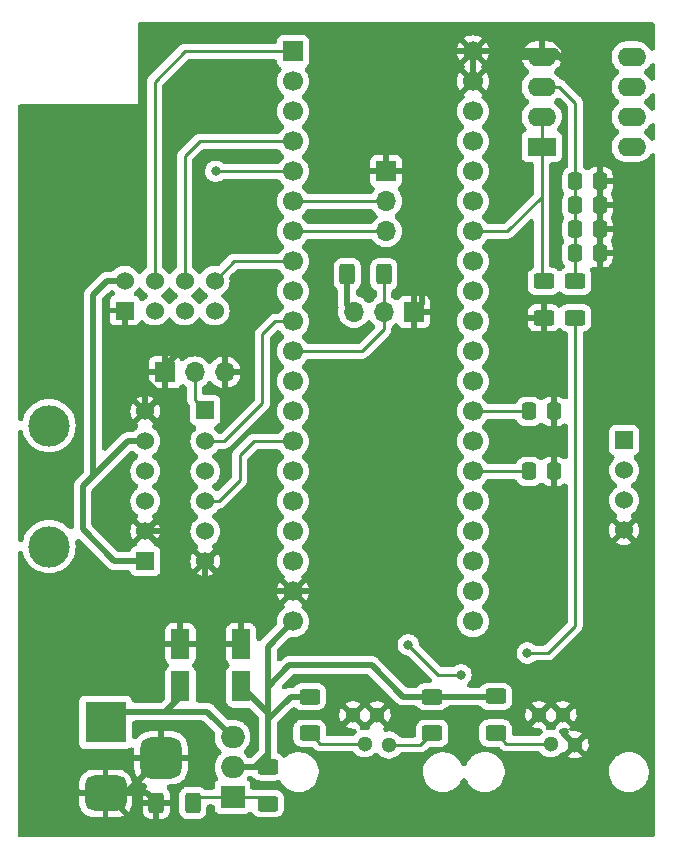
<source format=gbr>
G04 #@! TF.GenerationSoftware,KiCad,Pcbnew,(6.0.4)*
G04 #@! TF.CreationDate,2023-10-24T13:53:14+07:00*
G04 #@! TF.ProjectId,Station-Hardware-ver-01,53746174-696f-46e2-9d48-617264776172,rev?*
G04 #@! TF.SameCoordinates,Original*
G04 #@! TF.FileFunction,Copper,L2,Bot*
G04 #@! TF.FilePolarity,Positive*
%FSLAX46Y46*%
G04 Gerber Fmt 4.6, Leading zero omitted, Abs format (unit mm)*
G04 Created by KiCad (PCBNEW (6.0.4)) date 2023-10-24 13:53:14*
%MOMM*%
%LPD*%
G01*
G04 APERTURE LIST*
G04 Aperture macros list*
%AMRoundRect*
0 Rectangle with rounded corners*
0 $1 Rounding radius*
0 $2 $3 $4 $5 $6 $7 $8 $9 X,Y pos of 4 corners*
0 Add a 4 corners polygon primitive as box body*
4,1,4,$2,$3,$4,$5,$6,$7,$8,$9,$2,$3,0*
0 Add four circle primitives for the rounded corners*
1,1,$1+$1,$2,$3*
1,1,$1+$1,$4,$5*
1,1,$1+$1,$6,$7*
1,1,$1+$1,$8,$9*
0 Add four rect primitives between the rounded corners*
20,1,$1+$1,$2,$3,$4,$5,0*
20,1,$1+$1,$4,$5,$6,$7,0*
20,1,$1+$1,$6,$7,$8,$9,0*
20,1,$1+$1,$8,$9,$2,$3,0*%
G04 Aperture macros list end*
G04 #@! TA.AperFunction,ComponentPad*
%ADD10O,2.000000X1.905000*%
G04 #@! TD*
G04 #@! TA.AperFunction,ComponentPad*
%ADD11R,2.000000X1.905000*%
G04 #@! TD*
G04 #@! TA.AperFunction,ComponentPad*
%ADD12C,1.524000*%
G04 #@! TD*
G04 #@! TA.AperFunction,ComponentPad*
%ADD13R,1.524000X1.524000*%
G04 #@! TD*
G04 #@! TA.AperFunction,WasherPad*
%ADD14C,3.500000*%
G04 #@! TD*
G04 #@! TA.AperFunction,ComponentPad*
%ADD15R,2.400000X1.600000*%
G04 #@! TD*
G04 #@! TA.AperFunction,ComponentPad*
%ADD16O,2.400000X1.600000*%
G04 #@! TD*
G04 #@! TA.AperFunction,ComponentPad*
%ADD17C,1.700000*%
G04 #@! TD*
G04 #@! TA.AperFunction,ComponentPad*
%ADD18R,1.700000X1.700000*%
G04 #@! TD*
G04 #@! TA.AperFunction,SMDPad,CuDef*
%ADD19RoundRect,0.250000X0.400000X0.625000X-0.400000X0.625000X-0.400000X-0.625000X0.400000X-0.625000X0*%
G04 #@! TD*
G04 #@! TA.AperFunction,SMDPad,CuDef*
%ADD20RoundRect,0.250000X0.625000X-0.400000X0.625000X0.400000X-0.625000X0.400000X-0.625000X-0.400000X0*%
G04 #@! TD*
G04 #@! TA.AperFunction,SMDPad,CuDef*
%ADD21RoundRect,0.250000X-0.400000X-0.625000X0.400000X-0.625000X0.400000X0.625000X-0.400000X0.625000X0*%
G04 #@! TD*
G04 #@! TA.AperFunction,SMDPad,CuDef*
%ADD22RoundRect,0.250000X-0.625000X0.400000X-0.625000X-0.400000X0.625000X-0.400000X0.625000X0.400000X0*%
G04 #@! TD*
G04 #@! TA.AperFunction,ComponentPad*
%ADD23O,1.700000X1.700000*%
G04 #@! TD*
G04 #@! TA.AperFunction,ComponentPad*
%ADD24C,1.300000*%
G04 #@! TD*
G04 #@! TA.AperFunction,ComponentPad*
%ADD25RoundRect,0.875000X0.875000X-0.875000X0.875000X0.875000X-0.875000X0.875000X-0.875000X-0.875000X0*%
G04 #@! TD*
G04 #@! TA.AperFunction,ComponentPad*
%ADD26RoundRect,0.750000X1.000000X-0.750000X1.000000X0.750000X-1.000000X0.750000X-1.000000X-0.750000X0*%
G04 #@! TD*
G04 #@! TA.AperFunction,ComponentPad*
%ADD27R,3.500000X3.500000*%
G04 #@! TD*
G04 #@! TA.AperFunction,SMDPad,CuDef*
%ADD28RoundRect,0.250000X0.550000X-1.050000X0.550000X1.050000X-0.550000X1.050000X-0.550000X-1.050000X0*%
G04 #@! TD*
G04 #@! TA.AperFunction,SMDPad,CuDef*
%ADD29RoundRect,0.250000X0.337500X0.475000X-0.337500X0.475000X-0.337500X-0.475000X0.337500X-0.475000X0*%
G04 #@! TD*
G04 #@! TA.AperFunction,SMDPad,CuDef*
%ADD30RoundRect,0.250000X-0.337500X-0.475000X0.337500X-0.475000X0.337500X0.475000X-0.337500X0.475000X0*%
G04 #@! TD*
G04 #@! TA.AperFunction,ViaPad*
%ADD31C,0.800000*%
G04 #@! TD*
G04 #@! TA.AperFunction,Conductor*
%ADD32C,0.500000*%
G04 #@! TD*
G04 #@! TA.AperFunction,Conductor*
%ADD33C,0.250000*%
G04 #@! TD*
G04 APERTURE END LIST*
D10*
G04 #@! TO.P,U6,3,VI*
G04 #@! TO.N,VCC*
X186405000Y-102030000D03*
G04 #@! TO.P,U6,2,VO*
G04 #@! TO.N,+3V3*
X186405000Y-104570000D03*
D11*
G04 #@! TO.P,U6,1,ADJ*
G04 #@! TO.N,/V_adj*
X186405000Y-107110000D03*
G04 #@! TD*
D12*
G04 #@! TO.P,U5,5,ADDR*
G04 #@! TO.N,GND*
X179020000Y-74440000D03*
G04 #@! TO.P,U5,4,SDA*
G04 #@! TO.N,I2C_SDA*
X179020000Y-79520000D03*
G04 #@! TO.P,U5,3,SCL*
G04 #@! TO.N,I2C_CLK*
X179020000Y-82060000D03*
G04 #@! TO.P,U5,2,GND*
G04 #@! TO.N,GND*
X179020000Y-84600000D03*
G04 #@! TO.P,U5,1,VCC*
G04 #@! TO.N,+3V3*
X179020000Y-76980000D03*
D13*
X179020000Y-87140000D03*
D14*
G04 #@! TO.P,U5,*
G04 #@! TO.N,*
X170870000Y-85910000D03*
X170870000Y-75670000D03*
G04 #@! TD*
D15*
G04 #@! TO.P,U4,1*
G04 #@! TO.N,Wind_Vane*
X212583000Y-52060000D03*
D16*
G04 #@! TO.P,U4,2,-*
X212583000Y-49520000D03*
G04 #@! TO.P,U4,3,+*
G04 #@! TO.N,/Passive LPF*
X212583000Y-46980000D03*
G04 #@! TO.P,U4,4,V-*
G04 #@! TO.N,GND*
X212583000Y-44440000D03*
G04 #@! TO.P,U4,5,+*
G04 #@! TO.N,unconnected-(U4-Pad5)*
X220203000Y-44440000D03*
G04 #@! TO.P,U4,6,-*
G04 #@! TO.N,unconnected-(U4-Pad6)*
X220203000Y-46980000D03*
G04 #@! TO.P,U4,7*
G04 #@! TO.N,unconnected-(U4-Pad7)*
X220203000Y-49520000D03*
G04 #@! TO.P,U4,8,V+*
G04 #@! TO.N,+3V3*
X220203000Y-52060000D03*
G04 #@! TD*
D13*
G04 #@! TO.P,U3,1,GND*
G04 #@! TO.N,GND*
X177270000Y-65930000D03*
D12*
G04 #@! TO.P,U3,2,VCC*
G04 #@! TO.N,+3V3*
X177270000Y-63390000D03*
G04 #@! TO.P,U3,3,RST*
G04 #@! TO.N,LoRa_Reset*
X179810000Y-65930000D03*
G04 #@! TO.P,U3,4,NCSS*
G04 #@! TO.N,LoRa_NCSS*
X179810000Y-63390000D03*
G04 #@! TO.P,U3,5,SCLK*
G04 #@! TO.N,LoRa_SCLK*
X182350000Y-65930000D03*
G04 #@! TO.P,U3,6,MOSI*
G04 #@! TO.N,LoRa_MOSI*
X182350000Y-63390000D03*
G04 #@! TO.P,U3,7,MISO*
G04 #@! TO.N,LoRa_MISO*
X184890000Y-65930000D03*
G04 #@! TO.P,U3,8,DIO0*
G04 #@! TO.N,LoRa_DIO0*
X184890000Y-63390000D03*
G04 #@! TD*
D13*
G04 #@! TO.P,U2,1,SCL*
G04 #@! TO.N,unconnected-(U2-Pad1)*
X219560000Y-76910000D03*
D12*
G04 #@! TO.P,U2,2,SDA*
G04 #@! TO.N,unconnected-(U2-Pad2)*
X219560000Y-79450000D03*
G04 #@! TO.P,U2,3,VCC*
G04 #@! TO.N,+3V3*
X219560000Y-81990000D03*
G04 #@! TO.P,U2,4,GND*
G04 #@! TO.N,GND*
X219560000Y-84530000D03*
D13*
G04 #@! TO.P,U2,5,32K*
G04 #@! TO.N,/32768Hz out*
X184100000Y-74370000D03*
D12*
G04 #@! TO.P,U2,6,SQW*
G04 #@! TO.N,RTC_ALARM*
X184100000Y-76990000D03*
G04 #@! TO.P,U2,7,SCL*
G04 #@! TO.N,I2C_CLK*
X184100000Y-82070000D03*
G04 #@! TO.P,U2,8,SDA*
G04 #@! TO.N,I2C_SDA*
X184100000Y-79530000D03*
G04 #@! TO.P,U2,9,VCC*
G04 #@! TO.N,unconnected-(U2-Pad9)*
X184100000Y-84610000D03*
G04 #@! TO.P,U2,10,GND*
G04 #@! TO.N,GND*
X184100000Y-87150000D03*
G04 #@! TD*
D17*
G04 #@! TO.P,U1,40,GND*
G04 #@! TO.N,GND*
X206770000Y-43980000D03*
D18*
G04 #@! TO.P,U1,1,PB12*
G04 #@! TO.N,LoRa_NCSS*
X191530000Y-43980000D03*
D17*
G04 #@! TO.P,U1,39,GND*
G04 #@! TO.N,GND*
X206770000Y-46520000D03*
G04 #@! TO.P,U1,2,PB13*
G04 #@! TO.N,LoRa_SCLK*
X191530000Y-46520000D03*
G04 #@! TO.P,U1,38,3V3*
G04 #@! TO.N,+3V3*
X206770000Y-49060000D03*
G04 #@! TO.P,U1,3,PB14*
G04 #@! TO.N,LoRa_MISO*
X191530000Y-49060000D03*
G04 #@! TO.P,U1,37,RST*
G04 #@! TO.N,unconnected-(U1-Pad37)*
X206770000Y-51600000D03*
G04 #@! TO.P,U1,4,PB15*
G04 #@! TO.N,LoRa_MOSI*
X191530000Y-51600000D03*
G04 #@! TO.P,U1,36,PB11*
G04 #@! TO.N,unconnected-(U1-Pad36)*
X206770000Y-54140000D03*
G04 #@! TO.P,U1,5,PA8*
G04 #@! TO.N,LoRa_Reset*
X191530000Y-54140000D03*
G04 #@! TO.P,U1,35,PB10*
G04 #@! TO.N,unconnected-(U1-Pad35)*
X206770000Y-56680000D03*
G04 #@! TO.P,U1,6,PA9*
G04 #@! TO.N,UART_TX*
X191530000Y-56680000D03*
G04 #@! TO.P,U1,34,PB1*
G04 #@! TO.N,Wind_Vane*
X206770000Y-59220000D03*
G04 #@! TO.P,U1,7,PA10*
G04 #@! TO.N,UART_RX*
X191530000Y-59220000D03*
G04 #@! TO.P,U1,33,PB0*
G04 #@! TO.N,unconnected-(U1-Pad33)*
X206770000Y-61760000D03*
G04 #@! TO.P,U1,8,PA11*
G04 #@! TO.N,LoRa_DIO0*
X191530000Y-61760000D03*
G04 #@! TO.P,U1,32,PA7*
G04 #@! TO.N,unconnected-(U1-Pad32)*
X206770000Y-64300000D03*
G04 #@! TO.P,U1,9,PA12*
G04 #@! TO.N,unconnected-(U1-Pad9)*
X191530000Y-64300000D03*
G04 #@! TO.P,U1,31,PA6*
G04 #@! TO.N,unconnected-(U1-Pad31)*
X206770000Y-66840000D03*
G04 #@! TO.P,U1,10,PA15*
G04 #@! TO.N,RTC_ALARM*
X191530000Y-66840000D03*
G04 #@! TO.P,U1,30,PA5*
G04 #@! TO.N,unconnected-(U1-Pad30)*
X206770000Y-69380000D03*
G04 #@! TO.P,U1,11,PB3*
G04 #@! TO.N,DS18B20*
X191530000Y-69380000D03*
G04 #@! TO.P,U1,29,PA4*
G04 #@! TO.N,unconnected-(U1-Pad29)*
X206770000Y-71920000D03*
G04 #@! TO.P,U1,12,PB4*
G04 #@! TO.N,unconnected-(U1-Pad12)*
X191530000Y-71920000D03*
G04 #@! TO.P,U1,28,PA3*
G04 #@! TO.N,Anemometer*
X206770000Y-74460000D03*
G04 #@! TO.P,U1,13,PB5*
G04 #@! TO.N,unconnected-(U1-Pad13)*
X191530000Y-74460000D03*
G04 #@! TO.P,U1,27,PA2*
G04 #@! TO.N,unconnected-(U1-Pad27)*
X206770000Y-77000000D03*
G04 #@! TO.P,U1,14,PB6*
G04 #@! TO.N,I2C_CLK*
X191530000Y-77000000D03*
G04 #@! TO.P,U1,26,PA1*
G04 #@! TO.N,Rain_Gauge*
X206770000Y-79540000D03*
G04 #@! TO.P,U1,15,PB7*
G04 #@! TO.N,I2C_SDA*
X191530000Y-79540000D03*
G04 #@! TO.P,U1,25,PA0*
G04 #@! TO.N,unconnected-(U1-Pad25)*
X206770000Y-82080000D03*
G04 #@! TO.P,U1,16,PB8*
G04 #@! TO.N,unconnected-(U1-Pad16)*
X191530000Y-82080000D03*
G04 #@! TO.P,U1,24,PC15*
G04 #@! TO.N,unconnected-(U1-Pad24)*
X206770000Y-84620000D03*
G04 #@! TO.P,U1,17,PB9*
G04 #@! TO.N,unconnected-(U1-Pad17)*
X191530000Y-84620000D03*
G04 #@! TO.P,U1,23,PC14*
G04 #@! TO.N,unconnected-(U1-Pad23)*
X206770000Y-87160000D03*
G04 #@! TO.P,U1,18,5V*
G04 #@! TO.N,unconnected-(U1-Pad18)*
X191530000Y-87160000D03*
G04 #@! TO.P,U1,22,PC13*
G04 #@! TO.N,unconnected-(U1-Pad22)*
X206770000Y-89700000D03*
G04 #@! TO.P,U1,19,GND*
G04 #@! TO.N,GND*
X191530000Y-89700000D03*
G04 #@! TO.P,U1,21,VBat*
G04 #@! TO.N,unconnected-(U1-Pad21)*
X206770000Y-92240000D03*
G04 #@! TO.P,U1,20,3V3*
G04 #@! TO.N,+3V3*
X191530000Y-92240000D03*
G04 #@! TD*
D19*
G04 #@! TO.P,R8,2*
G04 #@! TO.N,GND*
X179950000Y-107620000D03*
G04 #@! TO.P,R8,1*
G04 #@! TO.N,/V_adj*
X183050000Y-107620000D03*
G04 #@! TD*
D20*
G04 #@! TO.P,R7,1*
G04 #@! TO.N,/V_adj*
X189390000Y-107670000D03*
G04 #@! TO.P,R7,2*
G04 #@! TO.N,+3V3*
X189390000Y-104570000D03*
G04 #@! TD*
D21*
G04 #@! TO.P,R6,1*
G04 #@! TO.N,+3V3*
X196120000Y-62860000D03*
G04 #@! TO.P,R6,2*
G04 #@! TO.N,DS18B20*
X199220000Y-62860000D03*
G04 #@! TD*
D22*
G04 #@! TO.P,R5,1*
G04 #@! TO.N,+3V3*
X208680000Y-98600000D03*
G04 #@! TO.P,R5,2*
G04 #@! TO.N,Rain_Gauge*
X208680000Y-101700000D03*
G04 #@! TD*
D20*
G04 #@! TO.P,R4,1*
G04 #@! TO.N,GND*
X212760000Y-66550000D03*
G04 #@! TO.P,R4,2*
G04 #@! TO.N,Wind_Vane*
X212760000Y-63450000D03*
G04 #@! TD*
G04 #@! TO.P,R3,1*
G04 #@! TO.N,WindVane_raw*
X215420000Y-66540000D03*
G04 #@! TO.P,R3,2*
G04 #@! TO.N,/Passive LPF*
X215420000Y-63440000D03*
G04 #@! TD*
D22*
G04 #@! TO.P,R2,1*
G04 #@! TO.N,+3V3*
X192930000Y-98610000D03*
G04 #@! TO.P,R2,2*
G04 #@! TO.N,Anemometer*
X192930000Y-101710000D03*
G04 #@! TD*
G04 #@! TO.P,R1,1*
G04 #@! TO.N,+3V3*
X203310000Y-98610000D03*
G04 #@! TO.P,R1,2*
G04 #@! TO.N,WindVane_raw*
X203310000Y-101710000D03*
G04 #@! TD*
D23*
G04 #@! TO.P,J6,3,Pin_3*
G04 #@! TO.N,+3V3*
X196690000Y-66040000D03*
G04 #@! TO.P,J6,2,Pin_2*
G04 #@! TO.N,DS18B20*
X199230000Y-66040000D03*
D18*
G04 #@! TO.P,J6,1,Pin_1*
G04 #@! TO.N,GND*
X201770000Y-66040000D03*
G04 #@! TD*
D24*
G04 #@! TO.P,J5,4*
G04 #@! TO.N,GND*
X215393000Y-102700000D03*
G04 #@! TO.P,J5,3*
G04 #@! TO.N,Rain_Gauge*
X213358000Y-102600000D03*
G04 #@! TO.P,J5,2*
G04 #@! TO.N,GND*
X214378000Y-100160000D03*
G04 #@! TO.P,J5,1*
X212343000Y-100160000D03*
G04 #@! TD*
G04 #@! TO.P,J4,4*
G04 #@! TO.N,WindVane_raw*
X199645000Y-102710000D03*
G04 #@! TO.P,J4,3*
G04 #@! TO.N,Anemometer*
X197610000Y-102610000D03*
G04 #@! TO.P,J4,2*
G04 #@! TO.N,GND*
X198630000Y-100170000D03*
G04 #@! TO.P,J4,1*
X196595000Y-100170000D03*
G04 #@! TD*
D23*
G04 #@! TO.P,J3,3,Pin_3*
G04 #@! TO.N,UART_RX*
X199415000Y-59205000D03*
G04 #@! TO.P,J3,2,Pin_2*
G04 #@! TO.N,UART_TX*
X199415000Y-56665000D03*
D18*
G04 #@! TO.P,J3,1,Pin_1*
G04 #@! TO.N,GND*
X199415000Y-54125000D03*
G04 #@! TD*
D23*
G04 #@! TO.P,J2,3,Pin_3*
G04 #@! TO.N,GND*
X185745000Y-71165000D03*
G04 #@! TO.P,J2,2,Pin_2*
G04 #@! TO.N,/32768Hz out*
X183205000Y-71165000D03*
D18*
G04 #@! TO.P,J2,1,Pin_1*
G04 #@! TO.N,GND*
X180665000Y-71165000D03*
G04 #@! TD*
D25*
G04 #@! TO.P,J1,3*
G04 #@! TO.N,GND*
X180352500Y-103800000D03*
D26*
G04 #@! TO.P,J1,2*
X175652500Y-106800000D03*
D27*
G04 #@! TO.P,J1,1*
G04 #@! TO.N,VCC*
X175652500Y-100800000D03*
G04 #@! TD*
D28*
G04 #@! TO.P,C8,1*
G04 #@! TO.N,+3V3*
X187130000Y-97760000D03*
G04 #@! TO.P,C8,2*
G04 #@! TO.N,GND*
X187130000Y-94160000D03*
G04 #@! TD*
G04 #@! TO.P,C7,1*
G04 #@! TO.N,VCC*
X181990000Y-97760000D03*
G04 #@! TO.P,C7,2*
G04 #@! TO.N,GND*
X181990000Y-94160000D03*
G04 #@! TD*
D29*
G04 #@! TO.P,C6,1*
G04 #@! TO.N,GND*
X213585000Y-79540000D03*
G04 #@! TO.P,C6,2*
G04 #@! TO.N,Rain_Gauge*
X211510000Y-79540000D03*
G04 #@! TD*
D30*
G04 #@! TO.P,C5,1*
G04 #@! TO.N,/Passive LPF*
X215422500Y-55000000D03*
G04 #@! TO.P,C5,2*
G04 #@! TO.N,GND*
X217497500Y-55000000D03*
G04 #@! TD*
G04 #@! TO.P,C4,1*
G04 #@! TO.N,/Passive LPF*
X215422500Y-57020000D03*
G04 #@! TO.P,C4,2*
G04 #@! TO.N,GND*
X217497500Y-57020000D03*
G04 #@! TD*
G04 #@! TO.P,C3,1*
G04 #@! TO.N,/Passive LPF*
X215422500Y-59040000D03*
G04 #@! TO.P,C3,2*
G04 #@! TO.N,GND*
X217497500Y-59040000D03*
G04 #@! TD*
G04 #@! TO.P,C2,1*
G04 #@! TO.N,/Passive LPF*
X215415000Y-61060000D03*
G04 #@! TO.P,C2,2*
G04 #@! TO.N,GND*
X217490000Y-61060000D03*
G04 #@! TD*
D29*
G04 #@! TO.P,C1,1*
G04 #@! TO.N,GND*
X213587500Y-74470000D03*
G04 #@! TO.P,C1,2*
G04 #@! TO.N,Anemometer*
X211512500Y-74470000D03*
G04 #@! TD*
D31*
G04 #@! TO.N,LoRa_Reset*
X184970000Y-54140000D03*
G04 #@! TO.N,Anemometer*
X201280000Y-94220000D03*
X205740000Y-96760000D03*
G04 #@! TO.N,WindVane_raw*
X211357820Y-94927820D03*
G04 #@! TD*
D32*
G04 #@! TO.N,GND*
X182530000Y-68780000D02*
X180665000Y-70645000D01*
X185745000Y-69545000D02*
X184980000Y-68780000D01*
X184980000Y-68780000D02*
X182530000Y-68780000D01*
X185745000Y-71165000D02*
X185745000Y-69545000D01*
X180665000Y-70645000D02*
X180665000Y-71165000D01*
D33*
G04 #@! TO.N,/32768Hz out*
X183205000Y-73475000D02*
X184100000Y-74370000D01*
X183205000Y-71165000D02*
X183205000Y-73475000D01*
D32*
G04 #@! TO.N,GND*
X178420000Y-71160000D02*
X178425000Y-71165000D01*
X178425000Y-71165000D02*
X180665000Y-71165000D01*
X178420000Y-71160000D02*
X177270000Y-70010000D01*
X178865000Y-71605000D02*
X178420000Y-71160000D01*
D33*
G04 #@! TO.N,LoRa_Reset*
X184970000Y-54140000D02*
X191530000Y-54140000D01*
G04 #@! TO.N,Anemometer*
X203820000Y-96760000D02*
X201280000Y-94220000D01*
X205740000Y-96760000D02*
X203820000Y-96760000D01*
G04 #@! TO.N,WindVane_raw*
X215420000Y-92600000D02*
X215420000Y-66540000D01*
X213092180Y-94927820D02*
X215420000Y-92600000D01*
X211357820Y-94927820D02*
X213092180Y-94927820D01*
D32*
G04 #@! TO.N,+3V3*
X200850000Y-98610000D02*
X203310000Y-98610000D01*
X189390000Y-97770000D02*
X191220000Y-95940000D01*
X189390000Y-98810000D02*
X189390000Y-97770000D01*
X191220000Y-95940000D02*
X198180000Y-95940000D01*
X198180000Y-95940000D02*
X200850000Y-98610000D01*
G04 #@! TO.N,GND*
X179020000Y-71760000D02*
X178865000Y-71605000D01*
X179020000Y-74440000D02*
X179020000Y-71760000D01*
X181560000Y-74300000D02*
X178865000Y-71605000D01*
X177270000Y-70010000D02*
X177270000Y-65930000D01*
X181560000Y-78030000D02*
X181560000Y-74300000D01*
X181560000Y-78030000D02*
X181560000Y-83470000D01*
X180430000Y-84600000D02*
X181560000Y-83470000D01*
X179020000Y-84600000D02*
X180430000Y-84600000D01*
X181560000Y-83470000D02*
X181560000Y-88190000D01*
X181560000Y-88190000D02*
X180050000Y-89700000D01*
X180050000Y-89700000D02*
X178810000Y-89700000D01*
X180530000Y-89700000D02*
X180050000Y-89700000D01*
D33*
G04 #@! TO.N,RTC_ALARM*
X188940000Y-67910000D02*
X190010000Y-66840000D01*
X190010000Y-66840000D02*
X191530000Y-66840000D01*
X185720000Y-76990000D02*
X188940000Y-73770000D01*
X184100000Y-76990000D02*
X185720000Y-76990000D01*
X188940000Y-73770000D02*
X188940000Y-67910000D01*
G04 #@! TO.N,DS18B20*
X199230000Y-62870000D02*
X199230000Y-66040000D01*
X199220000Y-62860000D02*
X199230000Y-62870000D01*
D32*
G04 #@! TO.N,+3V3*
X196120000Y-65470000D02*
X196690000Y-66040000D01*
X196120000Y-62860000D02*
X196120000Y-65470000D01*
G04 #@! TO.N,GND*
X202420000Y-65390000D02*
X201770000Y-66040000D01*
X202420000Y-45690000D02*
X202420000Y-65390000D01*
X202420000Y-45690000D02*
X199415000Y-48695000D01*
X204130000Y-43980000D02*
X202420000Y-45690000D01*
D33*
G04 #@! TO.N,DS18B20*
X197370000Y-69380000D02*
X199230000Y-67520000D01*
X199230000Y-67520000D02*
X199230000Y-66040000D01*
X191530000Y-69380000D02*
X197370000Y-69380000D01*
D32*
G04 #@! TO.N,GND*
X199415000Y-48695000D02*
X199415000Y-54125000D01*
X206770000Y-43980000D02*
X204130000Y-43980000D01*
D33*
G04 #@! TO.N,UART_RX*
X199400000Y-59220000D02*
X199415000Y-59205000D01*
X191530000Y-59220000D02*
X199400000Y-59220000D01*
G04 #@! TO.N,UART_TX*
X191530000Y-56680000D02*
X199400000Y-56680000D01*
X199400000Y-56680000D02*
X199415000Y-56665000D01*
D32*
G04 #@! TO.N,GND*
X212760000Y-69880000D02*
X212760000Y-66550000D01*
X213587500Y-70707500D02*
X212760000Y-69880000D01*
X213587500Y-74470000D02*
X213587500Y-70707500D01*
D33*
G04 #@! TO.N,Wind_Vane*
X212583000Y-63273000D02*
X212760000Y-63450000D01*
X212583000Y-56297000D02*
X212583000Y-63273000D01*
G04 #@! TO.N,Rain_Gauge*
X206770000Y-79540000D02*
X211510000Y-79540000D01*
D32*
G04 #@! TO.N,GND*
X213585000Y-79540000D02*
X213585000Y-74472500D01*
X213585000Y-74472500D02*
X213587500Y-74470000D01*
X213587500Y-91072500D02*
X213587500Y-79542500D01*
X213587500Y-79542500D02*
X213585000Y-79540000D01*
X204490000Y-95100000D02*
X199090000Y-89700000D01*
X209560000Y-95100000D02*
X204490000Y-95100000D01*
X199090000Y-89700000D02*
X191530000Y-89700000D01*
X213587500Y-91072500D02*
X209560000Y-95100000D01*
D33*
G04 #@! TO.N,Anemometer*
X211502500Y-74460000D02*
X206770000Y-74460000D01*
X211512500Y-74470000D02*
X211502500Y-74460000D01*
D32*
G04 #@! TO.N,GND*
X192000000Y-109740000D02*
X195007500Y-109740000D01*
X192000000Y-109740000D02*
X178592500Y-109740000D01*
X211610000Y-109740000D02*
X192000000Y-109740000D01*
X178592500Y-109740000D02*
X175652500Y-106800000D01*
X217490000Y-103860000D02*
X211610000Y-109740000D01*
X217490000Y-61060000D02*
X217490000Y-103860000D01*
X206770000Y-43980000D02*
X206770000Y-46520000D01*
X213680000Y-43980000D02*
X206770000Y-43980000D01*
X214140000Y-44440000D02*
X213680000Y-43980000D01*
X217497500Y-47797500D02*
X214140000Y-44440000D01*
X214140000Y-44440000D02*
X212583000Y-44440000D01*
X217497500Y-55000000D02*
X217497500Y-47797500D01*
D33*
G04 #@! TO.N,/Passive LPF*
X214080000Y-46980000D02*
X212583000Y-46980000D01*
X215422500Y-48322500D02*
X214080000Y-46980000D01*
X215422500Y-55000000D02*
X215422500Y-48322500D01*
X215415000Y-63435000D02*
X215420000Y-63440000D01*
X215415000Y-61060000D02*
X215415000Y-63435000D01*
D32*
G04 #@! TO.N,GND*
X217497500Y-61052500D02*
X217490000Y-61060000D01*
X217497500Y-59040000D02*
X217497500Y-61052500D01*
X217497500Y-57020000D02*
X217497500Y-59040000D01*
X217497500Y-55000000D02*
X217497500Y-57020000D01*
D33*
G04 #@! TO.N,/Passive LPF*
X215422500Y-61052500D02*
X215415000Y-61060000D01*
X215422500Y-59040000D02*
X215422500Y-61052500D01*
X215422500Y-57020000D02*
X215422500Y-59040000D01*
X215422500Y-55000000D02*
X215422500Y-57020000D01*
X215397500Y-54975000D02*
X215422500Y-55000000D01*
G04 #@! TO.N,Wind_Vane*
X212583000Y-56297000D02*
X212583000Y-52060000D01*
X209660000Y-59220000D02*
X212583000Y-56297000D01*
X206770000Y-59220000D02*
X209660000Y-59220000D01*
X212583000Y-52060000D02*
X212583000Y-49520000D01*
G04 #@! TO.N,LoRa_MOSI*
X182350000Y-52870000D02*
X183620000Y-51600000D01*
X182350000Y-63390000D02*
X182350000Y-52870000D01*
X183620000Y-51600000D02*
X191530000Y-51600000D01*
G04 #@! TO.N,LoRa_NCSS*
X179810000Y-46540000D02*
X182370000Y-43980000D01*
X182370000Y-43980000D02*
X191530000Y-43980000D01*
X179810000Y-63390000D02*
X179810000Y-46540000D01*
G04 #@! TO.N,LoRa_DIO0*
X186520000Y-61760000D02*
X184890000Y-63390000D01*
X191530000Y-61760000D02*
X186520000Y-61760000D01*
D32*
G04 #@! TO.N,+3V3*
X174570000Y-64630000D02*
X175810000Y-63390000D01*
X174570000Y-79950000D02*
X174570000Y-64630000D01*
X175810000Y-63390000D02*
X177270000Y-63390000D01*
X173710000Y-80810000D02*
X174570000Y-79950000D01*
X173710000Y-84450000D02*
X173710000Y-80810000D01*
X173710000Y-80810000D02*
X177540000Y-76980000D01*
X176400000Y-87140000D02*
X173710000Y-84450000D01*
X179020000Y-87140000D02*
X176400000Y-87140000D01*
X177540000Y-76980000D02*
X179020000Y-76980000D01*
D33*
G04 #@! TO.N,I2C_CLK*
X188200000Y-77000000D02*
X191530000Y-77000000D01*
X187000000Y-80320000D02*
X187000000Y-78200000D01*
X185250000Y-82070000D02*
X187000000Y-80320000D01*
X184100000Y-82070000D02*
X185250000Y-82070000D01*
X187000000Y-78200000D02*
X188200000Y-77000000D01*
D32*
G04 #@! TO.N,GND*
X183020000Y-89700000D02*
X180530000Y-89700000D01*
X174350000Y-94160000D02*
X172665000Y-95845000D01*
X172665000Y-95845000D02*
X171210000Y-97300000D01*
X181990000Y-94160000D02*
X174350000Y-94160000D01*
X178810000Y-89700000D02*
X172665000Y-95845000D01*
X184100000Y-88620000D02*
X183020000Y-89700000D01*
X184100000Y-87150000D02*
X184100000Y-88620000D01*
X191530000Y-89700000D02*
X183020000Y-89700000D01*
X171210000Y-104570000D02*
X173440000Y-106800000D01*
X171210000Y-97300000D02*
X171210000Y-104570000D01*
X173440000Y-106800000D02*
X175652500Y-106800000D01*
G04 #@! TO.N,+3V3*
X187130000Y-97760000D02*
X189390000Y-100020000D01*
X189390000Y-100020000D02*
X189390000Y-100550000D01*
G04 #@! TO.N,GND*
X181990000Y-94160000D02*
X187130000Y-94160000D01*
G04 #@! TO.N,VCC*
X181990000Y-98620000D02*
X180730000Y-99880000D01*
X181990000Y-97760000D02*
X181990000Y-98620000D01*
X180730000Y-99880000D02*
X176572500Y-99880000D01*
X184255000Y-99880000D02*
X180730000Y-99880000D01*
X176572500Y-99880000D02*
X175652500Y-100800000D01*
X186405000Y-102030000D02*
X184255000Y-99880000D01*
D33*
G04 #@! TO.N,/V_adj*
X183560000Y-107110000D02*
X186405000Y-107110000D01*
X183050000Y-107620000D02*
X183560000Y-107110000D01*
D32*
G04 #@! TO.N,GND*
X179130000Y-106800000D02*
X179950000Y-107620000D01*
X175652500Y-106800000D02*
X179130000Y-106800000D01*
X177352500Y-106800000D02*
X180352500Y-103800000D01*
X175652500Y-106800000D02*
X177352500Y-106800000D01*
D33*
G04 #@! TO.N,Rain_Gauge*
X209580000Y-102600000D02*
X213358000Y-102600000D01*
X208680000Y-101700000D02*
X209580000Y-102600000D01*
D32*
G04 #@! TO.N,+3V3*
X208670000Y-98610000D02*
X208680000Y-98600000D01*
X203310000Y-98610000D02*
X208670000Y-98610000D01*
X189390000Y-103480000D02*
X189390000Y-100550000D01*
X189390000Y-104570000D02*
X189390000Y-103480000D01*
X186405000Y-104570000D02*
X188300000Y-104570000D01*
X188300000Y-104570000D02*
X189390000Y-103480000D01*
X189390000Y-98810000D02*
X189390000Y-94380000D01*
X189390000Y-100550000D02*
X189390000Y-98810000D01*
X189390000Y-94380000D02*
X191530000Y-92240000D01*
X189390000Y-100550000D02*
X191330000Y-98610000D01*
X191330000Y-98610000D02*
X192930000Y-98610000D01*
D33*
G04 #@! TO.N,WindVane_raw*
X202310000Y-102710000D02*
X203310000Y-101710000D01*
X199645000Y-102710000D02*
X202310000Y-102710000D01*
G04 #@! TO.N,Anemometer*
X192930000Y-101710000D02*
X193830000Y-102610000D01*
X193830000Y-102610000D02*
X197610000Y-102610000D01*
D32*
G04 #@! TO.N,VCC*
X175652500Y-100800000D02*
X175652500Y-100137500D01*
G04 #@! TO.N,+3V3*
X189390000Y-104570000D02*
X186405000Y-104570000D01*
D33*
G04 #@! TO.N,/V_adj*
X188830000Y-107110000D02*
X186405000Y-107110000D01*
X189390000Y-107670000D02*
X188830000Y-107110000D01*
G04 #@! TD*
G04 #@! TA.AperFunction,NonConductor*
G36*
X214078487Y-45448201D02*
G01*
X214120767Y-45482134D01*
X214667916Y-46029283D01*
X214721892Y-46110065D01*
X214740846Y-46205353D01*
X214721892Y-46300641D01*
X214667916Y-46381423D01*
X214587134Y-46435399D01*
X214491846Y-46454353D01*
X214392955Y-46433874D01*
X214366250Y-46422317D01*
X214345203Y-46412006D01*
X214312092Y-46393803D01*
X214296915Y-46389906D01*
X214288431Y-46386547D01*
X214279017Y-46383324D01*
X214270273Y-46380784D01*
X214255896Y-46374562D01*
X214240424Y-46372112D01*
X214240422Y-46372111D01*
X214237462Y-46371642D01*
X214232468Y-46369800D01*
X214225375Y-46367739D01*
X214225521Y-46367237D01*
X214146311Y-46338018D01*
X214072439Y-46268527D01*
X214017820Y-46190523D01*
X213983047Y-46140861D01*
X213822139Y-45979953D01*
X213727903Y-45913969D01*
X213660719Y-45843789D01*
X213625506Y-45753240D01*
X213627625Y-45656108D01*
X213666753Y-45567181D01*
X213727905Y-45506030D01*
X213801879Y-45454234D01*
X213890806Y-45415106D01*
X213987938Y-45412987D01*
X214078487Y-45448201D01*
G37*
G04 #@! TD.AperFunction*
G04 #@! TA.AperFunction,NonConductor*
G36*
X222075002Y-44997463D02*
G01*
X222148047Y-45061523D01*
X222191016Y-45148659D01*
X222199500Y-45213102D01*
X222199500Y-46206898D01*
X222180546Y-46302186D01*
X222126570Y-46382968D01*
X222045788Y-46436944D01*
X221950500Y-46455898D01*
X221855212Y-46436944D01*
X221774430Y-46382968D01*
X221736479Y-46333509D01*
X221733568Y-46327266D01*
X221603047Y-46140861D01*
X221442139Y-45979953D01*
X221347903Y-45913969D01*
X221280719Y-45843789D01*
X221245506Y-45753240D01*
X221247625Y-45656108D01*
X221286753Y-45567181D01*
X221347902Y-45506032D01*
X221442139Y-45440047D01*
X221603047Y-45279139D01*
X221710431Y-45125777D01*
X221727333Y-45101639D01*
X221727334Y-45101637D01*
X221733568Y-45092734D01*
X221736216Y-45087054D01*
X221798921Y-45015555D01*
X221886057Y-44972586D01*
X221983004Y-44966233D01*
X222075002Y-44997463D01*
G37*
G04 #@! TD.AperFunction*
G04 #@! TA.AperFunction,NonConductor*
G36*
X218603480Y-47594335D02*
G01*
X218682330Y-47651096D01*
X218704195Y-47678097D01*
X218802953Y-47819139D01*
X218963861Y-47980047D01*
X219058097Y-48046031D01*
X219125281Y-48116211D01*
X219160494Y-48206760D01*
X219158375Y-48303892D01*
X219119247Y-48392819D01*
X219058098Y-48453968D01*
X218963861Y-48519953D01*
X218802953Y-48680861D01*
X218700968Y-48826512D01*
X218630789Y-48893695D01*
X218540240Y-48928908D01*
X218443108Y-48926789D01*
X218354181Y-48887661D01*
X218286996Y-48817480D01*
X218251783Y-48726931D01*
X218248000Y-48683691D01*
X218248000Y-47873256D01*
X218250318Y-47842607D01*
X218250473Y-47838168D01*
X218252648Y-47823870D01*
X218251618Y-47811211D01*
X218273644Y-47717663D01*
X218330405Y-47638813D01*
X218413020Y-47587687D01*
X218508911Y-47572069D01*
X218603480Y-47594335D01*
G37*
G04 #@! TD.AperFunction*
G04 #@! TA.AperFunction,NonConductor*
G36*
X222075002Y-47537463D02*
G01*
X222148047Y-47601523D01*
X222191016Y-47688659D01*
X222199500Y-47753102D01*
X222199500Y-48746898D01*
X222180546Y-48842186D01*
X222126570Y-48922968D01*
X222045788Y-48976944D01*
X221950500Y-48995898D01*
X221855212Y-48976944D01*
X221774430Y-48922968D01*
X221736479Y-48873509D01*
X221733568Y-48867266D01*
X221603047Y-48680861D01*
X221442139Y-48519953D01*
X221347903Y-48453969D01*
X221280719Y-48383789D01*
X221245506Y-48293240D01*
X221247625Y-48196108D01*
X221286753Y-48107181D01*
X221347902Y-48046032D01*
X221442139Y-47980047D01*
X221603047Y-47819139D01*
X221711784Y-47663845D01*
X221727333Y-47641639D01*
X221727334Y-47641637D01*
X221733568Y-47632734D01*
X221736216Y-47627054D01*
X221798921Y-47555555D01*
X221886057Y-47512586D01*
X221983004Y-47506233D01*
X222075002Y-47537463D01*
G37*
G04 #@! TD.AperFunction*
G04 #@! TA.AperFunction,NonConductor*
G36*
X218592288Y-50126263D02*
G01*
X218673070Y-50180239D01*
X218700966Y-50213486D01*
X218802953Y-50359139D01*
X218963861Y-50520047D01*
X219058097Y-50586031D01*
X219125281Y-50656211D01*
X219160494Y-50746760D01*
X219158375Y-50843892D01*
X219119247Y-50932819D01*
X219058098Y-50993968D01*
X218963861Y-51059953D01*
X218802953Y-51220861D01*
X218700968Y-51366512D01*
X218630789Y-51433695D01*
X218540240Y-51468908D01*
X218443108Y-51466789D01*
X218354181Y-51427661D01*
X218286996Y-51357480D01*
X218251783Y-51266931D01*
X218248000Y-51223691D01*
X218248000Y-50356309D01*
X218266954Y-50261021D01*
X218320930Y-50180239D01*
X218401712Y-50126263D01*
X218497000Y-50107309D01*
X218592288Y-50126263D01*
G37*
G04 #@! TD.AperFunction*
G04 #@! TA.AperFunction,NonConductor*
G36*
X222075002Y-50077463D02*
G01*
X222148047Y-50141523D01*
X222191016Y-50228659D01*
X222199500Y-50293102D01*
X222199500Y-51286898D01*
X222180546Y-51382186D01*
X222126570Y-51462968D01*
X222045788Y-51516944D01*
X221950500Y-51535898D01*
X221855212Y-51516944D01*
X221774430Y-51462968D01*
X221736479Y-51413509D01*
X221733568Y-51407266D01*
X221603047Y-51220861D01*
X221442139Y-51059953D01*
X221347903Y-50993969D01*
X221280719Y-50923789D01*
X221245506Y-50833240D01*
X221247625Y-50736108D01*
X221286753Y-50647181D01*
X221347902Y-50586032D01*
X221442139Y-50520047D01*
X221603047Y-50359139D01*
X221705031Y-50213490D01*
X221727333Y-50181639D01*
X221727334Y-50181637D01*
X221733568Y-50172734D01*
X221736216Y-50167054D01*
X221798921Y-50095555D01*
X221886057Y-50052586D01*
X221983004Y-50046233D01*
X222075002Y-50077463D01*
G37*
G04 #@! TD.AperFunction*
G04 #@! TA.AperFunction,NonConductor*
G36*
X216267308Y-47672230D02*
G01*
X216353524Y-47717017D01*
X216373905Y-47735272D01*
X216674070Y-48035437D01*
X216728046Y-48116219D01*
X216747000Y-48211507D01*
X216747000Y-53773379D01*
X216728046Y-53868667D01*
X216674222Y-53949296D01*
X216636210Y-53987374D01*
X216555476Y-54041420D01*
X216460204Y-54060457D01*
X216364899Y-54041586D01*
X216284072Y-53987680D01*
X216283766Y-53987374D01*
X216255454Y-53959112D01*
X216238549Y-53942236D01*
X216238548Y-53942235D01*
X216228311Y-53932016D01*
X216166342Y-53893818D01*
X216095173Y-53827685D01*
X216054729Y-53739348D01*
X216048000Y-53681853D01*
X216048000Y-48395700D01*
X216048248Y-48390446D01*
X216050173Y-48381833D01*
X216048123Y-48316587D01*
X216048000Y-48308767D01*
X216048000Y-48283150D01*
X216047018Y-48275379D01*
X216046884Y-48273251D01*
X216046515Y-48265423D01*
X216045702Y-48239531D01*
X216045702Y-48239530D01*
X216045210Y-48223873D01*
X216040840Y-48208832D01*
X216039415Y-48199835D01*
X216037396Y-48190088D01*
X216035128Y-48181253D01*
X216033164Y-48165708D01*
X216019259Y-48130589D01*
X216011660Y-48108394D01*
X216005490Y-48087158D01*
X216005489Y-48087156D01*
X216001118Y-48072110D01*
X215993142Y-48058623D01*
X215989517Y-48050247D01*
X215985140Y-48041312D01*
X215980750Y-48033328D01*
X215974986Y-48018768D01*
X215974985Y-48018767D01*
X215974983Y-48018761D01*
X215975593Y-48018520D01*
X215950338Y-47938662D01*
X215958723Y-47841869D01*
X216003510Y-47755653D01*
X216077882Y-47693140D01*
X216170515Y-47663845D01*
X216267308Y-47672230D01*
G37*
G04 #@! TD.AperFunction*
G04 #@! TA.AperFunction,NonConductor*
G36*
X210821428Y-44749454D02*
G01*
X210902210Y-44803430D01*
X210955289Y-44882870D01*
X210956261Y-44886496D01*
X210960852Y-44896341D01*
X210960854Y-44896347D01*
X211022619Y-45028800D01*
X211052432Y-45092734D01*
X211182953Y-45279139D01*
X211343861Y-45440047D01*
X211438097Y-45506031D01*
X211505281Y-45576211D01*
X211540494Y-45666760D01*
X211538375Y-45763892D01*
X211499247Y-45852819D01*
X211438098Y-45913968D01*
X211343861Y-45979953D01*
X211182953Y-46140861D01*
X211052432Y-46327266D01*
X210956261Y-46533504D01*
X210953448Y-46544001D01*
X210953448Y-46544002D01*
X210926813Y-46643406D01*
X210897365Y-46753308D01*
X210896418Y-46764136D01*
X210896417Y-46764140D01*
X210884336Y-46902230D01*
X210877532Y-46980000D01*
X210897365Y-47206692D01*
X210956261Y-47426496D01*
X211052432Y-47632734D01*
X211182953Y-47819139D01*
X211343861Y-47980047D01*
X211438097Y-48046031D01*
X211505281Y-48116211D01*
X211540494Y-48206760D01*
X211538375Y-48303892D01*
X211499247Y-48392819D01*
X211438098Y-48453968D01*
X211343861Y-48519953D01*
X211182953Y-48680861D01*
X211052432Y-48867266D01*
X210956261Y-49073504D01*
X210897365Y-49293308D01*
X210896418Y-49304136D01*
X210896417Y-49304140D01*
X210878480Y-49509164D01*
X210877532Y-49520000D01*
X210897365Y-49746692D01*
X210956261Y-49966496D01*
X211052432Y-50172734D01*
X211182953Y-50359139D01*
X211230457Y-50406643D01*
X211284433Y-50487425D01*
X211303387Y-50582713D01*
X211284433Y-50678001D01*
X211230457Y-50758783D01*
X211170110Y-50797641D01*
X211172347Y-50801728D01*
X211156787Y-50810247D01*
X211140176Y-50816474D01*
X211025454Y-50902454D01*
X210939474Y-51017176D01*
X210933247Y-51033787D01*
X210899842Y-51122897D01*
X210889149Y-51151420D01*
X210882500Y-51212623D01*
X210882501Y-52907376D01*
X210889149Y-52968580D01*
X210939474Y-53102824D01*
X211025454Y-53217546D01*
X211140176Y-53303526D01*
X211156787Y-53309753D01*
X211259804Y-53348372D01*
X211259805Y-53348372D01*
X211274420Y-53353851D01*
X211335623Y-53360500D01*
X211708500Y-53360500D01*
X211803788Y-53379454D01*
X211884570Y-53433430D01*
X211938546Y-53514212D01*
X211957500Y-53609500D01*
X211957500Y-55934769D01*
X211938546Y-56030057D01*
X211884570Y-56110839D01*
X209473839Y-58521570D01*
X209393057Y-58575546D01*
X209297769Y-58594500D01*
X208110297Y-58594500D01*
X208015009Y-58575546D01*
X207934227Y-58521570D01*
X207906328Y-58488320D01*
X207851825Y-58410481D01*
X207808495Y-58348599D01*
X207641401Y-58181505D01*
X207632497Y-58175270D01*
X207602075Y-58153968D01*
X207534892Y-58083786D01*
X207499680Y-57993237D01*
X207501800Y-57896105D01*
X207540929Y-57807178D01*
X207602075Y-57746032D01*
X207632497Y-57724730D01*
X207632499Y-57724728D01*
X207641401Y-57718495D01*
X207808495Y-57551401D01*
X207944035Y-57357829D01*
X208043903Y-57143663D01*
X208105063Y-56915408D01*
X208125659Y-56680000D01*
X208105063Y-56444592D01*
X208043903Y-56216337D01*
X208036909Y-56201337D01*
X207948631Y-56012027D01*
X207944035Y-56002171D01*
X207808495Y-55808599D01*
X207641401Y-55641505D01*
X207632497Y-55635270D01*
X207602075Y-55613968D01*
X207534892Y-55543786D01*
X207499680Y-55453237D01*
X207501800Y-55356105D01*
X207540929Y-55267178D01*
X207602075Y-55206032D01*
X207632497Y-55184730D01*
X207632499Y-55184728D01*
X207641401Y-55178495D01*
X207808495Y-55011401D01*
X207944035Y-54817829D01*
X207968437Y-54765500D01*
X208039307Y-54613520D01*
X208039309Y-54613516D01*
X208043903Y-54603663D01*
X208105063Y-54375408D01*
X208106511Y-54358864D01*
X208124711Y-54150835D01*
X208125659Y-54140000D01*
X208108974Y-53949296D01*
X208106011Y-53915426D01*
X208106011Y-53915425D01*
X208105063Y-53904592D01*
X208043903Y-53676337D01*
X208007413Y-53598083D01*
X207948631Y-53472027D01*
X207944035Y-53462171D01*
X207808495Y-53268599D01*
X207641401Y-53101505D01*
X207632497Y-53095270D01*
X207602075Y-53073968D01*
X207534892Y-53003786D01*
X207499680Y-52913237D01*
X207501800Y-52816105D01*
X207540929Y-52727178D01*
X207602075Y-52666032D01*
X207632497Y-52644730D01*
X207632499Y-52644728D01*
X207641401Y-52638495D01*
X207808495Y-52471401D01*
X207944035Y-52277829D01*
X208043903Y-52063663D01*
X208105063Y-51835408D01*
X208125659Y-51600000D01*
X208108797Y-51407266D01*
X208106011Y-51375426D01*
X208106011Y-51375425D01*
X208105063Y-51364592D01*
X208043903Y-51136337D01*
X208035578Y-51118483D01*
X207948631Y-50932027D01*
X207944035Y-50922171D01*
X207808495Y-50728599D01*
X207641401Y-50561505D01*
X207632497Y-50555270D01*
X207602075Y-50533968D01*
X207534892Y-50463786D01*
X207499680Y-50373237D01*
X207501800Y-50276105D01*
X207540929Y-50187178D01*
X207602075Y-50126032D01*
X207632497Y-50104730D01*
X207632499Y-50104728D01*
X207641401Y-50098495D01*
X207808495Y-49931401D01*
X207944035Y-49737829D01*
X208043903Y-49523663D01*
X208105063Y-49295408D01*
X208125659Y-49060000D01*
X208108797Y-48867266D01*
X208106011Y-48835426D01*
X208106011Y-48835425D01*
X208105063Y-48824592D01*
X208043903Y-48596337D01*
X208037027Y-48581590D01*
X207948631Y-48392027D01*
X207944035Y-48382171D01*
X207808495Y-48188599D01*
X207641401Y-48021505D01*
X207632497Y-48015270D01*
X207602075Y-47993968D01*
X207534892Y-47923786D01*
X207499680Y-47833237D01*
X207501800Y-47736105D01*
X207540929Y-47647178D01*
X207602075Y-47586032D01*
X207632497Y-47564730D01*
X207632499Y-47564728D01*
X207641401Y-47558495D01*
X207808495Y-47391401D01*
X207944035Y-47197829D01*
X208043903Y-46983663D01*
X208105063Y-46755408D01*
X208125659Y-46520000D01*
X208108797Y-46327266D01*
X208106011Y-46295426D01*
X208106011Y-46295425D01*
X208105063Y-46284592D01*
X208043903Y-46056337D01*
X208031288Y-46029283D01*
X207948631Y-45852027D01*
X207944035Y-45842171D01*
X207808495Y-45648599D01*
X207641401Y-45481505D01*
X207626684Y-45471200D01*
X207559498Y-45401020D01*
X207524284Y-45310471D01*
X207520500Y-45267228D01*
X207520500Y-45232772D01*
X207539454Y-45137484D01*
X207593430Y-45056702D01*
X207626684Y-45028800D01*
X207632498Y-45024729D01*
X207641401Y-45018495D01*
X207808495Y-44851401D01*
X207814729Y-44842497D01*
X207814733Y-44842493D01*
X207818805Y-44836677D01*
X207888987Y-44769494D01*
X207979536Y-44734282D01*
X208022772Y-44730500D01*
X210726140Y-44730500D01*
X210821428Y-44749454D01*
G37*
G04 #@! TD.AperFunction*
G04 #@! TA.AperFunction,NonConductor*
G36*
X198180494Y-57324454D02*
G01*
X198261276Y-57378430D01*
X198289174Y-57411678D01*
X198376505Y-57536401D01*
X198543599Y-57703495D01*
X198552501Y-57709728D01*
X198552503Y-57709730D01*
X198582923Y-57731030D01*
X198650108Y-57801211D01*
X198685321Y-57891760D01*
X198683202Y-57988892D01*
X198644074Y-58077819D01*
X198582926Y-58138968D01*
X198543599Y-58166505D01*
X198376505Y-58333599D01*
X198322672Y-58410481D01*
X198268169Y-58488320D01*
X198197988Y-58555504D01*
X198107439Y-58590717D01*
X198064200Y-58594500D01*
X192870297Y-58594500D01*
X192775009Y-58575546D01*
X192694227Y-58521570D01*
X192666328Y-58488320D01*
X192611825Y-58410481D01*
X192568495Y-58348599D01*
X192401401Y-58181505D01*
X192392497Y-58175270D01*
X192362075Y-58153968D01*
X192294892Y-58083786D01*
X192259680Y-57993237D01*
X192261800Y-57896105D01*
X192300929Y-57807178D01*
X192362075Y-57746032D01*
X192392497Y-57724730D01*
X192392499Y-57724728D01*
X192401401Y-57718495D01*
X192568495Y-57551401D01*
X192666329Y-57411679D01*
X192736509Y-57344496D01*
X192827058Y-57309283D01*
X192870297Y-57305500D01*
X198085206Y-57305500D01*
X198180494Y-57324454D01*
G37*
G04 #@! TD.AperFunction*
G04 #@! TA.AperFunction,NonConductor*
G36*
X214104086Y-47915482D02*
G01*
X214184868Y-47969458D01*
X214724070Y-48508660D01*
X214778046Y-48589442D01*
X214797000Y-48684730D01*
X214797000Y-53681880D01*
X214778046Y-53777168D01*
X214724070Y-53857950D01*
X214679028Y-53893617D01*
X214643786Y-53915426D01*
X214615655Y-53932834D01*
X214492016Y-54056689D01*
X214484426Y-54069003D01*
X214484424Y-54069005D01*
X214440663Y-54140000D01*
X214400186Y-54205666D01*
X214395630Y-54219403D01*
X214349803Y-54357564D01*
X214345090Y-54371772D01*
X214334500Y-54475134D01*
X214334500Y-55524866D01*
X214335164Y-55531262D01*
X214335164Y-55531269D01*
X214342954Y-55606342D01*
X214345359Y-55629519D01*
X214400744Y-55795529D01*
X214408354Y-55807827D01*
X214408357Y-55807833D01*
X214452369Y-55878956D01*
X214486393Y-55969958D01*
X214483002Y-56067054D01*
X214452597Y-56140639D01*
X214400186Y-56225666D01*
X214395630Y-56239403D01*
X214349803Y-56377564D01*
X214345090Y-56391772D01*
X214334500Y-56495134D01*
X214334500Y-57544866D01*
X214335164Y-57551262D01*
X214335164Y-57551269D01*
X214343821Y-57634700D01*
X214345359Y-57649519D01*
X214349667Y-57662432D01*
X214349668Y-57662436D01*
X214395762Y-57800597D01*
X214400744Y-57815529D01*
X214408354Y-57827827D01*
X214408357Y-57827833D01*
X214452369Y-57898956D01*
X214486393Y-57989958D01*
X214483002Y-58087054D01*
X214452597Y-58160639D01*
X214408511Y-58232161D01*
X214400186Y-58245666D01*
X214395630Y-58259403D01*
X214349803Y-58397564D01*
X214345090Y-58411772D01*
X214334500Y-58515134D01*
X214334500Y-59564866D01*
X214335164Y-59571262D01*
X214335164Y-59571269D01*
X214343821Y-59654700D01*
X214345359Y-59669519D01*
X214349667Y-59682432D01*
X214349668Y-59682436D01*
X214391947Y-59809160D01*
X214400744Y-59835529D01*
X214408354Y-59847826D01*
X214408355Y-59847829D01*
X214448612Y-59912883D01*
X214482636Y-60003885D01*
X214479245Y-60100981D01*
X214448840Y-60174566D01*
X214392686Y-60265666D01*
X214385931Y-60286032D01*
X214342303Y-60417564D01*
X214337590Y-60431772D01*
X214327000Y-60535134D01*
X214327000Y-61584866D01*
X214327664Y-61591262D01*
X214327664Y-61591269D01*
X214334077Y-61653070D01*
X214337859Y-61689519D01*
X214393244Y-61855529D01*
X214400854Y-61867826D01*
X214400855Y-61867829D01*
X214473099Y-61984574D01*
X214485334Y-62004345D01*
X214495568Y-62014562D01*
X214496313Y-62015501D01*
X214540646Y-62101952D01*
X214548522Y-62198787D01*
X214518740Y-62291265D01*
X214455836Y-62365306D01*
X214432203Y-62381900D01*
X214325655Y-62447834D01*
X214281886Y-62491680D01*
X214261221Y-62512381D01*
X214180487Y-62566428D01*
X214085215Y-62585466D01*
X213989910Y-62566595D01*
X213909081Y-62512689D01*
X213908773Y-62512381D01*
X213853311Y-62457016D01*
X213840997Y-62449426D01*
X213840995Y-62449424D01*
X213716654Y-62372780D01*
X213716653Y-62372780D01*
X213704334Y-62365186D01*
X213607901Y-62333200D01*
X213551136Y-62314371D01*
X213551132Y-62314370D01*
X213538228Y-62310090D01*
X213434866Y-62299500D01*
X213435034Y-62297864D01*
X213350618Y-62276551D01*
X213272691Y-62218530D01*
X213222899Y-62135104D01*
X213208500Y-62051657D01*
X213208500Y-56365820D01*
X213210423Y-56341395D01*
X213210710Y-56332275D01*
X213213160Y-56316804D01*
X213209605Y-56279195D01*
X213208500Y-56255764D01*
X213208500Y-53609499D01*
X213227454Y-53514211D01*
X213281430Y-53433429D01*
X213362212Y-53379453D01*
X213457500Y-53360499D01*
X213830376Y-53360499D01*
X213891580Y-53353851D01*
X214025824Y-53303526D01*
X214140546Y-53217546D01*
X214226526Y-53102824D01*
X214276851Y-52968580D01*
X214283500Y-52907377D01*
X214283499Y-51212624D01*
X214276851Y-51151420D01*
X214226526Y-51017176D01*
X214140546Y-50902454D01*
X214025824Y-50816474D01*
X214009213Y-50810247D01*
X213993653Y-50801728D01*
X213995616Y-50798143D01*
X213941617Y-50764654D01*
X213884932Y-50685750D01*
X213862756Y-50591160D01*
X213878467Y-50495283D01*
X213935543Y-50406643D01*
X213983047Y-50359139D01*
X214113568Y-50172734D01*
X214209739Y-49966496D01*
X214268635Y-49746692D01*
X214288468Y-49520000D01*
X214287520Y-49509164D01*
X214269583Y-49304140D01*
X214269582Y-49304136D01*
X214268635Y-49293308D01*
X214209739Y-49073504D01*
X214113568Y-48867266D01*
X213983047Y-48680861D01*
X213822139Y-48519953D01*
X213727903Y-48453969D01*
X213660719Y-48383789D01*
X213625506Y-48293240D01*
X213627625Y-48196108D01*
X213666753Y-48107181D01*
X213727902Y-48046032D01*
X213822139Y-47980047D01*
X213832728Y-47969458D01*
X213835461Y-47967632D01*
X213838158Y-47965369D01*
X213838406Y-47965664D01*
X213913510Y-47915482D01*
X214008798Y-47896528D01*
X214104086Y-47915482D01*
G37*
G04 #@! TD.AperFunction*
G04 #@! TA.AperFunction,NonConductor*
G36*
X190284991Y-52244454D02*
G01*
X190365773Y-52298430D01*
X190393670Y-52331678D01*
X190491505Y-52471401D01*
X190658599Y-52638495D01*
X190667501Y-52644728D01*
X190667503Y-52644730D01*
X190697923Y-52666030D01*
X190765108Y-52736211D01*
X190800321Y-52826760D01*
X190798202Y-52923892D01*
X190759074Y-53012819D01*
X190697926Y-53073968D01*
X190658599Y-53101505D01*
X190491505Y-53268599D01*
X190413885Y-53379453D01*
X190393672Y-53408320D01*
X190323491Y-53475504D01*
X190232942Y-53510717D01*
X190189703Y-53514500D01*
X185722001Y-53514500D01*
X185626713Y-53495546D01*
X185575643Y-53466946D01*
X185433286Y-53363518D01*
X185433284Y-53363517D01*
X185422730Y-53355849D01*
X185410811Y-53350542D01*
X185410807Y-53350540D01*
X185319198Y-53309753D01*
X185249803Y-53278856D01*
X185064646Y-53239500D01*
X184875354Y-53239500D01*
X184690197Y-53278856D01*
X184620802Y-53309753D01*
X184529193Y-53350540D01*
X184529189Y-53350542D01*
X184517270Y-53355849D01*
X184506716Y-53363517D01*
X184506714Y-53363518D01*
X184374681Y-53459445D01*
X184374678Y-53459448D01*
X184364129Y-53467112D01*
X184355403Y-53476803D01*
X184355401Y-53476805D01*
X184246201Y-53598083D01*
X184246197Y-53598088D01*
X184237467Y-53607784D01*
X184142821Y-53771716D01*
X184123951Y-53829793D01*
X184092944Y-53925222D01*
X184084326Y-53951744D01*
X184064540Y-54140000D01*
X184084326Y-54328256D01*
X184088357Y-54340664D01*
X184088358Y-54340666D01*
X184098046Y-54370481D01*
X184142821Y-54508284D01*
X184237467Y-54672216D01*
X184246197Y-54681912D01*
X184246201Y-54681917D01*
X184355401Y-54803195D01*
X184364129Y-54812888D01*
X184374678Y-54820552D01*
X184374681Y-54820555D01*
X184506714Y-54916482D01*
X184517270Y-54924151D01*
X184529189Y-54929458D01*
X184529193Y-54929460D01*
X184596007Y-54959207D01*
X184690197Y-55001144D01*
X184875354Y-55040500D01*
X185064646Y-55040500D01*
X185249803Y-55001144D01*
X185343993Y-54959207D01*
X185410807Y-54929460D01*
X185410811Y-54929458D01*
X185422730Y-54924151D01*
X185494951Y-54871680D01*
X185575643Y-54813054D01*
X185663874Y-54772380D01*
X185722001Y-54765500D01*
X190189703Y-54765500D01*
X190284991Y-54784454D01*
X190365773Y-54838430D01*
X190393670Y-54871678D01*
X190491505Y-55011401D01*
X190658599Y-55178495D01*
X190667501Y-55184728D01*
X190667503Y-55184730D01*
X190697923Y-55206030D01*
X190765108Y-55276211D01*
X190800321Y-55366760D01*
X190798202Y-55463892D01*
X190759074Y-55552819D01*
X190697926Y-55613968D01*
X190658599Y-55641505D01*
X190491505Y-55808599D01*
X190355965Y-56002171D01*
X190351369Y-56012027D01*
X190263092Y-56201337D01*
X190256097Y-56216337D01*
X190194937Y-56444592D01*
X190174341Y-56680000D01*
X190194937Y-56915408D01*
X190256097Y-57143663D01*
X190355965Y-57357829D01*
X190491505Y-57551401D01*
X190658599Y-57718495D01*
X190667501Y-57724728D01*
X190667503Y-57724730D01*
X190697923Y-57746030D01*
X190765108Y-57816211D01*
X190800321Y-57906760D01*
X190798202Y-58003892D01*
X190759074Y-58092819D01*
X190697926Y-58153968D01*
X190658599Y-58181505D01*
X190491505Y-58348599D01*
X190355965Y-58542171D01*
X190351369Y-58552027D01*
X190263092Y-58741337D01*
X190256097Y-58756337D01*
X190194937Y-58984592D01*
X190174341Y-59220000D01*
X190194937Y-59455408D01*
X190256097Y-59683663D01*
X190260691Y-59693516D01*
X190260693Y-59693520D01*
X190331563Y-59845500D01*
X190355965Y-59897829D01*
X190491505Y-60091401D01*
X190658599Y-60258495D01*
X190667501Y-60264728D01*
X190667503Y-60264730D01*
X190697923Y-60286030D01*
X190765108Y-60356211D01*
X190800321Y-60446760D01*
X190798202Y-60543892D01*
X190759074Y-60632819D01*
X190697926Y-60693968D01*
X190658599Y-60721505D01*
X190491505Y-60888599D01*
X190485268Y-60897507D01*
X190393672Y-61028320D01*
X190323491Y-61095504D01*
X190232942Y-61130717D01*
X190189703Y-61134500D01*
X186593188Y-61134500D01*
X186587944Y-61134253D01*
X186579333Y-61132328D01*
X186563672Y-61132820D01*
X186514119Y-61134377D01*
X186506299Y-61134500D01*
X186480650Y-61134500D01*
X186472896Y-61135480D01*
X186470679Y-61135619D01*
X186462871Y-61135987D01*
X186447976Y-61136455D01*
X186421373Y-61137291D01*
X186406322Y-61141664D01*
X186397310Y-61143091D01*
X186387570Y-61145108D01*
X186378752Y-61147372D01*
X186363208Y-61149336D01*
X186328082Y-61163244D01*
X186305894Y-61170840D01*
X186284659Y-61177009D01*
X186284652Y-61177012D01*
X186269610Y-61181382D01*
X186256124Y-61189358D01*
X186247747Y-61192983D01*
X186238815Y-61197359D01*
X186230830Y-61201749D01*
X186216268Y-61207514D01*
X186203599Y-61216718D01*
X186203598Y-61216719D01*
X186185697Y-61229725D01*
X186166094Y-61242601D01*
X186133580Y-61261830D01*
X186122509Y-61272901D01*
X186115315Y-61278481D01*
X186107739Y-61284952D01*
X186101091Y-61291195D01*
X186088413Y-61300406D01*
X186078425Y-61312480D01*
X186064337Y-61329509D01*
X186048549Y-61346861D01*
X185322821Y-62072589D01*
X185242039Y-62126565D01*
X185146751Y-62145519D01*
X185112169Y-62142493D01*
X185110068Y-62141930D01*
X185099245Y-62140983D01*
X185099244Y-62140983D01*
X184900825Y-62123624D01*
X184890000Y-62122677D01*
X184669932Y-62141930D01*
X184556826Y-62172237D01*
X184467055Y-62196291D01*
X184467053Y-62196292D01*
X184456550Y-62199106D01*
X184446699Y-62203700D01*
X184446698Y-62203700D01*
X184266188Y-62287873D01*
X184266185Y-62287875D01*
X184256339Y-62292466D01*
X184247436Y-62298700D01*
X184247434Y-62298701D01*
X184231169Y-62310090D01*
X184075380Y-62419174D01*
X183919174Y-62575380D01*
X183826290Y-62708033D01*
X183823969Y-62711348D01*
X183753788Y-62778532D01*
X183663239Y-62813745D01*
X183566108Y-62811626D01*
X183477180Y-62772497D01*
X183416031Y-62711348D01*
X183413710Y-62708033D01*
X183320826Y-62575380D01*
X183164620Y-62419174D01*
X183081680Y-62361099D01*
X183014496Y-62290918D01*
X182979283Y-62200369D01*
X182975500Y-62157130D01*
X182975500Y-53232229D01*
X182994454Y-53136941D01*
X183048431Y-53056159D01*
X183806161Y-52298430D01*
X183886942Y-52244454D01*
X183982230Y-52225500D01*
X190189703Y-52225500D01*
X190284991Y-52244454D01*
G37*
G04 #@! TD.AperFunction*
G04 #@! TA.AperFunction,NonConductor*
G36*
X190025789Y-44624454D02*
G01*
X190106571Y-44678430D01*
X190160547Y-44759212D01*
X190179501Y-44854500D01*
X190179501Y-44877376D01*
X190186149Y-44938580D01*
X190236474Y-45072824D01*
X190322454Y-45187546D01*
X190433528Y-45270792D01*
X190433534Y-45270797D01*
X190437176Y-45273526D01*
X190437028Y-45273723D01*
X190500666Y-45327030D01*
X190545600Y-45413169D01*
X190554150Y-45509947D01*
X190525014Y-45602631D01*
X190498116Y-45641988D01*
X190491505Y-45648599D01*
X190355965Y-45842171D01*
X190351369Y-45852027D01*
X190268713Y-46029283D01*
X190256097Y-46056337D01*
X190194937Y-46284592D01*
X190193989Y-46295425D01*
X190193989Y-46295426D01*
X190191203Y-46327266D01*
X190174341Y-46520000D01*
X190194937Y-46755408D01*
X190256097Y-46983663D01*
X190355965Y-47197829D01*
X190491505Y-47391401D01*
X190658599Y-47558495D01*
X190667501Y-47564728D01*
X190667503Y-47564730D01*
X190697923Y-47586030D01*
X190765108Y-47656211D01*
X190800321Y-47746760D01*
X190798202Y-47843892D01*
X190759074Y-47932819D01*
X190697926Y-47993968D01*
X190658599Y-48021505D01*
X190491505Y-48188599D01*
X190355965Y-48382171D01*
X190351369Y-48392027D01*
X190262974Y-48581590D01*
X190256097Y-48596337D01*
X190194937Y-48824592D01*
X190193989Y-48835425D01*
X190193989Y-48835426D01*
X190191203Y-48867266D01*
X190174341Y-49060000D01*
X190194937Y-49295408D01*
X190256097Y-49523663D01*
X190355965Y-49737829D01*
X190491505Y-49931401D01*
X190658599Y-50098495D01*
X190667501Y-50104728D01*
X190667503Y-50104730D01*
X190697923Y-50126030D01*
X190765108Y-50196211D01*
X190800321Y-50286760D01*
X190798202Y-50383892D01*
X190759074Y-50472819D01*
X190697926Y-50533968D01*
X190658599Y-50561505D01*
X190491505Y-50728599D01*
X190393672Y-50868320D01*
X190323491Y-50935504D01*
X190232942Y-50970717D01*
X190189703Y-50974500D01*
X183693187Y-50974500D01*
X183687943Y-50974253D01*
X183679332Y-50972328D01*
X183663671Y-50972820D01*
X183614118Y-50974377D01*
X183606298Y-50974500D01*
X183580650Y-50974500D01*
X183572896Y-50975480D01*
X183570679Y-50975619D01*
X183562871Y-50975987D01*
X183547976Y-50976455D01*
X183521373Y-50977291D01*
X183506322Y-50981664D01*
X183497310Y-50983091D01*
X183487570Y-50985108D01*
X183478752Y-50987372D01*
X183463208Y-50989336D01*
X183428082Y-51003244D01*
X183405894Y-51010840D01*
X183384659Y-51017009D01*
X183384652Y-51017012D01*
X183369610Y-51021382D01*
X183356128Y-51029355D01*
X183347765Y-51032974D01*
X183338820Y-51037356D01*
X183330832Y-51041748D01*
X183316268Y-51047514D01*
X183285692Y-51069729D01*
X183266106Y-51082593D01*
X183233579Y-51101830D01*
X183222504Y-51112905D01*
X183215313Y-51118483D01*
X183207729Y-51124960D01*
X183201084Y-51131200D01*
X183188413Y-51140406D01*
X183178431Y-51152472D01*
X183178428Y-51152475D01*
X183164342Y-51169503D01*
X183148554Y-51186855D01*
X181959454Y-52375955D01*
X181955574Y-52379485D01*
X181948123Y-52384214D01*
X181937397Y-52395636D01*
X181903471Y-52431763D01*
X181898029Y-52437380D01*
X181879880Y-52455529D01*
X181875093Y-52461701D01*
X181873624Y-52463367D01*
X181868378Y-52469133D01*
X181839938Y-52499418D01*
X181832392Y-52513145D01*
X181827031Y-52520523D01*
X181821584Y-52528816D01*
X181816933Y-52536680D01*
X181807327Y-52549064D01*
X181801102Y-52563449D01*
X181792318Y-52583746D01*
X181782006Y-52604797D01*
X181763803Y-52637908D01*
X181759906Y-52653085D01*
X181756547Y-52661569D01*
X181753324Y-52670983D01*
X181750783Y-52679727D01*
X181744562Y-52694104D01*
X181742112Y-52709574D01*
X181742111Y-52709577D01*
X181738652Y-52731419D01*
X181733893Y-52754398D01*
X181728732Y-52774500D01*
X181724500Y-52790981D01*
X181724500Y-52806649D01*
X181723357Y-52815696D01*
X181722576Y-52825627D01*
X181722290Y-52834726D01*
X181719840Y-52850196D01*
X181721314Y-52865788D01*
X181723395Y-52887802D01*
X181724500Y-52911236D01*
X181724500Y-62157130D01*
X181705546Y-62252418D01*
X181651570Y-62333200D01*
X181618320Y-62361099D01*
X181535380Y-62419174D01*
X181379174Y-62575380D01*
X181286290Y-62708033D01*
X181283969Y-62711348D01*
X181213788Y-62778532D01*
X181123239Y-62813745D01*
X181026108Y-62811626D01*
X180937180Y-62772497D01*
X180876031Y-62711348D01*
X180873710Y-62708033D01*
X180780826Y-62575380D01*
X180624620Y-62419174D01*
X180541680Y-62361099D01*
X180474496Y-62290918D01*
X180439283Y-62200369D01*
X180435500Y-62157130D01*
X180435500Y-46902230D01*
X180454454Y-46806942D01*
X180508430Y-46726160D01*
X182556160Y-44678430D01*
X182636942Y-44624454D01*
X182732230Y-44605500D01*
X189930501Y-44605500D01*
X190025789Y-44624454D01*
G37*
G04 #@! TD.AperFunction*
G04 #@! TA.AperFunction,NonConductor*
G36*
X178593892Y-63968374D02*
G01*
X178682820Y-64007503D01*
X178743968Y-64068651D01*
X178839174Y-64204620D01*
X178995380Y-64360826D01*
X179109168Y-64440501D01*
X179131347Y-64456031D01*
X179198531Y-64526212D01*
X179233744Y-64616761D01*
X179231625Y-64713893D01*
X179192496Y-64802820D01*
X179131347Y-64863969D01*
X179064207Y-64910981D01*
X178995380Y-64959174D01*
X178900010Y-65054544D01*
X178819228Y-65108520D01*
X178723940Y-65127474D01*
X178628652Y-65108520D01*
X178547870Y-65054544D01*
X178490785Y-64965881D01*
X178488271Y-64959174D01*
X178475526Y-64925176D01*
X178389546Y-64810454D01*
X178274824Y-64724474D01*
X178234117Y-64709214D01*
X178151548Y-64658018D01*
X178094855Y-64579120D01*
X178072670Y-64484531D01*
X178088371Y-64388653D01*
X178145456Y-64299990D01*
X178240826Y-64204620D01*
X178336032Y-64068651D01*
X178406212Y-64001468D01*
X178496761Y-63966255D01*
X178593892Y-63968374D01*
G37*
G04 #@! TD.AperFunction*
G04 #@! TA.AperFunction,NonConductor*
G36*
X181133892Y-63968374D02*
G01*
X181222820Y-64007503D01*
X181283968Y-64068651D01*
X181379174Y-64204620D01*
X181535380Y-64360826D01*
X181649168Y-64440501D01*
X181671347Y-64456031D01*
X181738531Y-64526212D01*
X181773744Y-64616761D01*
X181771625Y-64713893D01*
X181732496Y-64802820D01*
X181671347Y-64863969D01*
X181604207Y-64910981D01*
X181535380Y-64959174D01*
X181379174Y-65115380D01*
X181291126Y-65241126D01*
X181283969Y-65251348D01*
X181213788Y-65318532D01*
X181123239Y-65353745D01*
X181026108Y-65351626D01*
X180937180Y-65312497D01*
X180876031Y-65251348D01*
X180868874Y-65241126D01*
X180780826Y-65115380D01*
X180624620Y-64959174D01*
X180488653Y-64863969D01*
X180421469Y-64793788D01*
X180386256Y-64703239D01*
X180388375Y-64606107D01*
X180427504Y-64517180D01*
X180488653Y-64456031D01*
X180510832Y-64440501D01*
X180624620Y-64360826D01*
X180780826Y-64204620D01*
X180876032Y-64068651D01*
X180946212Y-64001468D01*
X181036761Y-63966255D01*
X181133892Y-63968374D01*
G37*
G04 #@! TD.AperFunction*
G04 #@! TA.AperFunction,NonConductor*
G36*
X183673892Y-63968374D02*
G01*
X183762820Y-64007503D01*
X183823968Y-64068651D01*
X183919174Y-64204620D01*
X184075380Y-64360826D01*
X184189168Y-64440501D01*
X184211347Y-64456031D01*
X184278531Y-64526212D01*
X184313744Y-64616761D01*
X184311625Y-64713893D01*
X184272496Y-64802820D01*
X184211347Y-64863969D01*
X184144207Y-64910981D01*
X184075380Y-64959174D01*
X183919174Y-65115380D01*
X183831126Y-65241126D01*
X183823969Y-65251348D01*
X183753788Y-65318532D01*
X183663239Y-65353745D01*
X183566108Y-65351626D01*
X183477180Y-65312497D01*
X183416031Y-65251348D01*
X183408874Y-65241126D01*
X183320826Y-65115380D01*
X183164620Y-64959174D01*
X183028653Y-64863969D01*
X182961469Y-64793788D01*
X182926256Y-64703239D01*
X182928375Y-64606107D01*
X182967504Y-64517180D01*
X183028653Y-64456031D01*
X183050832Y-64440501D01*
X183164620Y-64360826D01*
X183320826Y-64204620D01*
X183416032Y-64068651D01*
X183486212Y-64001468D01*
X183576761Y-63966255D01*
X183673892Y-63968374D01*
G37*
G04 #@! TD.AperFunction*
G04 #@! TA.AperFunction,NonConductor*
G36*
X201515788Y-47872962D02*
G01*
X201596570Y-47926938D01*
X201650546Y-48007720D01*
X201669500Y-48103008D01*
X201669500Y-64440501D01*
X201650546Y-64535789D01*
X201596570Y-64616571D01*
X201515788Y-64670547D01*
X201420500Y-64689501D01*
X200872624Y-64689501D01*
X200811420Y-64696149D01*
X200677176Y-64746474D01*
X200562454Y-64832454D01*
X200479208Y-64943528D01*
X200479203Y-64943534D01*
X200476474Y-64947176D01*
X200476277Y-64947028D01*
X200422970Y-65010666D01*
X200336831Y-65055600D01*
X200240053Y-65064150D01*
X200147369Y-65035014D01*
X200108008Y-65008112D01*
X200101401Y-65001505D01*
X200092501Y-64995273D01*
X200092496Y-64995269D01*
X199961680Y-64903671D01*
X199894496Y-64833490D01*
X199859283Y-64742941D01*
X199855500Y-64699702D01*
X199855500Y-64360608D01*
X199874454Y-64265320D01*
X199928430Y-64184538D01*
X199973472Y-64148870D01*
X199986998Y-64140500D01*
X200089345Y-64077166D01*
X200212984Y-63953311D01*
X200249895Y-63893431D01*
X200297220Y-63816654D01*
X200297220Y-63816653D01*
X200304814Y-63804334D01*
X200331815Y-63722931D01*
X200355629Y-63651136D01*
X200355630Y-63651132D01*
X200359910Y-63638228D01*
X200370500Y-63534866D01*
X200370500Y-62185134D01*
X200367595Y-62157130D01*
X200361047Y-62094029D01*
X200361047Y-62094027D01*
X200359641Y-62080481D01*
X200304256Y-61914471D01*
X200258542Y-61840597D01*
X200219776Y-61777953D01*
X200212166Y-61765655D01*
X200088311Y-61642016D01*
X200075997Y-61634426D01*
X200075995Y-61634424D01*
X199951654Y-61557780D01*
X199951653Y-61557780D01*
X199939334Y-61550186D01*
X199857931Y-61523185D01*
X199786136Y-61499371D01*
X199786132Y-61499370D01*
X199773228Y-61495090D01*
X199756366Y-61493362D01*
X199676185Y-61485147D01*
X199676177Y-61485147D01*
X199669866Y-61484500D01*
X198770134Y-61484500D01*
X198763738Y-61485164D01*
X198763731Y-61485164D01*
X198679029Y-61493953D01*
X198679027Y-61493953D01*
X198665481Y-61495359D01*
X198652568Y-61499667D01*
X198652564Y-61499668D01*
X198545385Y-61535426D01*
X198499471Y-61550744D01*
X198487174Y-61558354D01*
X198487171Y-61558355D01*
X198444330Y-61584866D01*
X198350655Y-61642834D01*
X198227016Y-61766689D01*
X198219426Y-61779003D01*
X198219424Y-61779005D01*
X198165397Y-61866654D01*
X198135186Y-61915666D01*
X198130630Y-61929403D01*
X198084803Y-62067564D01*
X198080090Y-62081772D01*
X198078704Y-62095300D01*
X198071867Y-62162033D01*
X198069500Y-62185134D01*
X198069500Y-63534866D01*
X198070164Y-63541262D01*
X198070164Y-63541269D01*
X198078559Y-63622171D01*
X198080359Y-63639519D01*
X198135744Y-63805529D01*
X198143354Y-63817826D01*
X198143355Y-63817829D01*
X198161308Y-63846840D01*
X198227834Y-63954345D01*
X198238070Y-63964563D01*
X198338274Y-64064592D01*
X198351689Y-64077984D01*
X198364003Y-64085574D01*
X198364005Y-64085576D01*
X198486157Y-64160871D01*
X198557328Y-64227006D01*
X198597771Y-64315343D01*
X198604500Y-64372837D01*
X198604500Y-64699703D01*
X198585546Y-64794991D01*
X198531570Y-64875773D01*
X198498322Y-64903670D01*
X198358599Y-65001505D01*
X198191505Y-65168599D01*
X198163968Y-65207926D01*
X198093789Y-65275109D01*
X198003240Y-65310322D01*
X197906108Y-65308203D01*
X197817181Y-65269075D01*
X197756032Y-65207926D01*
X197728495Y-65168599D01*
X197561401Y-65001505D01*
X197552503Y-64995275D01*
X197552500Y-64995272D01*
X197376729Y-64872196D01*
X197376728Y-64872195D01*
X197367830Y-64865965D01*
X197357985Y-64861374D01*
X197357983Y-64861373D01*
X197258898Y-64815169D01*
X197153663Y-64766097D01*
X197143166Y-64763284D01*
X197143154Y-64763280D01*
X197055054Y-64739674D01*
X196967918Y-64696704D01*
X196903860Y-64623659D01*
X196872630Y-64531660D01*
X196870500Y-64499159D01*
X196870500Y-64289444D01*
X196889454Y-64194156D01*
X196943430Y-64113374D01*
X196966662Y-64094971D01*
X196965706Y-64093765D01*
X196977047Y-64084776D01*
X196989345Y-64077166D01*
X197112984Y-63953311D01*
X197149895Y-63893431D01*
X197197220Y-63816654D01*
X197197220Y-63816653D01*
X197204814Y-63804334D01*
X197231815Y-63722931D01*
X197255629Y-63651136D01*
X197255630Y-63651132D01*
X197259910Y-63638228D01*
X197270500Y-63534866D01*
X197270500Y-62185134D01*
X197267595Y-62157130D01*
X197261047Y-62094029D01*
X197261047Y-62094027D01*
X197259641Y-62080481D01*
X197204256Y-61914471D01*
X197158542Y-61840597D01*
X197119776Y-61777953D01*
X197112166Y-61765655D01*
X196988311Y-61642016D01*
X196975997Y-61634426D01*
X196975995Y-61634424D01*
X196851654Y-61557780D01*
X196851653Y-61557780D01*
X196839334Y-61550186D01*
X196757931Y-61523185D01*
X196686136Y-61499371D01*
X196686132Y-61499370D01*
X196673228Y-61495090D01*
X196656366Y-61493362D01*
X196576185Y-61485147D01*
X196576177Y-61485147D01*
X196569866Y-61484500D01*
X195670134Y-61484500D01*
X195663738Y-61485164D01*
X195663731Y-61485164D01*
X195579029Y-61493953D01*
X195579027Y-61493953D01*
X195565481Y-61495359D01*
X195552568Y-61499667D01*
X195552564Y-61499668D01*
X195445385Y-61535426D01*
X195399471Y-61550744D01*
X195387174Y-61558354D01*
X195387171Y-61558355D01*
X195344330Y-61584866D01*
X195250655Y-61642834D01*
X195127016Y-61766689D01*
X195119426Y-61779003D01*
X195119424Y-61779005D01*
X195065397Y-61866654D01*
X195035186Y-61915666D01*
X195030630Y-61929403D01*
X194984803Y-62067564D01*
X194980090Y-62081772D01*
X194978704Y-62095300D01*
X194971867Y-62162033D01*
X194969500Y-62185134D01*
X194969500Y-63534866D01*
X194970164Y-63541262D01*
X194970164Y-63541269D01*
X194978559Y-63622171D01*
X194980359Y-63639519D01*
X195035744Y-63805529D01*
X195043354Y-63817826D01*
X195043355Y-63817829D01*
X195061308Y-63846840D01*
X195127834Y-63954345D01*
X195138070Y-63964563D01*
X195238274Y-64064592D01*
X195251689Y-64077984D01*
X195264002Y-64085574D01*
X195274827Y-64094123D01*
X195337859Y-64168056D01*
X195367800Y-64260483D01*
X195369500Y-64289531D01*
X195369500Y-65394244D01*
X195367182Y-65424894D01*
X195367027Y-65429332D01*
X195364852Y-65443630D01*
X195367092Y-65471172D01*
X195368680Y-65490695D01*
X195369033Y-65499386D01*
X195369081Y-65499383D01*
X195369500Y-65506596D01*
X195369500Y-65513822D01*
X195370336Y-65520996D01*
X195370337Y-65521006D01*
X195372508Y-65539629D01*
X195373363Y-65548275D01*
X195374141Y-65557834D01*
X195379039Y-65618059D01*
X195379680Y-65620039D01*
X195379758Y-65709842D01*
X195376016Y-65725922D01*
X195357752Y-65794083D01*
X195357750Y-65794092D01*
X195354937Y-65804592D01*
X195334341Y-66040000D01*
X195335289Y-66050835D01*
X195352788Y-66250840D01*
X195354937Y-66275408D01*
X195416097Y-66503663D01*
X195420691Y-66513516D01*
X195420693Y-66513520D01*
X195468213Y-66615426D01*
X195515965Y-66717829D01*
X195522202Y-66726737D01*
X195522203Y-66726738D01*
X195526357Y-66732670D01*
X195651505Y-66911401D01*
X195818599Y-67078495D01*
X195827497Y-67084725D01*
X195827500Y-67084728D01*
X195962159Y-67179017D01*
X196012170Y-67214035D01*
X196022015Y-67218626D01*
X196022017Y-67218627D01*
X196064500Y-67238437D01*
X196226337Y-67313903D01*
X196236835Y-67316716D01*
X196236838Y-67316717D01*
X196333276Y-67342557D01*
X196454592Y-67375063D01*
X196465425Y-67376011D01*
X196465426Y-67376011D01*
X196679165Y-67394711D01*
X196690000Y-67395659D01*
X196700835Y-67394711D01*
X196914574Y-67376011D01*
X196914575Y-67376011D01*
X196925408Y-67375063D01*
X197046724Y-67342557D01*
X197143162Y-67316717D01*
X197143165Y-67316716D01*
X197153663Y-67313903D01*
X197315500Y-67238437D01*
X197357983Y-67218627D01*
X197357985Y-67218626D01*
X197367830Y-67214035D01*
X197417841Y-67179017D01*
X197552500Y-67084728D01*
X197552503Y-67084725D01*
X197561401Y-67078495D01*
X197728495Y-66911401D01*
X197756032Y-66872074D01*
X197826211Y-66804891D01*
X197916760Y-66769678D01*
X198013892Y-66771797D01*
X198102819Y-66810925D01*
X198163968Y-66872074D01*
X198191505Y-66911401D01*
X198358599Y-67078495D01*
X198367500Y-67084728D01*
X198375831Y-67091718D01*
X198375056Y-67092641D01*
X198434626Y-67154874D01*
X198469835Y-67245425D01*
X198467711Y-67342557D01*
X198428579Y-67431482D01*
X198400686Y-67464723D01*
X197183839Y-68681570D01*
X197103057Y-68735546D01*
X197007769Y-68754500D01*
X192870297Y-68754500D01*
X192775009Y-68735546D01*
X192694227Y-68681570D01*
X192666328Y-68648320D01*
X192574732Y-68517507D01*
X192568495Y-68508599D01*
X192401401Y-68341505D01*
X192392497Y-68335270D01*
X192362075Y-68313968D01*
X192294892Y-68243786D01*
X192259680Y-68153237D01*
X192261800Y-68056105D01*
X192300929Y-67967178D01*
X192362075Y-67906032D01*
X192392497Y-67884730D01*
X192392499Y-67884728D01*
X192401401Y-67878495D01*
X192568495Y-67711401D01*
X192686994Y-67542166D01*
X192697797Y-67526738D01*
X192697798Y-67526737D01*
X192704035Y-67517829D01*
X192717010Y-67490004D01*
X192799307Y-67313520D01*
X192799309Y-67313516D01*
X192803903Y-67303663D01*
X192865063Y-67075408D01*
X192873143Y-66983061D01*
X192884711Y-66850835D01*
X192885659Y-66840000D01*
X192876269Y-66732670D01*
X192866011Y-66615426D01*
X192866011Y-66615425D01*
X192865063Y-66604592D01*
X192803903Y-66376337D01*
X192778844Y-66322597D01*
X192708631Y-66172027D01*
X192704035Y-66162171D01*
X192695561Y-66150068D01*
X192618490Y-66040000D01*
X192568495Y-65968599D01*
X192401401Y-65801505D01*
X192392497Y-65795270D01*
X192362075Y-65773968D01*
X192294892Y-65703786D01*
X192259680Y-65613237D01*
X192261800Y-65516105D01*
X192300929Y-65427178D01*
X192362075Y-65366032D01*
X192392497Y-65344730D01*
X192392499Y-65344728D01*
X192401401Y-65338495D01*
X192568495Y-65171401D01*
X192691821Y-64995272D01*
X192697797Y-64986738D01*
X192697798Y-64986737D01*
X192704035Y-64977829D01*
X192709150Y-64966860D01*
X192799307Y-64773520D01*
X192799309Y-64773516D01*
X192803903Y-64763663D01*
X192865063Y-64535408D01*
X192868235Y-64499159D01*
X192881010Y-64353140D01*
X192885659Y-64300000D01*
X192875408Y-64182829D01*
X192866011Y-64075426D01*
X192866011Y-64075425D01*
X192865063Y-64064592D01*
X192803903Y-63836337D01*
X192704035Y-63622171D01*
X192695561Y-63610068D01*
X192574732Y-63437507D01*
X192568495Y-63428599D01*
X192401401Y-63261505D01*
X192392497Y-63255270D01*
X192362075Y-63233968D01*
X192294892Y-63163786D01*
X192259680Y-63073237D01*
X192261800Y-62976105D01*
X192300929Y-62887178D01*
X192362075Y-62826032D01*
X192392497Y-62804730D01*
X192392499Y-62804728D01*
X192401401Y-62798495D01*
X192568495Y-62631401D01*
X192695916Y-62449424D01*
X192697797Y-62446738D01*
X192697798Y-62446737D01*
X192704035Y-62437829D01*
X192730114Y-62381903D01*
X192799307Y-62233520D01*
X192799309Y-62233516D01*
X192803903Y-62223663D01*
X192865063Y-61995408D01*
X192885659Y-61760000D01*
X192869781Y-61578516D01*
X192866011Y-61535426D01*
X192866011Y-61535425D01*
X192865063Y-61524592D01*
X192803903Y-61296337D01*
X192778846Y-61242601D01*
X192708631Y-61092027D01*
X192704035Y-61082171D01*
X192568495Y-60888599D01*
X192401401Y-60721505D01*
X192392497Y-60715270D01*
X192362075Y-60693968D01*
X192294892Y-60623786D01*
X192259680Y-60533237D01*
X192261800Y-60436105D01*
X192300929Y-60347178D01*
X192362075Y-60286032D01*
X192392497Y-60264730D01*
X192392499Y-60264728D01*
X192401401Y-60258495D01*
X192568495Y-60091401D01*
X192666329Y-59951679D01*
X192736509Y-59884496D01*
X192827058Y-59849283D01*
X192870297Y-59845500D01*
X198085206Y-59845500D01*
X198180494Y-59864454D01*
X198261276Y-59918430D01*
X198289174Y-59951678D01*
X198376505Y-60076401D01*
X198543599Y-60243495D01*
X198552497Y-60249725D01*
X198552500Y-60249728D01*
X198704574Y-60356211D01*
X198737170Y-60379035D01*
X198747015Y-60383626D01*
X198747017Y-60383627D01*
X198819795Y-60417564D01*
X198951337Y-60478903D01*
X198961835Y-60481716D01*
X198961838Y-60481717D01*
X199065465Y-60509483D01*
X199179592Y-60540063D01*
X199190425Y-60541011D01*
X199190426Y-60541011D01*
X199404165Y-60559711D01*
X199415000Y-60560659D01*
X199425835Y-60559711D01*
X199639574Y-60541011D01*
X199639575Y-60541011D01*
X199650408Y-60540063D01*
X199764535Y-60509483D01*
X199868162Y-60481717D01*
X199868165Y-60481716D01*
X199878663Y-60478903D01*
X200010205Y-60417564D01*
X200082983Y-60383627D01*
X200082985Y-60383626D01*
X200092830Y-60379035D01*
X200125426Y-60356211D01*
X200277500Y-60249728D01*
X200277503Y-60249725D01*
X200286401Y-60243495D01*
X200453495Y-60076401D01*
X200555118Y-59931268D01*
X200582797Y-59891738D01*
X200582798Y-59891737D01*
X200589035Y-59882829D01*
X200593631Y-59872973D01*
X200684307Y-59678520D01*
X200684309Y-59678516D01*
X200688903Y-59668663D01*
X200750063Y-59440408D01*
X200770659Y-59205000D01*
X200750063Y-58969592D01*
X200688903Y-58741337D01*
X200589035Y-58527171D01*
X200453495Y-58333599D01*
X200286401Y-58166505D01*
X200277497Y-58160270D01*
X200247075Y-58138968D01*
X200179892Y-58068786D01*
X200144680Y-57978237D01*
X200146800Y-57881105D01*
X200185929Y-57792178D01*
X200247075Y-57731032D01*
X200277497Y-57709730D01*
X200277499Y-57709728D01*
X200286401Y-57703495D01*
X200453495Y-57536401D01*
X200589035Y-57342829D01*
X200593631Y-57332973D01*
X200684307Y-57138520D01*
X200684309Y-57138516D01*
X200688903Y-57128663D01*
X200750063Y-56900408D01*
X200770659Y-56665000D01*
X200755797Y-56495134D01*
X200751011Y-56440426D01*
X200751011Y-56440425D01*
X200750063Y-56429592D01*
X200688903Y-56201337D01*
X200626286Y-56067054D01*
X200593631Y-55997027D01*
X200589035Y-55987171D01*
X200565071Y-55952946D01*
X200459733Y-55802508D01*
X200459732Y-55802507D01*
X200453495Y-55793599D01*
X200447216Y-55787320D01*
X200400916Y-55702920D01*
X200390341Y-55606342D01*
X200417530Y-55513069D01*
X200478343Y-55437301D01*
X200503373Y-55420195D01*
X200507824Y-55418526D01*
X200622546Y-55332546D01*
X200708526Y-55217824D01*
X200758851Y-55083580D01*
X200765500Y-55022377D01*
X200765499Y-53227624D01*
X200758851Y-53166420D01*
X200708526Y-53032176D01*
X200622546Y-52917454D01*
X200507824Y-52831474D01*
X200373580Y-52781149D01*
X200358061Y-52779463D01*
X200356900Y-52779187D01*
X200268581Y-52738705D01*
X200202477Y-52667505D01*
X200168651Y-52576429D01*
X200165500Y-52536941D01*
X200165500Y-49109007D01*
X200184454Y-49013719D01*
X200238430Y-48932937D01*
X201244430Y-47926938D01*
X201325212Y-47872962D01*
X201420500Y-47854008D01*
X201515788Y-47872962D01*
G37*
G04 #@! TD.AperFunction*
G04 #@! TA.AperFunction,NonConductor*
G36*
X184661281Y-69549454D02*
G01*
X184742063Y-69603430D01*
X184895022Y-69756389D01*
X184948998Y-69837171D01*
X184967952Y-69932459D01*
X184948998Y-70027747D01*
X184895022Y-70108529D01*
X184881251Y-70121147D01*
X184873599Y-70126505D01*
X184706505Y-70293599D01*
X184678968Y-70332926D01*
X184608789Y-70400109D01*
X184518240Y-70435322D01*
X184421108Y-70433203D01*
X184332181Y-70394075D01*
X184271032Y-70332926D01*
X184243495Y-70293599D01*
X184076401Y-70126505D01*
X184067503Y-70120275D01*
X184067500Y-70120272D01*
X183891726Y-69997194D01*
X183882830Y-69990965D01*
X183883049Y-69990652D01*
X183815121Y-69931079D01*
X183772151Y-69843942D01*
X183765799Y-69746995D01*
X183797030Y-69654997D01*
X183861089Y-69581953D01*
X183948226Y-69538983D01*
X184012668Y-69530500D01*
X184565993Y-69530500D01*
X184661281Y-69549454D01*
G37*
G04 #@! TD.AperFunction*
G04 #@! TA.AperFunction,NonConductor*
G36*
X214190090Y-67423405D02*
G01*
X214270918Y-67477310D01*
X214283634Y-67490004D01*
X214311508Y-67517829D01*
X214326689Y-67532984D01*
X214339003Y-67540574D01*
X214339005Y-67540576D01*
X214393729Y-67574308D01*
X214475666Y-67624814D01*
X214623891Y-67673979D01*
X214708367Y-67721968D01*
X214768048Y-67798632D01*
X214793847Y-67892299D01*
X214794500Y-67910317D01*
X214794500Y-70417304D01*
X214775546Y-70512592D01*
X214721570Y-70593374D01*
X214640788Y-70647350D01*
X214545500Y-70666304D01*
X214450212Y-70647350D01*
X214369430Y-70593374D01*
X214315454Y-70512592D01*
X214311441Y-70502259D01*
X214298934Y-70467801D01*
X214296113Y-70459586D01*
X214284821Y-70424730D01*
X214274527Y-70392954D01*
X214267652Y-70381625D01*
X214263131Y-70369169D01*
X214224704Y-70310558D01*
X214220087Y-70303239D01*
X214189495Y-70252825D01*
X214189493Y-70252823D01*
X214183739Y-70243340D01*
X214176415Y-70235048D01*
X214173703Y-70232336D01*
X214172765Y-70231338D01*
X214167177Y-70222815D01*
X214112800Y-70171303D01*
X214107973Y-70166606D01*
X213583430Y-69642063D01*
X213529454Y-69561281D01*
X213510500Y-69465993D01*
X213510500Y-67878743D01*
X213529454Y-67783455D01*
X213583430Y-67702673D01*
X213664212Y-67648697D01*
X213680694Y-67642543D01*
X213691801Y-67638837D01*
X213691808Y-67638834D01*
X213705529Y-67634256D01*
X213717826Y-67626646D01*
X213717829Y-67626645D01*
X213824680Y-67560523D01*
X213854345Y-67542166D01*
X213918780Y-67477618D01*
X213999513Y-67423572D01*
X214094785Y-67404534D01*
X214190090Y-67423405D01*
G37*
G04 #@! TD.AperFunction*
G04 #@! TA.AperFunction,NonConductor*
G36*
X211803788Y-58178185D02*
G01*
X211884570Y-58232161D01*
X211938546Y-58312943D01*
X211957500Y-58408231D01*
X211957500Y-62142269D01*
X211938546Y-62237557D01*
X211884570Y-62318339D01*
X211819280Y-62364139D01*
X211814471Y-62365744D01*
X211665655Y-62457834D01*
X211655437Y-62468070D01*
X211555987Y-62567694D01*
X211542016Y-62581689D01*
X211534426Y-62594003D01*
X211534424Y-62594005D01*
X211459672Y-62715276D01*
X211450186Y-62730666D01*
X211436311Y-62772497D01*
X211404910Y-62867167D01*
X211395090Y-62896772D01*
X211384500Y-63000134D01*
X211384500Y-63899866D01*
X211385164Y-63906262D01*
X211385164Y-63906269D01*
X211393953Y-63990971D01*
X211395359Y-64004519D01*
X211399667Y-64017432D01*
X211399668Y-64017436D01*
X211437324Y-64130303D01*
X211450744Y-64170529D01*
X211458354Y-64182826D01*
X211458355Y-64182829D01*
X211497487Y-64246065D01*
X211542834Y-64319345D01*
X211666689Y-64442984D01*
X211679003Y-64450574D01*
X211679005Y-64450576D01*
X211799443Y-64524814D01*
X211815666Y-64534814D01*
X211854359Y-64547648D01*
X211968864Y-64585629D01*
X211968868Y-64585630D01*
X211981772Y-64589910D01*
X211995300Y-64591296D01*
X212078815Y-64599853D01*
X212078823Y-64599853D01*
X212085134Y-64600500D01*
X213434866Y-64600500D01*
X213441262Y-64599836D01*
X213441269Y-64599836D01*
X213525971Y-64591047D01*
X213525973Y-64591047D01*
X213539519Y-64589641D01*
X213552432Y-64585333D01*
X213552436Y-64585332D01*
X213691810Y-64538833D01*
X213705529Y-64534256D01*
X213717826Y-64526646D01*
X213717829Y-64526645D01*
X213806609Y-64471706D01*
X213854345Y-64442166D01*
X213918780Y-64377618D01*
X213999513Y-64323572D01*
X214094785Y-64304534D01*
X214190090Y-64323405D01*
X214270918Y-64377310D01*
X214326689Y-64432984D01*
X214339003Y-64440574D01*
X214339005Y-64440576D01*
X214443033Y-64504699D01*
X214475666Y-64524814D01*
X214541583Y-64546678D01*
X214628864Y-64575629D01*
X214628868Y-64575630D01*
X214641772Y-64579910D01*
X214655300Y-64581296D01*
X214738815Y-64589853D01*
X214738823Y-64589853D01*
X214745134Y-64590500D01*
X216094866Y-64590500D01*
X216101262Y-64589836D01*
X216101269Y-64589836D01*
X216185971Y-64581047D01*
X216185973Y-64581047D01*
X216199519Y-64579641D01*
X216212432Y-64575333D01*
X216212436Y-64575332D01*
X216351811Y-64528833D01*
X216351814Y-64528832D01*
X216365529Y-64524256D01*
X216377827Y-64516646D01*
X216384873Y-64513345D01*
X216479203Y-64490087D01*
X216575253Y-64504699D01*
X216658400Y-64554955D01*
X216715986Y-64633204D01*
X216739244Y-64727534D01*
X216739500Y-64738831D01*
X216739500Y-65241126D01*
X216720546Y-65336414D01*
X216666570Y-65417196D01*
X216585788Y-65471172D01*
X216490500Y-65490126D01*
X216395212Y-65471172D01*
X216385267Y-65466796D01*
X216376651Y-65462778D01*
X216364334Y-65455186D01*
X216307127Y-65436211D01*
X216211136Y-65404371D01*
X216211132Y-65404370D01*
X216198228Y-65400090D01*
X216181366Y-65398362D01*
X216101185Y-65390147D01*
X216101177Y-65390147D01*
X216094866Y-65389500D01*
X214745134Y-65389500D01*
X214738738Y-65390164D01*
X214738731Y-65390164D01*
X214654029Y-65398953D01*
X214654027Y-65398953D01*
X214640481Y-65400359D01*
X214627568Y-65404667D01*
X214627564Y-65404668D01*
X214513539Y-65442710D01*
X214474471Y-65455744D01*
X214462174Y-65463354D01*
X214462171Y-65463355D01*
X214412365Y-65494176D01*
X214325655Y-65547834D01*
X214269946Y-65603641D01*
X214261221Y-65612381D01*
X214180487Y-65666428D01*
X214085215Y-65685466D01*
X213989910Y-65666595D01*
X213909081Y-65612689D01*
X213908773Y-65612381D01*
X213853311Y-65557016D01*
X213840997Y-65549426D01*
X213840995Y-65549424D01*
X213716654Y-65472780D01*
X213716653Y-65472780D01*
X213704334Y-65465186D01*
X213589746Y-65427178D01*
X213551136Y-65414371D01*
X213551132Y-65414370D01*
X213538228Y-65410090D01*
X213521366Y-65408362D01*
X213441185Y-65400147D01*
X213441177Y-65400147D01*
X213434866Y-65399500D01*
X212085134Y-65399500D01*
X212078738Y-65400164D01*
X212078731Y-65400164D01*
X211994029Y-65408953D01*
X211994027Y-65408953D01*
X211980481Y-65410359D01*
X211967568Y-65414667D01*
X211967564Y-65414668D01*
X211837539Y-65458048D01*
X211814471Y-65465744D01*
X211802174Y-65473354D01*
X211802171Y-65473355D01*
X211768525Y-65494176D01*
X211665655Y-65557834D01*
X211655437Y-65568070D01*
X211557713Y-65665965D01*
X211542016Y-65681689D01*
X211534426Y-65694003D01*
X211534424Y-65694005D01*
X211485135Y-65773968D01*
X211450186Y-65830666D01*
X211445630Y-65844403D01*
X211404435Y-65968599D01*
X211395090Y-65996772D01*
X211384500Y-66100134D01*
X211384500Y-66999866D01*
X211385164Y-67006262D01*
X211385164Y-67006269D01*
X211393305Y-67084728D01*
X211395359Y-67104519D01*
X211399667Y-67117432D01*
X211399668Y-67117436D01*
X211440037Y-67238437D01*
X211450744Y-67270529D01*
X211458354Y-67282826D01*
X211458355Y-67282829D01*
X211493581Y-67339753D01*
X211542834Y-67419345D01*
X211588291Y-67464723D01*
X211650415Y-67526738D01*
X211666689Y-67542984D01*
X211679003Y-67550574D01*
X211679005Y-67550576D01*
X211799443Y-67624814D01*
X211815666Y-67634814D01*
X211838897Y-67642519D01*
X211923370Y-67690510D01*
X211983050Y-67767175D01*
X212008848Y-67860842D01*
X212009500Y-67878856D01*
X212009500Y-69804244D01*
X212007182Y-69834894D01*
X212007027Y-69839332D01*
X212004852Y-69853630D01*
X212006848Y-69878170D01*
X212008680Y-69900695D01*
X212009033Y-69909386D01*
X212009081Y-69909383D01*
X212009500Y-69916596D01*
X212009500Y-69923822D01*
X212010336Y-69930996D01*
X212010337Y-69931006D01*
X212012508Y-69949629D01*
X212013363Y-69958275D01*
X212017512Y-70009283D01*
X212019039Y-70028059D01*
X212023122Y-70040663D01*
X212024657Y-70053828D01*
X212029591Y-70067422D01*
X212029593Y-70067429D01*
X212048565Y-70119697D01*
X212051387Y-70127914D01*
X212072973Y-70194546D01*
X212079848Y-70205875D01*
X212084369Y-70218331D01*
X212122796Y-70276942D01*
X212127413Y-70284261D01*
X212156943Y-70332924D01*
X212163761Y-70344160D01*
X212171085Y-70352452D01*
X212173797Y-70355164D01*
X212174735Y-70356162D01*
X212180323Y-70364685D01*
X212232656Y-70414261D01*
X212234717Y-70416213D01*
X212239544Y-70420911D01*
X212764070Y-70945438D01*
X212818046Y-71026219D01*
X212837000Y-71121507D01*
X212837000Y-73243379D01*
X212818046Y-73338667D01*
X212764223Y-73419295D01*
X212749577Y-73433966D01*
X212726210Y-73457374D01*
X212645476Y-73511420D01*
X212550204Y-73530457D01*
X212454899Y-73511586D01*
X212374072Y-73457680D01*
X212373766Y-73457374D01*
X212318311Y-73402016D01*
X212305997Y-73394426D01*
X212305995Y-73394424D01*
X212181654Y-73317780D01*
X212181653Y-73317780D01*
X212169334Y-73310186D01*
X212087931Y-73283185D01*
X212016136Y-73259371D01*
X212016132Y-73259370D01*
X212003228Y-73255090D01*
X211986366Y-73253362D01*
X211906185Y-73245147D01*
X211906177Y-73245147D01*
X211899866Y-73244500D01*
X211125134Y-73244500D01*
X211118738Y-73245164D01*
X211118731Y-73245164D01*
X211034029Y-73253953D01*
X211034027Y-73253953D01*
X211020481Y-73255359D01*
X211007568Y-73259667D01*
X211007564Y-73259668D01*
X210928743Y-73285965D01*
X210854471Y-73310744D01*
X210842174Y-73318354D01*
X210842171Y-73318355D01*
X210758419Y-73370183D01*
X210705655Y-73402834D01*
X210683294Y-73425234D01*
X210593741Y-73514944D01*
X210582016Y-73526689D01*
X210574426Y-73539003D01*
X210574424Y-73539005D01*
X210515692Y-73634288D01*
X210490186Y-73675666D01*
X210485633Y-73689392D01*
X210485007Y-73690735D01*
X210427557Y-73769085D01*
X210344498Y-73819485D01*
X210259338Y-73834500D01*
X208110297Y-73834500D01*
X208015009Y-73815546D01*
X207934227Y-73761570D01*
X207906328Y-73728320D01*
X207808495Y-73588599D01*
X207641401Y-73421505D01*
X207632497Y-73415270D01*
X207602075Y-73393968D01*
X207534892Y-73323786D01*
X207499680Y-73233237D01*
X207501800Y-73136105D01*
X207540929Y-73047178D01*
X207602075Y-72986032D01*
X207632497Y-72964730D01*
X207632499Y-72964728D01*
X207641401Y-72958495D01*
X207808495Y-72791401D01*
X207944035Y-72597829D01*
X207980462Y-72519711D01*
X208039307Y-72393520D01*
X208039309Y-72393516D01*
X208043903Y-72383663D01*
X208105063Y-72155408D01*
X208125659Y-71920000D01*
X208108563Y-71724593D01*
X208106011Y-71695426D01*
X208106011Y-71695425D01*
X208105063Y-71684592D01*
X208043903Y-71456337D01*
X208022720Y-71410909D01*
X207948631Y-71252027D01*
X207944035Y-71242171D01*
X207808495Y-71048599D01*
X207641401Y-70881505D01*
X207632497Y-70875270D01*
X207602075Y-70853968D01*
X207534892Y-70783786D01*
X207499680Y-70693237D01*
X207501800Y-70596105D01*
X207540929Y-70507178D01*
X207602075Y-70446032D01*
X207632497Y-70424730D01*
X207632499Y-70424728D01*
X207641401Y-70418495D01*
X207808495Y-70251401D01*
X207944035Y-70057829D01*
X207952637Y-70039383D01*
X208039307Y-69853520D01*
X208039309Y-69853516D01*
X208043903Y-69843663D01*
X208105063Y-69615408D01*
X208111750Y-69538983D01*
X208124711Y-69390835D01*
X208125659Y-69380000D01*
X208111584Y-69219125D01*
X208106011Y-69155426D01*
X208106011Y-69155425D01*
X208105063Y-69144592D01*
X208043903Y-68916337D01*
X207944035Y-68702171D01*
X207808495Y-68508599D01*
X207641401Y-68341505D01*
X207632497Y-68335270D01*
X207602075Y-68313968D01*
X207534892Y-68243786D01*
X207499680Y-68153237D01*
X207501800Y-68056105D01*
X207540929Y-67967178D01*
X207602075Y-67906032D01*
X207632497Y-67884730D01*
X207632499Y-67884728D01*
X207641401Y-67878495D01*
X207808495Y-67711401D01*
X207926994Y-67542166D01*
X207937797Y-67526738D01*
X207937798Y-67526737D01*
X207944035Y-67517829D01*
X207957010Y-67490004D01*
X208039307Y-67313520D01*
X208039309Y-67313516D01*
X208043903Y-67303663D01*
X208105063Y-67075408D01*
X208113143Y-66983061D01*
X208124711Y-66850835D01*
X208125659Y-66840000D01*
X208116269Y-66732670D01*
X208106011Y-66615426D01*
X208106011Y-66615425D01*
X208105063Y-66604592D01*
X208043903Y-66376337D01*
X208018844Y-66322597D01*
X207948631Y-66172027D01*
X207944035Y-66162171D01*
X207935561Y-66150068D01*
X207858490Y-66040000D01*
X207808495Y-65968599D01*
X207641401Y-65801505D01*
X207632497Y-65795270D01*
X207602075Y-65773968D01*
X207534892Y-65703786D01*
X207499680Y-65613237D01*
X207501800Y-65516105D01*
X207540929Y-65427178D01*
X207602075Y-65366032D01*
X207632497Y-65344730D01*
X207632499Y-65344728D01*
X207641401Y-65338495D01*
X207808495Y-65171401D01*
X207931821Y-64995272D01*
X207937797Y-64986738D01*
X207937798Y-64986737D01*
X207944035Y-64977829D01*
X207949150Y-64966860D01*
X208039307Y-64773520D01*
X208039309Y-64773516D01*
X208043903Y-64763663D01*
X208105063Y-64535408D01*
X208108235Y-64499159D01*
X208121010Y-64353140D01*
X208125659Y-64300000D01*
X208115408Y-64182829D01*
X208106011Y-64075426D01*
X208106011Y-64075425D01*
X208105063Y-64064592D01*
X208043903Y-63836337D01*
X207944035Y-63622171D01*
X207935561Y-63610068D01*
X207814732Y-63437507D01*
X207808495Y-63428599D01*
X207641401Y-63261505D01*
X207632497Y-63255270D01*
X207602075Y-63233968D01*
X207534892Y-63163786D01*
X207499680Y-63073237D01*
X207501800Y-62976105D01*
X207540929Y-62887178D01*
X207602075Y-62826032D01*
X207632497Y-62804730D01*
X207632499Y-62804728D01*
X207641401Y-62798495D01*
X207808495Y-62631401D01*
X207935916Y-62449424D01*
X207937797Y-62446738D01*
X207937798Y-62446737D01*
X207944035Y-62437829D01*
X207970114Y-62381903D01*
X208039307Y-62233520D01*
X208039309Y-62233516D01*
X208043903Y-62223663D01*
X208105063Y-61995408D01*
X208125659Y-61760000D01*
X208109781Y-61578516D01*
X208106011Y-61535426D01*
X208106011Y-61535425D01*
X208105063Y-61524592D01*
X208043903Y-61296337D01*
X208018846Y-61242601D01*
X207948631Y-61092027D01*
X207944035Y-61082171D01*
X207808495Y-60888599D01*
X207641401Y-60721505D01*
X207632497Y-60715270D01*
X207602075Y-60693968D01*
X207534892Y-60623786D01*
X207499680Y-60533237D01*
X207501800Y-60436105D01*
X207540929Y-60347178D01*
X207602075Y-60286032D01*
X207632497Y-60264730D01*
X207632499Y-60264728D01*
X207641401Y-60258495D01*
X207808495Y-60091401D01*
X207906329Y-59951679D01*
X207976509Y-59884496D01*
X208067058Y-59849283D01*
X208110297Y-59845500D01*
X209586801Y-59845500D01*
X209592054Y-59845748D01*
X209600667Y-59847673D01*
X209616325Y-59847181D01*
X209616326Y-59847181D01*
X209665900Y-59845623D01*
X209673721Y-59845500D01*
X209699350Y-59845500D01*
X209707113Y-59844519D01*
X209709274Y-59844383D01*
X209717095Y-59844014D01*
X209733809Y-59843489D01*
X209758627Y-59842709D01*
X209773678Y-59838336D01*
X209782690Y-59836909D01*
X209792430Y-59834892D01*
X209801248Y-59832628D01*
X209816792Y-59830664D01*
X209851918Y-59816756D01*
X209874106Y-59809160D01*
X209895341Y-59802991D01*
X209895348Y-59802988D01*
X209910390Y-59798618D01*
X209923876Y-59790642D01*
X209932253Y-59787017D01*
X209941185Y-59782641D01*
X209949170Y-59778251D01*
X209963732Y-59772486D01*
X209994303Y-59750275D01*
X210013906Y-59737399D01*
X210032940Y-59726142D01*
X210046420Y-59718170D01*
X210057491Y-59707099D01*
X210064685Y-59701519D01*
X210072261Y-59695048D01*
X210078909Y-59688805D01*
X210091587Y-59679594D01*
X210115663Y-59650491D01*
X210131451Y-59633139D01*
X211532430Y-58232161D01*
X211613212Y-58178185D01*
X211708500Y-58159231D01*
X211803788Y-58178185D01*
G37*
G04 #@! TD.AperFunction*
G04 #@! TA.AperFunction,NonConductor*
G36*
X190284991Y-62404454D02*
G01*
X190365773Y-62458430D01*
X190393670Y-62491678D01*
X190491505Y-62631401D01*
X190658599Y-62798495D01*
X190667501Y-62804728D01*
X190667503Y-62804730D01*
X190697923Y-62826030D01*
X190765108Y-62896211D01*
X190800321Y-62986760D01*
X190798202Y-63083892D01*
X190759074Y-63172819D01*
X190697926Y-63233968D01*
X190658599Y-63261505D01*
X190491505Y-63428599D01*
X190485268Y-63437507D01*
X190364440Y-63610068D01*
X190355965Y-63622171D01*
X190256097Y-63836337D01*
X190194937Y-64064592D01*
X190193989Y-64075425D01*
X190193989Y-64075426D01*
X190184592Y-64182829D01*
X190174341Y-64300000D01*
X190178990Y-64353140D01*
X190191766Y-64499159D01*
X190194937Y-64535408D01*
X190256097Y-64763663D01*
X190260691Y-64773516D01*
X190260693Y-64773520D01*
X190350850Y-64966860D01*
X190355965Y-64977829D01*
X190362202Y-64986737D01*
X190362203Y-64986738D01*
X190368179Y-64995272D01*
X190491505Y-65171401D01*
X190658599Y-65338495D01*
X190667501Y-65344728D01*
X190667503Y-65344730D01*
X190697923Y-65366030D01*
X190765108Y-65436211D01*
X190800321Y-65526760D01*
X190798202Y-65623892D01*
X190759074Y-65712819D01*
X190697926Y-65773968D01*
X190658599Y-65801505D01*
X190491505Y-65968599D01*
X190393672Y-66108320D01*
X190323491Y-66175504D01*
X190232942Y-66210717D01*
X190189703Y-66214500D01*
X190083200Y-66214500D01*
X190077946Y-66214252D01*
X190069333Y-66212327D01*
X190053674Y-66212819D01*
X190004087Y-66214377D01*
X189996267Y-66214500D01*
X189970650Y-66214500D01*
X189962879Y-66215482D01*
X189960751Y-66215616D01*
X189952933Y-66215985D01*
X189940187Y-66216385D01*
X189927031Y-66216798D01*
X189927030Y-66216798D01*
X189911373Y-66217290D01*
X189896332Y-66221660D01*
X189887335Y-66223085D01*
X189877588Y-66225104D01*
X189868753Y-66227372D01*
X189853208Y-66229336D01*
X189838641Y-66235104D01*
X189838640Y-66235104D01*
X189818089Y-66243241D01*
X189795894Y-66250840D01*
X189774657Y-66257010D01*
X189774653Y-66257012D01*
X189759610Y-66261382D01*
X189746128Y-66269355D01*
X189737765Y-66272974D01*
X189728820Y-66277356D01*
X189720832Y-66281748D01*
X189706268Y-66287514D01*
X189676448Y-66309180D01*
X189675710Y-66309716D01*
X189656106Y-66322594D01*
X189623580Y-66341829D01*
X189612502Y-66352907D01*
X189605312Y-66358484D01*
X189597729Y-66364960D01*
X189591084Y-66371200D01*
X189578413Y-66380406D01*
X189568431Y-66392472D01*
X189568428Y-66392475D01*
X189554342Y-66409503D01*
X189538554Y-66426855D01*
X188549454Y-67415955D01*
X188545574Y-67419485D01*
X188538123Y-67424214D01*
X188527397Y-67435636D01*
X188493471Y-67471763D01*
X188488029Y-67477380D01*
X188469880Y-67495529D01*
X188465093Y-67501701D01*
X188463624Y-67503367D01*
X188458378Y-67509133D01*
X188429938Y-67539418D01*
X188422392Y-67553145D01*
X188417031Y-67560523D01*
X188411584Y-67568816D01*
X188406933Y-67576680D01*
X188397327Y-67589064D01*
X188391102Y-67603449D01*
X188382318Y-67623746D01*
X188372006Y-67644797D01*
X188353803Y-67677908D01*
X188349906Y-67693085D01*
X188346547Y-67701569D01*
X188343324Y-67710983D01*
X188340783Y-67719727D01*
X188334562Y-67734104D01*
X188332112Y-67749574D01*
X188332111Y-67749577D01*
X188328652Y-67771419D01*
X188323893Y-67794398D01*
X188318563Y-67815158D01*
X188314500Y-67830981D01*
X188314500Y-67846649D01*
X188313357Y-67855696D01*
X188312576Y-67865627D01*
X188312290Y-67874726D01*
X188309840Y-67890196D01*
X188311314Y-67905788D01*
X188313395Y-67927802D01*
X188314500Y-67951236D01*
X188314500Y-73407770D01*
X188295546Y-73503058D01*
X188241570Y-73583840D01*
X185533839Y-76291570D01*
X185453057Y-76345546D01*
X185357769Y-76364500D01*
X185332870Y-76364500D01*
X185237582Y-76345546D01*
X185156800Y-76291570D01*
X185128901Y-76258320D01*
X185077063Y-76184288D01*
X185070826Y-76175380D01*
X184917269Y-76021823D01*
X184863293Y-75941041D01*
X184844339Y-75845753D01*
X184863293Y-75750465D01*
X184917269Y-75669683D01*
X185005934Y-75612598D01*
X185088213Y-75581753D01*
X185104824Y-75575526D01*
X185219546Y-75489546D01*
X185305526Y-75374824D01*
X185346946Y-75264334D01*
X185350372Y-75255196D01*
X185350372Y-75255195D01*
X185355851Y-75240580D01*
X185362500Y-75179377D01*
X185362499Y-73560624D01*
X185355851Y-73499420D01*
X185305526Y-73365176D01*
X185219546Y-73250454D01*
X185104824Y-73164474D01*
X185029149Y-73136105D01*
X184985196Y-73119628D01*
X184985195Y-73119628D01*
X184970580Y-73114149D01*
X184909377Y-73107500D01*
X184880972Y-73107500D01*
X184079499Y-73107501D01*
X183984212Y-73088547D01*
X183903431Y-73034571D01*
X183849454Y-72953789D01*
X183830500Y-72858501D01*
X183830500Y-72505298D01*
X183849454Y-72410010D01*
X183903430Y-72329228D01*
X183936680Y-72301329D01*
X184067495Y-72209732D01*
X184067502Y-72209726D01*
X184076401Y-72203495D01*
X184243495Y-72036401D01*
X184271032Y-71997074D01*
X184341211Y-71929891D01*
X184431760Y-71894678D01*
X184528892Y-71896797D01*
X184617819Y-71935925D01*
X184678968Y-71997074D01*
X184706505Y-72036401D01*
X184873599Y-72203495D01*
X184882497Y-72209725D01*
X184882500Y-72209728D01*
X185013320Y-72301329D01*
X185067170Y-72339035D01*
X185077015Y-72343626D01*
X185077017Y-72343627D01*
X185119500Y-72363437D01*
X185281337Y-72438903D01*
X185291835Y-72441716D01*
X185291838Y-72441717D01*
X185395464Y-72469483D01*
X185509592Y-72500063D01*
X185520425Y-72501011D01*
X185520426Y-72501011D01*
X185734165Y-72519711D01*
X185745000Y-72520659D01*
X185755835Y-72519711D01*
X185969574Y-72501011D01*
X185969575Y-72501011D01*
X185980408Y-72500063D01*
X186094536Y-72469483D01*
X186198162Y-72441717D01*
X186198165Y-72441716D01*
X186208663Y-72438903D01*
X186370500Y-72363437D01*
X186412983Y-72343627D01*
X186412985Y-72343626D01*
X186422830Y-72339035D01*
X186476680Y-72301329D01*
X186607500Y-72209728D01*
X186607503Y-72209725D01*
X186616401Y-72203495D01*
X186783495Y-72036401D01*
X186919035Y-71842829D01*
X186974170Y-71724593D01*
X187014307Y-71638520D01*
X187014309Y-71638516D01*
X187018903Y-71628663D01*
X187080063Y-71400408D01*
X187100659Y-71165000D01*
X187080063Y-70929592D01*
X187018903Y-70701337D01*
X187007422Y-70676715D01*
X186923631Y-70497027D01*
X186919035Y-70487171D01*
X186783495Y-70293599D01*
X186616401Y-70126505D01*
X186601684Y-70116200D01*
X186534498Y-70046020D01*
X186499284Y-69955471D01*
X186495500Y-69912228D01*
X186495500Y-69620756D01*
X186497818Y-69590106D01*
X186497973Y-69585668D01*
X186500148Y-69571370D01*
X186496320Y-69524305D01*
X186495967Y-69515614D01*
X186495919Y-69515617D01*
X186495500Y-69508404D01*
X186495500Y-69501178D01*
X186494664Y-69494004D01*
X186494663Y-69493994D01*
X186492492Y-69475371D01*
X186491637Y-69466725D01*
X186487134Y-69411358D01*
X186487133Y-69411354D01*
X186485961Y-69396941D01*
X186481878Y-69384337D01*
X186480343Y-69371172D01*
X186475409Y-69357578D01*
X186475407Y-69357571D01*
X186456435Y-69305303D01*
X186453613Y-69297086D01*
X186450219Y-69286610D01*
X186432027Y-69230454D01*
X186425152Y-69219125D01*
X186420631Y-69206669D01*
X186382204Y-69148058D01*
X186377587Y-69140739D01*
X186346995Y-69090325D01*
X186346993Y-69090323D01*
X186341239Y-69080840D01*
X186333915Y-69072548D01*
X186331203Y-69069836D01*
X186330265Y-69068838D01*
X186324677Y-69060315D01*
X186270300Y-69008803D01*
X186265473Y-69004106D01*
X185564250Y-68302883D01*
X185544223Y-68279579D01*
X185541194Y-68276330D01*
X185532617Y-68264676D01*
X185521593Y-68255311D01*
X185521589Y-68255306D01*
X185496621Y-68234094D01*
X185490241Y-68228212D01*
X185490209Y-68228248D01*
X185484803Y-68223436D01*
X185479697Y-68218330D01*
X185459335Y-68202220D01*
X185452639Y-68196730D01*
X185450157Y-68194621D01*
X185399245Y-68151368D01*
X185387445Y-68145343D01*
X185377051Y-68137119D01*
X185363942Y-68130992D01*
X185363935Y-68130988D01*
X185313575Y-68107451D01*
X185305768Y-68103635D01*
X185256275Y-68078363D01*
X185256272Y-68078362D01*
X185243384Y-68071781D01*
X185230510Y-68068631D01*
X185218507Y-68063021D01*
X185204342Y-68060075D01*
X185204340Y-68060074D01*
X185149922Y-68048755D01*
X185141475Y-68046844D01*
X185073394Y-68030185D01*
X185062352Y-68029500D01*
X185058474Y-68029500D01*
X185057155Y-68029459D01*
X185047169Y-68027382D01*
X185032709Y-68027773D01*
X185032706Y-68027773D01*
X184972263Y-68029409D01*
X184965527Y-68029500D01*
X182605756Y-68029500D01*
X182575106Y-68027182D01*
X182570668Y-68027027D01*
X182556370Y-68024852D01*
X182510879Y-68028552D01*
X182509305Y-68028680D01*
X182500614Y-68029033D01*
X182500617Y-68029081D01*
X182493404Y-68029500D01*
X182486178Y-68029500D01*
X182479004Y-68030336D01*
X182478994Y-68030337D01*
X182460371Y-68032508D01*
X182451725Y-68033363D01*
X182396358Y-68037866D01*
X182396354Y-68037867D01*
X182381941Y-68039039D01*
X182369337Y-68043122D01*
X182356172Y-68044657D01*
X182342578Y-68049591D01*
X182342571Y-68049593D01*
X182290303Y-68068565D01*
X182282086Y-68071387D01*
X182271610Y-68074781D01*
X182215454Y-68092973D01*
X182204125Y-68099848D01*
X182191669Y-68104369D01*
X182133058Y-68142796D01*
X182125739Y-68147413D01*
X182075325Y-68178005D01*
X182075323Y-68178007D01*
X182065840Y-68183761D01*
X182057548Y-68191085D01*
X182054836Y-68193797D01*
X182053838Y-68194735D01*
X182045315Y-68200323D01*
X182004142Y-68243786D01*
X181993803Y-68254700D01*
X181989106Y-68259527D01*
X180507062Y-69741571D01*
X180426280Y-69795547D01*
X180330992Y-69814501D01*
X179767624Y-69814501D01*
X179706420Y-69821149D01*
X179572176Y-69871474D01*
X179503051Y-69923281D01*
X179490805Y-69932459D01*
X179457454Y-69957454D01*
X179371474Y-70072176D01*
X179321149Y-70206420D01*
X179319463Y-70221939D01*
X179319187Y-70223100D01*
X179278705Y-70311419D01*
X179207505Y-70377523D01*
X179116429Y-70411349D01*
X179076941Y-70414500D01*
X178839007Y-70414500D01*
X178743719Y-70395546D01*
X178662938Y-70341570D01*
X178093431Y-69772064D01*
X178039454Y-69691282D01*
X178020500Y-69595994D01*
X178020500Y-67403443D01*
X178039454Y-67308155D01*
X178093430Y-67227373D01*
X178182095Y-67170288D01*
X178258213Y-67141753D01*
X178274824Y-67135526D01*
X178389546Y-67049546D01*
X178475526Y-66934824D01*
X178490786Y-66894117D01*
X178541982Y-66811548D01*
X178620880Y-66754855D01*
X178715469Y-66732670D01*
X178811347Y-66748371D01*
X178900010Y-66805456D01*
X178995380Y-66900826D01*
X179176338Y-67027534D01*
X179186184Y-67032125D01*
X179186187Y-67032127D01*
X179366698Y-67116300D01*
X179376550Y-67120894D01*
X179387053Y-67123708D01*
X179387055Y-67123709D01*
X179421073Y-67132824D01*
X179589932Y-67178070D01*
X179600757Y-67179017D01*
X179754872Y-67192500D01*
X179810000Y-67197323D01*
X179865129Y-67192500D01*
X180019243Y-67179017D01*
X180030068Y-67178070D01*
X180198927Y-67132824D01*
X180232945Y-67123709D01*
X180232947Y-67123708D01*
X180243450Y-67120894D01*
X180253302Y-67116300D01*
X180433813Y-67032127D01*
X180433816Y-67032125D01*
X180443662Y-67027534D01*
X180624620Y-66900826D01*
X180780826Y-66744620D01*
X180876032Y-66608651D01*
X180946212Y-66541468D01*
X181036761Y-66506255D01*
X181133892Y-66508374D01*
X181222820Y-66547503D01*
X181283968Y-66608651D01*
X181379174Y-66744620D01*
X181535380Y-66900826D01*
X181716338Y-67027534D01*
X181726184Y-67032125D01*
X181726187Y-67032127D01*
X181906698Y-67116300D01*
X181916550Y-67120894D01*
X181927053Y-67123708D01*
X181927055Y-67123709D01*
X181961073Y-67132824D01*
X182129932Y-67178070D01*
X182140757Y-67179017D01*
X182294872Y-67192500D01*
X182350000Y-67197323D01*
X182405129Y-67192500D01*
X182559243Y-67179017D01*
X182570068Y-67178070D01*
X182738927Y-67132824D01*
X182772945Y-67123709D01*
X182772947Y-67123708D01*
X182783450Y-67120894D01*
X182793302Y-67116300D01*
X182973813Y-67032127D01*
X182973816Y-67032125D01*
X182983662Y-67027534D01*
X183164620Y-66900826D01*
X183320826Y-66744620D01*
X183416032Y-66608651D01*
X183486212Y-66541468D01*
X183576761Y-66506255D01*
X183673892Y-66508374D01*
X183762820Y-66547503D01*
X183823968Y-66608651D01*
X183919174Y-66744620D01*
X184075380Y-66900826D01*
X184256338Y-67027534D01*
X184266184Y-67032125D01*
X184266187Y-67032127D01*
X184446698Y-67116300D01*
X184456550Y-67120894D01*
X184467053Y-67123708D01*
X184467055Y-67123709D01*
X184501073Y-67132824D01*
X184669932Y-67178070D01*
X184680757Y-67179017D01*
X184834872Y-67192500D01*
X184890000Y-67197323D01*
X184945129Y-67192500D01*
X185099243Y-67179017D01*
X185110068Y-67178070D01*
X185278927Y-67132824D01*
X185312945Y-67123709D01*
X185312947Y-67123708D01*
X185323450Y-67120894D01*
X185333302Y-67116300D01*
X185513813Y-67032127D01*
X185513816Y-67032125D01*
X185523662Y-67027534D01*
X185704620Y-66900826D01*
X185860826Y-66744620D01*
X185987534Y-66563661D01*
X186067360Y-66392475D01*
X186076300Y-66373302D01*
X186076300Y-66373301D01*
X186080894Y-66363450D01*
X186086688Y-66341829D01*
X186120058Y-66217290D01*
X186138070Y-66150068D01*
X186157323Y-65930000D01*
X186138070Y-65709932D01*
X186097096Y-65557016D01*
X186083709Y-65507055D01*
X186083708Y-65507053D01*
X186080894Y-65496550D01*
X186067279Y-65467352D01*
X185992127Y-65306188D01*
X185992125Y-65306185D01*
X185987534Y-65296339D01*
X185860826Y-65115380D01*
X185704620Y-64959174D01*
X185568653Y-64863969D01*
X185501469Y-64793788D01*
X185466256Y-64703239D01*
X185468375Y-64606107D01*
X185507504Y-64517180D01*
X185568653Y-64456031D01*
X185590832Y-64440501D01*
X185704620Y-64360826D01*
X185860826Y-64204620D01*
X185958874Y-64064592D01*
X185981299Y-64032566D01*
X185981300Y-64032564D01*
X185987534Y-64023661D01*
X186015565Y-63963550D01*
X186076300Y-63833302D01*
X186076300Y-63833301D01*
X186080894Y-63823450D01*
X186138070Y-63610068D01*
X186157323Y-63390000D01*
X186138070Y-63169932D01*
X186138408Y-63169902D01*
X186140383Y-63079356D01*
X186179511Y-62990429D01*
X186207412Y-62957178D01*
X186443925Y-62720666D01*
X186706161Y-62458430D01*
X186786942Y-62404454D01*
X186882230Y-62385500D01*
X190189703Y-62385500D01*
X190284991Y-62404454D01*
G37*
G04 #@! TD.AperFunction*
G04 #@! TA.AperFunction,NonConductor*
G36*
X176273248Y-64205500D02*
G01*
X176354030Y-64259476D01*
X176394544Y-64299990D01*
X176448520Y-64380772D01*
X176467474Y-64476060D01*
X176448520Y-64571348D01*
X176394544Y-64652130D01*
X176305882Y-64709214D01*
X176265176Y-64724474D01*
X176250981Y-64735112D01*
X176250982Y-64735112D01*
X176155169Y-64806920D01*
X176150288Y-64809259D01*
X176146920Y-64815169D01*
X176107373Y-64867936D01*
X176064474Y-64925176D01*
X176014149Y-65059420D01*
X176007500Y-65120623D01*
X176007501Y-66739376D01*
X176014149Y-66800580D01*
X176064474Y-66934824D01*
X176150454Y-67049546D01*
X176265176Y-67135526D01*
X176281787Y-67141753D01*
X176357905Y-67170288D01*
X176440476Y-67221484D01*
X176497170Y-67300382D01*
X176519500Y-67403443D01*
X176519500Y-69934244D01*
X176517182Y-69964894D01*
X176517027Y-69969332D01*
X176514852Y-69983630D01*
X176517293Y-70013642D01*
X176518680Y-70030695D01*
X176519033Y-70039386D01*
X176519081Y-70039383D01*
X176519500Y-70046596D01*
X176519500Y-70053822D01*
X176520336Y-70060996D01*
X176520337Y-70061006D01*
X176522508Y-70079629D01*
X176523363Y-70088275D01*
X176527098Y-70134188D01*
X176529039Y-70158059D01*
X176533122Y-70170663D01*
X176534657Y-70183828D01*
X176539591Y-70197422D01*
X176539593Y-70197429D01*
X176558565Y-70249697D01*
X176561387Y-70257914D01*
X176582973Y-70324546D01*
X176589848Y-70335875D01*
X176594369Y-70348331D01*
X176632796Y-70406942D01*
X176637413Y-70414261D01*
X176673761Y-70474160D01*
X176681085Y-70482452D01*
X176683797Y-70485164D01*
X176684735Y-70486162D01*
X176690323Y-70494685D01*
X176742971Y-70544559D01*
X176744699Y-70546196D01*
X176749526Y-70550893D01*
X177840753Y-71642121D01*
X177860767Y-71665411D01*
X177863808Y-71668672D01*
X177872383Y-71680324D01*
X177908384Y-71710909D01*
X177923226Y-71724593D01*
X178196570Y-71997937D01*
X178250546Y-72078719D01*
X178269500Y-72174007D01*
X178269500Y-73301914D01*
X178250546Y-73397202D01*
X178196570Y-73477984D01*
X178049174Y-73625380D01*
X178003412Y-73690735D01*
X177939389Y-73782171D01*
X177922466Y-73806339D01*
X177917875Y-73816185D01*
X177917873Y-73816188D01*
X177864555Y-73930530D01*
X177829106Y-74006550D01*
X177826292Y-74017053D01*
X177826291Y-74017055D01*
X177818674Y-74045481D01*
X177771930Y-74219932D01*
X177769793Y-74244363D01*
X177759945Y-74356930D01*
X177752677Y-74440000D01*
X177771930Y-74660068D01*
X177829106Y-74873450D01*
X177833700Y-74883301D01*
X177833700Y-74883302D01*
X177917027Y-75061996D01*
X177922466Y-75073661D01*
X177928700Y-75082564D01*
X177928701Y-75082566D01*
X177936676Y-75093955D01*
X178049174Y-75254620D01*
X178205380Y-75410826D01*
X178333001Y-75500187D01*
X178341347Y-75506031D01*
X178408531Y-75576212D01*
X178443744Y-75666761D01*
X178441625Y-75763893D01*
X178402496Y-75852820D01*
X178341347Y-75913969D01*
X178282365Y-75955269D01*
X178205380Y-76009174D01*
X178057984Y-76156570D01*
X177977202Y-76210546D01*
X177881914Y-76229500D01*
X177615756Y-76229500D01*
X177585106Y-76227182D01*
X177580668Y-76227027D01*
X177566370Y-76224852D01*
X177519305Y-76228680D01*
X177510614Y-76229033D01*
X177510617Y-76229081D01*
X177503404Y-76229500D01*
X177496178Y-76229500D01*
X177489004Y-76230336D01*
X177488994Y-76230337D01*
X177470371Y-76232508D01*
X177461725Y-76233363D01*
X177406358Y-76237866D01*
X177406354Y-76237867D01*
X177391941Y-76239039D01*
X177379337Y-76243122D01*
X177366172Y-76244657D01*
X177352578Y-76249591D01*
X177352571Y-76249593D01*
X177300303Y-76268565D01*
X177292086Y-76271387D01*
X177225454Y-76292973D01*
X177214125Y-76299848D01*
X177201669Y-76304369D01*
X177143058Y-76342796D01*
X177135739Y-76347413D01*
X177085325Y-76378005D01*
X177085323Y-76378007D01*
X177075840Y-76383761D01*
X177067548Y-76391085D01*
X177064836Y-76393797D01*
X177063838Y-76394735D01*
X177055315Y-76400323D01*
X177021000Y-76436547D01*
X177003803Y-76454700D01*
X176999106Y-76459527D01*
X175745570Y-77713063D01*
X175664788Y-77767039D01*
X175569500Y-77785993D01*
X175474212Y-77767039D01*
X175393430Y-77713063D01*
X175339454Y-77632281D01*
X175320500Y-77536993D01*
X175320500Y-65044006D01*
X175339454Y-64948718D01*
X175393428Y-64867939D01*
X175771603Y-64489765D01*
X175798630Y-64471706D01*
X175829762Y-64431605D01*
X176001896Y-64259472D01*
X176082672Y-64205500D01*
X176177960Y-64186546D01*
X176273248Y-64205500D01*
G37*
G04 #@! TD.AperFunction*
G04 #@! TA.AperFunction,NonConductor*
G36*
X210346550Y-75104454D02*
G01*
X210427332Y-75158430D01*
X210481308Y-75239212D01*
X210485402Y-75250178D01*
X210486168Y-75251814D01*
X210490744Y-75265529D01*
X210498354Y-75277826D01*
X210498355Y-75277829D01*
X210550183Y-75361581D01*
X210582834Y-75414345D01*
X210706689Y-75537984D01*
X210719003Y-75545574D01*
X210719005Y-75545576D01*
X210777696Y-75581753D01*
X210855666Y-75629814D01*
X210929032Y-75654149D01*
X211008864Y-75680629D01*
X211008868Y-75680630D01*
X211021772Y-75684910D01*
X211035300Y-75686296D01*
X211118815Y-75694853D01*
X211118823Y-75694853D01*
X211125134Y-75695500D01*
X211899866Y-75695500D01*
X211906262Y-75694836D01*
X211906269Y-75694836D01*
X211990971Y-75686047D01*
X211990973Y-75686047D01*
X212004519Y-75684641D01*
X212017432Y-75680333D01*
X212017436Y-75680332D01*
X212156810Y-75633833D01*
X212170529Y-75629256D01*
X212182826Y-75621646D01*
X212182829Y-75621645D01*
X212297673Y-75550577D01*
X212319345Y-75537166D01*
X212373789Y-75482627D01*
X212454523Y-75428580D01*
X212549795Y-75409543D01*
X212645100Y-75428414D01*
X212725927Y-75482320D01*
X212733167Y-75489546D01*
X212761416Y-75517746D01*
X212815463Y-75598480D01*
X212834500Y-75693969D01*
X212834500Y-78313379D01*
X212815546Y-78408667D01*
X212761722Y-78489296D01*
X212723710Y-78527374D01*
X212642976Y-78581420D01*
X212547704Y-78600457D01*
X212452399Y-78581586D01*
X212371572Y-78527680D01*
X212371266Y-78527374D01*
X212315811Y-78472016D01*
X212303497Y-78464426D01*
X212303495Y-78464424D01*
X212179154Y-78387780D01*
X212179153Y-78387780D01*
X212166834Y-78380186D01*
X212083262Y-78352466D01*
X212013636Y-78329371D01*
X212013632Y-78329370D01*
X212000728Y-78325090D01*
X211983866Y-78323362D01*
X211903685Y-78315147D01*
X211903677Y-78315147D01*
X211897366Y-78314500D01*
X211122634Y-78314500D01*
X211116238Y-78315164D01*
X211116231Y-78315164D01*
X211031529Y-78323953D01*
X211031527Y-78323953D01*
X211017981Y-78325359D01*
X211005068Y-78329667D01*
X211005064Y-78329668D01*
X210923659Y-78356827D01*
X210851971Y-78380744D01*
X210839674Y-78388354D01*
X210839671Y-78388355D01*
X210755919Y-78440183D01*
X210703155Y-78472834D01*
X210692937Y-78483070D01*
X210619276Y-78556860D01*
X210579516Y-78596689D01*
X210571926Y-78609003D01*
X210571924Y-78609005D01*
X210506354Y-78715380D01*
X210487686Y-78745666D01*
X210483130Y-78759400D01*
X210477847Y-78770731D01*
X210420399Y-78849081D01*
X210337340Y-78899483D01*
X210252176Y-78914500D01*
X208110297Y-78914500D01*
X208015009Y-78895546D01*
X207934227Y-78841570D01*
X207906328Y-78808320D01*
X207880008Y-78770731D01*
X207808495Y-78668599D01*
X207641401Y-78501505D01*
X207632497Y-78495270D01*
X207602075Y-78473968D01*
X207534892Y-78403786D01*
X207499680Y-78313237D01*
X207501800Y-78216105D01*
X207540929Y-78127178D01*
X207602075Y-78066032D01*
X207632497Y-78044730D01*
X207632499Y-78044728D01*
X207641401Y-78038495D01*
X207808495Y-77871401D01*
X207944035Y-77677829D01*
X207948631Y-77667973D01*
X208039307Y-77473520D01*
X208039309Y-77473516D01*
X208043903Y-77463663D01*
X208105063Y-77235408D01*
X208125659Y-77000000D01*
X208108549Y-76804437D01*
X208106011Y-76775426D01*
X208106011Y-76775425D01*
X208105063Y-76764592D01*
X208043903Y-76536337D01*
X208035578Y-76518483D01*
X207948631Y-76332027D01*
X207944035Y-76322171D01*
X207927134Y-76298033D01*
X207896107Y-76253722D01*
X207808495Y-76128599D01*
X207641401Y-75961505D01*
X207632497Y-75955270D01*
X207602075Y-75933968D01*
X207534892Y-75863786D01*
X207499680Y-75773237D01*
X207501800Y-75676105D01*
X207540929Y-75587178D01*
X207602075Y-75526032D01*
X207632497Y-75504730D01*
X207632499Y-75504728D01*
X207641401Y-75498495D01*
X207808495Y-75331401D01*
X207906329Y-75191679D01*
X207976509Y-75124496D01*
X208067058Y-75089283D01*
X208110297Y-75085500D01*
X210251262Y-75085500D01*
X210346550Y-75104454D01*
G37*
G04 #@! TD.AperFunction*
G04 #@! TA.AperFunction,NonConductor*
G36*
X190360162Y-67591810D02*
G01*
X190440944Y-67645786D01*
X190468837Y-67679028D01*
X190491505Y-67711401D01*
X190658599Y-67878495D01*
X190667501Y-67884728D01*
X190667503Y-67884730D01*
X190697923Y-67906030D01*
X190765108Y-67976211D01*
X190800321Y-68066760D01*
X190798202Y-68163892D01*
X190759074Y-68252819D01*
X190697926Y-68313968D01*
X190658599Y-68341505D01*
X190491505Y-68508599D01*
X190355965Y-68702171D01*
X190256097Y-68916337D01*
X190194937Y-69144592D01*
X190193989Y-69155425D01*
X190193989Y-69155426D01*
X190188416Y-69219125D01*
X190174341Y-69380000D01*
X190175289Y-69390835D01*
X190188251Y-69538983D01*
X190194937Y-69615408D01*
X190256097Y-69843663D01*
X190260691Y-69853516D01*
X190260693Y-69853520D01*
X190347363Y-70039383D01*
X190355965Y-70057829D01*
X190491505Y-70251401D01*
X190658599Y-70418495D01*
X190667501Y-70424728D01*
X190667503Y-70424730D01*
X190697923Y-70446030D01*
X190765108Y-70516211D01*
X190800321Y-70606760D01*
X190798202Y-70703892D01*
X190759074Y-70792819D01*
X190697926Y-70853968D01*
X190658599Y-70881505D01*
X190491505Y-71048599D01*
X190355965Y-71242171D01*
X190351369Y-71252027D01*
X190277281Y-71410909D01*
X190256097Y-71456337D01*
X190194937Y-71684592D01*
X190193989Y-71695425D01*
X190193989Y-71695426D01*
X190191437Y-71724593D01*
X190174341Y-71920000D01*
X190194937Y-72155408D01*
X190256097Y-72383663D01*
X190260691Y-72393516D01*
X190260693Y-72393520D01*
X190319538Y-72519711D01*
X190355965Y-72597829D01*
X190491505Y-72791401D01*
X190658599Y-72958495D01*
X190667501Y-72964728D01*
X190667503Y-72964730D01*
X190697923Y-72986030D01*
X190765108Y-73056211D01*
X190800321Y-73146760D01*
X190798202Y-73243892D01*
X190759074Y-73332819D01*
X190697926Y-73393968D01*
X190658599Y-73421505D01*
X190491505Y-73588599D01*
X190355965Y-73782171D01*
X190351369Y-73792027D01*
X190261172Y-73985454D01*
X190256097Y-73996337D01*
X190194937Y-74224592D01*
X190193989Y-74235425D01*
X190193989Y-74235426D01*
X190188598Y-74297043D01*
X190174341Y-74460000D01*
X190175289Y-74470835D01*
X190190898Y-74649238D01*
X190194937Y-74695408D01*
X190256097Y-74923663D01*
X190260691Y-74933516D01*
X190260693Y-74933520D01*
X190305451Y-75029502D01*
X190355965Y-75137829D01*
X190491505Y-75331401D01*
X190658599Y-75498495D01*
X190667501Y-75504728D01*
X190667503Y-75504730D01*
X190697923Y-75526030D01*
X190765108Y-75596211D01*
X190800321Y-75686760D01*
X190798202Y-75783892D01*
X190759074Y-75872819D01*
X190697926Y-75933968D01*
X190658599Y-75961505D01*
X190491505Y-76128599D01*
X190400674Y-76258320D01*
X190393672Y-76268320D01*
X190323491Y-76335504D01*
X190232942Y-76370717D01*
X190189703Y-76374500D01*
X188273187Y-76374500D01*
X188267943Y-76374253D01*
X188259332Y-76372328D01*
X188243671Y-76372820D01*
X188194118Y-76374377D01*
X188186298Y-76374500D01*
X188160650Y-76374500D01*
X188152896Y-76375480D01*
X188150679Y-76375619D01*
X188142871Y-76375987D01*
X188127976Y-76376455D01*
X188101373Y-76377291D01*
X188086322Y-76381664D01*
X188077310Y-76383091D01*
X188067570Y-76385108D01*
X188058752Y-76387372D01*
X188043208Y-76389336D01*
X188008082Y-76403244D01*
X187985894Y-76410840D01*
X187964659Y-76417009D01*
X187964652Y-76417012D01*
X187949610Y-76421382D01*
X187936128Y-76429355D01*
X187927765Y-76432974D01*
X187918820Y-76437356D01*
X187910832Y-76441748D01*
X187896268Y-76447514D01*
X187865692Y-76469729D01*
X187846106Y-76482593D01*
X187813579Y-76501830D01*
X187802504Y-76512905D01*
X187795313Y-76518483D01*
X187787729Y-76524960D01*
X187781084Y-76531200D01*
X187768413Y-76540406D01*
X187758431Y-76552472D01*
X187758428Y-76552475D01*
X187744342Y-76569503D01*
X187728554Y-76586855D01*
X186609454Y-77705955D01*
X186605574Y-77709485D01*
X186598123Y-77714214D01*
X186587397Y-77725636D01*
X186553471Y-77761763D01*
X186548029Y-77767380D01*
X186529880Y-77785529D01*
X186525093Y-77791701D01*
X186523624Y-77793367D01*
X186518378Y-77799133D01*
X186489938Y-77829418D01*
X186482392Y-77843145D01*
X186477031Y-77850523D01*
X186471584Y-77858816D01*
X186466933Y-77866680D01*
X186457327Y-77879064D01*
X186451102Y-77893449D01*
X186442318Y-77913746D01*
X186432006Y-77934797D01*
X186413803Y-77967908D01*
X186409906Y-77983085D01*
X186406547Y-77991569D01*
X186403324Y-78000983D01*
X186400783Y-78009727D01*
X186394562Y-78024104D01*
X186392112Y-78039574D01*
X186392111Y-78039577D01*
X186388652Y-78061419D01*
X186383893Y-78084398D01*
X186374500Y-78120981D01*
X186374500Y-78136649D01*
X186373357Y-78145696D01*
X186372576Y-78155627D01*
X186372290Y-78164726D01*
X186369840Y-78180196D01*
X186373297Y-78216761D01*
X186373395Y-78217802D01*
X186374500Y-78241236D01*
X186374500Y-79957770D01*
X186355546Y-80053058D01*
X186301570Y-80133840D01*
X185301498Y-81133912D01*
X185220716Y-81187888D01*
X185125428Y-81206842D01*
X185030140Y-81187888D01*
X184949358Y-81133912D01*
X184914620Y-81099174D01*
X184778653Y-81003969D01*
X184711469Y-80933788D01*
X184676256Y-80843239D01*
X184678375Y-80746107D01*
X184717504Y-80657180D01*
X184778653Y-80596031D01*
X184794128Y-80585195D01*
X184914620Y-80500826D01*
X185070826Y-80344620D01*
X185154062Y-80225746D01*
X185191299Y-80172566D01*
X185191300Y-80172564D01*
X185197534Y-80163661D01*
X185239432Y-80073812D01*
X185286300Y-79973302D01*
X185286300Y-79973301D01*
X185290894Y-79963450D01*
X185348070Y-79750068D01*
X185367323Y-79530000D01*
X185348070Y-79309932D01*
X185290894Y-79096550D01*
X185258488Y-79027055D01*
X185202127Y-78906188D01*
X185202125Y-78906185D01*
X185197534Y-78896339D01*
X185173610Y-78862171D01*
X185092032Y-78745666D01*
X185070826Y-78715380D01*
X184914620Y-78559174D01*
X184778653Y-78463969D01*
X184711469Y-78393788D01*
X184676256Y-78303239D01*
X184678375Y-78206107D01*
X184717504Y-78117180D01*
X184778653Y-78056031D01*
X184792934Y-78046031D01*
X184914620Y-77960826D01*
X185070826Y-77804620D01*
X185122725Y-77730500D01*
X185128901Y-77721680D01*
X185199082Y-77654496D01*
X185289631Y-77619283D01*
X185332870Y-77615500D01*
X185646801Y-77615500D01*
X185652054Y-77615748D01*
X185660667Y-77617673D01*
X185676325Y-77617181D01*
X185676326Y-77617181D01*
X185725900Y-77615623D01*
X185733721Y-77615500D01*
X185759350Y-77615500D01*
X185767113Y-77614519D01*
X185769274Y-77614383D01*
X185777095Y-77614014D01*
X185793809Y-77613489D01*
X185818627Y-77612709D01*
X185833678Y-77608336D01*
X185842690Y-77606909D01*
X185852430Y-77604892D01*
X185861248Y-77602628D01*
X185876792Y-77600664D01*
X185911918Y-77586756D01*
X185934106Y-77579160D01*
X185955341Y-77572991D01*
X185955348Y-77572988D01*
X185970390Y-77568618D01*
X185983876Y-77560642D01*
X185992253Y-77557017D01*
X186001185Y-77552641D01*
X186009170Y-77548251D01*
X186023732Y-77542486D01*
X186054303Y-77520275D01*
X186073906Y-77507399D01*
X186092940Y-77496142D01*
X186106420Y-77488170D01*
X186117491Y-77477099D01*
X186124685Y-77471519D01*
X186132261Y-77465048D01*
X186138909Y-77458805D01*
X186151587Y-77449594D01*
X186175663Y-77420491D01*
X186191451Y-77403139D01*
X189330543Y-74264047D01*
X189334424Y-74260515D01*
X189341877Y-74255786D01*
X189386545Y-74208220D01*
X189391987Y-74202603D01*
X189410120Y-74184470D01*
X189414911Y-74178295D01*
X189416372Y-74176637D01*
X189421605Y-74170885D01*
X189450062Y-74140582D01*
X189457608Y-74126856D01*
X189462985Y-74119455D01*
X189468425Y-74111172D01*
X189473073Y-74103314D01*
X189482674Y-74090936D01*
X189497683Y-74056252D01*
X189507999Y-74035195D01*
X189518651Y-74015818D01*
X189526197Y-74002092D01*
X189530092Y-73986922D01*
X189533451Y-73978438D01*
X189536667Y-73969044D01*
X189539214Y-73960278D01*
X189545438Y-73945895D01*
X189551351Y-73908564D01*
X189556100Y-73885628D01*
X189565500Y-73849019D01*
X189565500Y-73833353D01*
X189566641Y-73824322D01*
X189567424Y-73814373D01*
X189567710Y-73805274D01*
X189570160Y-73789804D01*
X189566605Y-73752195D01*
X189565500Y-73728764D01*
X189565500Y-68272230D01*
X189584454Y-68176942D01*
X189638430Y-68096160D01*
X190088804Y-67645786D01*
X190169586Y-67591810D01*
X190264874Y-67572856D01*
X190360162Y-67591810D01*
G37*
G04 #@! TD.AperFunction*
G04 #@! TA.AperFunction,NonConductor*
G36*
X180632084Y-74449746D02*
G01*
X180693170Y-74494537D01*
X180736570Y-74537937D01*
X180790546Y-74618719D01*
X180809500Y-74714007D01*
X180809500Y-83055993D01*
X180790546Y-83151281D01*
X180736570Y-83232062D01*
X180263110Y-83705523D01*
X180182328Y-83759500D01*
X180087040Y-83778454D01*
X179991752Y-83759500D01*
X179910970Y-83705524D01*
X179834620Y-83629174D01*
X179698653Y-83533969D01*
X179631469Y-83463788D01*
X179596256Y-83373239D01*
X179598375Y-83276107D01*
X179637504Y-83187180D01*
X179698653Y-83126031D01*
X179700511Y-83124730D01*
X179834620Y-83030826D01*
X179990826Y-82874620D01*
X180117534Y-82693661D01*
X180126285Y-82674896D01*
X180206300Y-82503302D01*
X180206300Y-82503301D01*
X180210894Y-82493450D01*
X180268070Y-82280068D01*
X180287323Y-82060000D01*
X180268070Y-81839932D01*
X180210894Y-81626550D01*
X180183151Y-81567055D01*
X180122127Y-81436188D01*
X180122125Y-81436185D01*
X180117534Y-81426339D01*
X180100612Y-81402171D01*
X179997063Y-81254288D01*
X179990826Y-81245380D01*
X179834620Y-81089174D01*
X179698653Y-80993969D01*
X179631469Y-80923788D01*
X179596256Y-80833239D01*
X179598375Y-80736107D01*
X179637504Y-80647180D01*
X179698653Y-80586031D01*
X179700511Y-80584730D01*
X179834620Y-80490826D01*
X179990826Y-80334620D01*
X180106430Y-80169519D01*
X180111299Y-80162566D01*
X180111300Y-80162564D01*
X180117534Y-80153661D01*
X180210894Y-79953450D01*
X180268070Y-79740068D01*
X180287323Y-79520000D01*
X180268070Y-79299932D01*
X180210894Y-79086550D01*
X180183151Y-79027055D01*
X180122127Y-78896188D01*
X180122125Y-78896185D01*
X180117534Y-78886339D01*
X180100612Y-78862171D01*
X180019034Y-78745666D01*
X179990826Y-78705380D01*
X179834620Y-78549174D01*
X179698653Y-78453969D01*
X179631469Y-78383788D01*
X179596256Y-78293239D01*
X179598375Y-78196107D01*
X179637504Y-78107180D01*
X179698653Y-78046031D01*
X179707870Y-78039577D01*
X179834620Y-77950826D01*
X179990826Y-77794620D01*
X180108352Y-77626775D01*
X180111299Y-77622566D01*
X180111300Y-77622564D01*
X180117534Y-77613661D01*
X180126285Y-77594896D01*
X180206300Y-77423302D01*
X180206300Y-77423301D01*
X180210894Y-77413450D01*
X180268070Y-77200068D01*
X180287323Y-76980000D01*
X180268070Y-76759932D01*
X180210894Y-76546550D01*
X180206132Y-76536337D01*
X180122127Y-76356188D01*
X180122125Y-76356185D01*
X180117534Y-76346339D01*
X180109948Y-76335504D01*
X180035723Y-76229500D01*
X179990826Y-76165380D01*
X179834620Y-76009174D01*
X179698653Y-75913969D01*
X179631469Y-75843788D01*
X179596256Y-75753239D01*
X179598375Y-75656107D01*
X179637504Y-75567180D01*
X179698653Y-75506031D01*
X179706999Y-75500187D01*
X179834620Y-75410826D01*
X179990826Y-75254620D01*
X180103324Y-75093955D01*
X180111299Y-75082566D01*
X180111300Y-75082564D01*
X180117534Y-75073661D01*
X180122974Y-75061996D01*
X180206300Y-74883302D01*
X180206300Y-74883301D01*
X180210894Y-74873450D01*
X180268070Y-74660068D01*
X180269017Y-74649243D01*
X180269018Y-74649238D01*
X180269048Y-74648895D01*
X180269125Y-74648631D01*
X180270907Y-74638526D01*
X180272014Y-74638721D01*
X180296239Y-74555623D01*
X180357054Y-74479856D01*
X180442234Y-74433128D01*
X180538812Y-74422555D01*
X180632084Y-74449746D01*
G37*
G04 #@! TD.AperFunction*
G04 #@! TA.AperFunction,NonConductor*
G36*
X222045788Y-41529454D02*
G01*
X222126570Y-41583430D01*
X222180546Y-41664212D01*
X222199500Y-41759500D01*
X222199500Y-43666898D01*
X222180546Y-43762186D01*
X222126570Y-43842968D01*
X222045788Y-43896944D01*
X221950500Y-43915898D01*
X221855212Y-43896944D01*
X221774430Y-43842968D01*
X221736479Y-43793509D01*
X221733568Y-43787266D01*
X221603047Y-43600861D01*
X221442139Y-43439953D01*
X221255734Y-43309432D01*
X221244877Y-43304369D01*
X221177376Y-43272893D01*
X221049496Y-43213261D01*
X220829692Y-43154365D01*
X220818864Y-43153418D01*
X220818860Y-43153417D01*
X220737382Y-43146289D01*
X220659784Y-43139500D01*
X219746216Y-43139500D01*
X219668618Y-43146289D01*
X219587140Y-43153417D01*
X219587136Y-43153418D01*
X219576308Y-43154365D01*
X219356504Y-43213261D01*
X219228624Y-43272893D01*
X219161124Y-43304369D01*
X219150266Y-43309432D01*
X218963861Y-43439953D01*
X218802953Y-43600861D01*
X218672432Y-43787266D01*
X218576261Y-43993504D01*
X218517365Y-44213308D01*
X218497532Y-44440000D01*
X218498480Y-44450836D01*
X218513670Y-44624454D01*
X218517365Y-44666692D01*
X218576261Y-44886496D01*
X218672432Y-45092734D01*
X218802953Y-45279139D01*
X218963861Y-45440047D01*
X219058097Y-45506031D01*
X219125281Y-45576211D01*
X219160494Y-45666760D01*
X219158375Y-45763892D01*
X219119247Y-45852819D01*
X219058098Y-45913968D01*
X218963861Y-45979953D01*
X218802953Y-46140861D01*
X218672432Y-46327266D01*
X218576261Y-46533504D01*
X218573448Y-46544001D01*
X218573448Y-46544002D01*
X218546813Y-46643406D01*
X218517365Y-46753308D01*
X218516418Y-46764136D01*
X218516417Y-46764140D01*
X218504336Y-46902230D01*
X218497532Y-46980000D01*
X218510393Y-47126999D01*
X218499815Y-47223573D01*
X218453085Y-47308752D01*
X218377315Y-47369563D01*
X218284041Y-47396750D01*
X218187464Y-47386172D01*
X218102285Y-47339442D01*
X218079992Y-47317109D01*
X218077177Y-47312815D01*
X218022800Y-47261303D01*
X218017973Y-47256606D01*
X214724250Y-43962883D01*
X214704223Y-43939579D01*
X214701194Y-43936330D01*
X214692617Y-43924676D01*
X214681593Y-43915311D01*
X214681589Y-43915306D01*
X214656621Y-43894094D01*
X214641768Y-43880401D01*
X214264250Y-43502883D01*
X214244223Y-43479579D01*
X214241194Y-43476330D01*
X214232617Y-43464676D01*
X214221593Y-43455311D01*
X214221589Y-43455306D01*
X214196621Y-43434094D01*
X214190241Y-43428212D01*
X214190209Y-43428248D01*
X214184803Y-43423436D01*
X214179697Y-43418330D01*
X214159335Y-43402220D01*
X214152639Y-43396730D01*
X214150157Y-43394621D01*
X214099245Y-43351368D01*
X214087445Y-43345343D01*
X214077051Y-43337119D01*
X214063942Y-43330992D01*
X214063935Y-43330988D01*
X214013575Y-43307451D01*
X214005768Y-43303635D01*
X213956275Y-43278363D01*
X213956272Y-43278362D01*
X213943384Y-43271781D01*
X213930510Y-43268631D01*
X213918507Y-43263021D01*
X213904342Y-43260075D01*
X213904340Y-43260074D01*
X213849922Y-43248755D01*
X213841475Y-43246844D01*
X213773394Y-43230185D01*
X213762352Y-43229500D01*
X213758474Y-43229500D01*
X213757155Y-43229459D01*
X213747169Y-43227382D01*
X213732709Y-43227773D01*
X213732706Y-43227773D01*
X213672263Y-43229409D01*
X213665527Y-43229500D01*
X213515248Y-43229500D01*
X213433353Y-43215060D01*
X213429496Y-43213261D01*
X213209692Y-43154365D01*
X213198864Y-43153418D01*
X213198860Y-43153417D01*
X213117382Y-43146289D01*
X213039784Y-43139500D01*
X212126216Y-43139500D01*
X212048618Y-43146289D01*
X211967140Y-43153417D01*
X211967136Y-43153418D01*
X211956308Y-43154365D01*
X211736504Y-43213261D01*
X211732647Y-43215060D01*
X211650752Y-43229500D01*
X208022772Y-43229500D01*
X207927484Y-43210546D01*
X207846702Y-43156570D01*
X207818805Y-43123323D01*
X207814733Y-43117507D01*
X207814729Y-43117503D01*
X207808495Y-43108599D01*
X207641401Y-42941505D01*
X207632503Y-42935275D01*
X207632500Y-42935272D01*
X207456729Y-42812196D01*
X207456728Y-42812195D01*
X207447830Y-42805965D01*
X207437985Y-42801374D01*
X207437983Y-42801373D01*
X207353146Y-42761813D01*
X207233663Y-42706097D01*
X207223165Y-42703284D01*
X207223162Y-42703283D01*
X207119535Y-42675517D01*
X207005408Y-42644937D01*
X206994575Y-42643989D01*
X206994574Y-42643989D01*
X206780835Y-42625289D01*
X206770000Y-42624341D01*
X206759165Y-42625289D01*
X206545426Y-42643989D01*
X206545425Y-42643989D01*
X206534592Y-42644937D01*
X206306337Y-42706097D01*
X206296484Y-42710691D01*
X206296480Y-42710693D01*
X206102027Y-42801369D01*
X206092171Y-42805965D01*
X205898599Y-42941505D01*
X205731505Y-43108599D01*
X205725271Y-43117503D01*
X205725267Y-43117507D01*
X205721195Y-43123323D01*
X205651013Y-43190506D01*
X205560464Y-43225718D01*
X205517228Y-43229500D01*
X204205756Y-43229500D01*
X204175106Y-43227182D01*
X204170668Y-43227027D01*
X204156370Y-43224852D01*
X204110879Y-43228552D01*
X204109305Y-43228680D01*
X204100614Y-43229033D01*
X204100617Y-43229081D01*
X204093404Y-43229500D01*
X204086178Y-43229500D01*
X204079004Y-43230336D01*
X204078994Y-43230337D01*
X204060371Y-43232508D01*
X204051725Y-43233363D01*
X203996358Y-43237866D01*
X203996354Y-43237867D01*
X203981941Y-43239039D01*
X203969337Y-43243122D01*
X203956172Y-43244657D01*
X203942578Y-43249591D01*
X203942571Y-43249593D01*
X203890303Y-43268565D01*
X203882086Y-43271387D01*
X203871610Y-43274781D01*
X203815454Y-43292973D01*
X203804125Y-43299848D01*
X203791669Y-43304369D01*
X203733058Y-43342796D01*
X203725739Y-43347413D01*
X203675325Y-43378005D01*
X203675323Y-43378007D01*
X203665840Y-43383761D01*
X203657548Y-43391085D01*
X203654836Y-43393797D01*
X203653838Y-43394735D01*
X203645315Y-43400323D01*
X203610837Y-43436719D01*
X203593803Y-43454700D01*
X203589106Y-43459527D01*
X201942883Y-45105750D01*
X201919579Y-45125777D01*
X201916330Y-45128806D01*
X201904676Y-45137383D01*
X201895311Y-45148407D01*
X201895306Y-45148411D01*
X201874094Y-45173379D01*
X201860401Y-45188232D01*
X198937883Y-48110750D01*
X198914579Y-48130777D01*
X198911330Y-48133806D01*
X198899676Y-48142383D01*
X198890311Y-48153407D01*
X198890306Y-48153411D01*
X198869094Y-48178379D01*
X198863212Y-48184759D01*
X198863248Y-48184791D01*
X198858436Y-48190197D01*
X198853330Y-48195303D01*
X198837220Y-48215665D01*
X198831737Y-48222352D01*
X198786368Y-48275755D01*
X198780343Y-48287555D01*
X198772119Y-48297949D01*
X198765992Y-48311058D01*
X198765988Y-48311065D01*
X198742451Y-48361425D01*
X198738635Y-48369232D01*
X198713363Y-48418725D01*
X198706781Y-48431616D01*
X198703631Y-48444490D01*
X198698021Y-48456493D01*
X198695075Y-48470658D01*
X198695074Y-48470660D01*
X198683755Y-48525078D01*
X198681844Y-48533525D01*
X198665185Y-48601606D01*
X198664500Y-48612648D01*
X198664500Y-48616526D01*
X198664459Y-48617845D01*
X198662382Y-48627831D01*
X198662773Y-48642291D01*
X198662773Y-48642294D01*
X198664409Y-48702737D01*
X198664500Y-48709473D01*
X198664500Y-52536941D01*
X198645546Y-52632229D01*
X198591570Y-52713011D01*
X198510788Y-52766987D01*
X198473100Y-52779187D01*
X198471937Y-52779464D01*
X198456420Y-52781149D01*
X198322176Y-52831474D01*
X198207454Y-52917454D01*
X198121474Y-53032176D01*
X198115247Y-53048787D01*
X198097822Y-53095270D01*
X198071149Y-53166420D01*
X198064500Y-53227623D01*
X198064501Y-55022376D01*
X198071149Y-55083580D01*
X198121474Y-55217824D01*
X198207454Y-55332546D01*
X198318528Y-55415792D01*
X198318534Y-55415797D01*
X198322176Y-55418526D01*
X198322028Y-55418723D01*
X198385666Y-55472030D01*
X198430600Y-55558169D01*
X198439150Y-55654947D01*
X198410014Y-55747631D01*
X198383116Y-55786988D01*
X198376505Y-55793599D01*
X198370270Y-55802503D01*
X198370267Y-55802507D01*
X198268169Y-55948320D01*
X198197988Y-56015504D01*
X198107439Y-56050717D01*
X198064200Y-56054500D01*
X192870297Y-56054500D01*
X192775009Y-56035546D01*
X192694227Y-55981570D01*
X192666328Y-55948320D01*
X192574732Y-55817507D01*
X192568495Y-55808599D01*
X192401401Y-55641505D01*
X192392497Y-55635270D01*
X192362075Y-55613968D01*
X192294892Y-55543786D01*
X192259680Y-55453237D01*
X192261800Y-55356105D01*
X192300929Y-55267178D01*
X192362075Y-55206032D01*
X192392497Y-55184730D01*
X192392499Y-55184728D01*
X192401401Y-55178495D01*
X192568495Y-55011401D01*
X192704035Y-54817829D01*
X192728437Y-54765500D01*
X192799307Y-54613520D01*
X192799309Y-54613516D01*
X192803903Y-54603663D01*
X192865063Y-54375408D01*
X192866511Y-54358864D01*
X192884711Y-54150835D01*
X192885659Y-54140000D01*
X192868974Y-53949296D01*
X192866011Y-53915426D01*
X192866011Y-53915425D01*
X192865063Y-53904592D01*
X192803903Y-53676337D01*
X192767413Y-53598083D01*
X192708631Y-53472027D01*
X192704035Y-53462171D01*
X192568495Y-53268599D01*
X192401401Y-53101505D01*
X192392497Y-53095270D01*
X192362075Y-53073968D01*
X192294892Y-53003786D01*
X192259680Y-52913237D01*
X192261800Y-52816105D01*
X192300929Y-52727178D01*
X192362075Y-52666032D01*
X192392497Y-52644730D01*
X192392499Y-52644728D01*
X192401401Y-52638495D01*
X192568495Y-52471401D01*
X192704035Y-52277829D01*
X192803903Y-52063663D01*
X192865063Y-51835408D01*
X192885659Y-51600000D01*
X192868797Y-51407266D01*
X192866011Y-51375426D01*
X192866011Y-51375425D01*
X192865063Y-51364592D01*
X192803903Y-51136337D01*
X192795578Y-51118483D01*
X192708631Y-50932027D01*
X192704035Y-50922171D01*
X192568495Y-50728599D01*
X192401401Y-50561505D01*
X192392497Y-50555270D01*
X192362075Y-50533968D01*
X192294892Y-50463786D01*
X192259680Y-50373237D01*
X192261800Y-50276105D01*
X192300929Y-50187178D01*
X192362075Y-50126032D01*
X192392497Y-50104730D01*
X192392499Y-50104728D01*
X192401401Y-50098495D01*
X192568495Y-49931401D01*
X192704035Y-49737829D01*
X192803903Y-49523663D01*
X192865063Y-49295408D01*
X192885659Y-49060000D01*
X192868797Y-48867266D01*
X192866011Y-48835426D01*
X192866011Y-48835425D01*
X192865063Y-48824592D01*
X192803903Y-48596337D01*
X192797027Y-48581590D01*
X192708631Y-48392027D01*
X192704035Y-48382171D01*
X192568495Y-48188599D01*
X192401401Y-48021505D01*
X192392497Y-48015270D01*
X192362075Y-47993968D01*
X192294892Y-47923786D01*
X192259680Y-47833237D01*
X192261800Y-47736105D01*
X192300929Y-47647178D01*
X192362075Y-47586032D01*
X192392497Y-47564730D01*
X192392499Y-47564728D01*
X192401401Y-47558495D01*
X192568495Y-47391401D01*
X192704035Y-47197829D01*
X192803903Y-46983663D01*
X192865063Y-46755408D01*
X192885659Y-46520000D01*
X192868797Y-46327266D01*
X192866011Y-46295426D01*
X192866011Y-46295425D01*
X192865063Y-46284592D01*
X192803903Y-46056337D01*
X192791288Y-46029283D01*
X192708631Y-45852027D01*
X192704035Y-45842171D01*
X192568495Y-45648599D01*
X192562216Y-45642320D01*
X192515916Y-45557920D01*
X192505341Y-45461342D01*
X192532530Y-45368069D01*
X192593343Y-45292301D01*
X192618373Y-45275195D01*
X192622824Y-45273526D01*
X192737546Y-45187546D01*
X192823526Y-45072824D01*
X192873851Y-44938580D01*
X192880500Y-44877377D01*
X192880499Y-43082624D01*
X192873851Y-43021420D01*
X192823526Y-42887176D01*
X192737546Y-42772454D01*
X192622824Y-42686474D01*
X192519529Y-42647751D01*
X192503196Y-42641628D01*
X192503195Y-42641628D01*
X192488580Y-42636149D01*
X192427377Y-42629500D01*
X191530600Y-42629500D01*
X190632624Y-42629501D01*
X190571420Y-42636149D01*
X190437176Y-42686474D01*
X190322454Y-42772454D01*
X190236474Y-42887176D01*
X190186149Y-43021420D01*
X190179500Y-43082623D01*
X190179500Y-43105500D01*
X190160546Y-43200788D01*
X190106570Y-43281570D01*
X190025788Y-43335546D01*
X189930500Y-43354500D01*
X182443200Y-43354500D01*
X182437946Y-43354252D01*
X182429333Y-43352327D01*
X182413674Y-43352819D01*
X182364087Y-43354377D01*
X182356267Y-43354500D01*
X182330650Y-43354500D01*
X182322879Y-43355482D01*
X182320751Y-43355616D01*
X182312933Y-43355985D01*
X182300187Y-43356385D01*
X182287031Y-43356798D01*
X182287030Y-43356798D01*
X182271373Y-43357290D01*
X182256332Y-43361660D01*
X182247335Y-43363085D01*
X182237588Y-43365104D01*
X182228753Y-43367372D01*
X182213208Y-43369336D01*
X182198641Y-43375104D01*
X182198640Y-43375104D01*
X182178089Y-43383241D01*
X182155894Y-43390840D01*
X182134658Y-43397010D01*
X182134656Y-43397011D01*
X182119610Y-43401382D01*
X182106123Y-43409358D01*
X182097747Y-43412983D01*
X182088815Y-43417359D01*
X182080830Y-43421749D01*
X182066268Y-43427514D01*
X182053599Y-43436718D01*
X182053598Y-43436719D01*
X182035697Y-43449725D01*
X182016094Y-43462601D01*
X182007937Y-43467425D01*
X181983580Y-43481830D01*
X181972509Y-43492901D01*
X181965315Y-43498481D01*
X181957739Y-43504952D01*
X181951091Y-43511195D01*
X181938413Y-43520406D01*
X181928425Y-43532480D01*
X181914337Y-43549509D01*
X181898549Y-43566861D01*
X179419454Y-46045955D01*
X179415574Y-46049485D01*
X179408123Y-46054214D01*
X179397397Y-46065636D01*
X179363471Y-46101763D01*
X179358029Y-46107380D01*
X179339880Y-46125529D01*
X179335093Y-46131701D01*
X179333624Y-46133367D01*
X179328378Y-46139133D01*
X179299938Y-46169418D01*
X179292392Y-46183145D01*
X179287031Y-46190523D01*
X179281584Y-46198816D01*
X179276933Y-46206680D01*
X179267327Y-46219064D01*
X179261102Y-46233449D01*
X179252318Y-46253746D01*
X179242006Y-46274797D01*
X179223803Y-46307908D01*
X179219906Y-46323085D01*
X179216547Y-46331569D01*
X179213324Y-46340983D01*
X179210783Y-46349727D01*
X179204562Y-46364104D01*
X179202112Y-46379574D01*
X179202111Y-46379577D01*
X179198652Y-46401419D01*
X179193893Y-46424398D01*
X179184500Y-46460981D01*
X179184500Y-46476649D01*
X179183357Y-46485696D01*
X179182576Y-46495627D01*
X179182290Y-46504726D01*
X179179840Y-46520196D01*
X179181314Y-46535788D01*
X179183395Y-46557802D01*
X179184500Y-46581236D01*
X179184500Y-62157130D01*
X179165546Y-62252418D01*
X179111570Y-62333200D01*
X179078320Y-62361099D01*
X178995380Y-62419174D01*
X178839174Y-62575380D01*
X178746290Y-62708033D01*
X178743969Y-62711348D01*
X178673788Y-62778532D01*
X178583239Y-62813745D01*
X178486108Y-62811626D01*
X178397180Y-62772497D01*
X178336031Y-62711348D01*
X178333710Y-62708033D01*
X178240826Y-62575380D01*
X178084620Y-62419174D01*
X177903662Y-62292466D01*
X177893816Y-62287875D01*
X177893813Y-62287873D01*
X177713302Y-62203700D01*
X177703450Y-62199106D01*
X177692947Y-62196292D01*
X177692945Y-62196291D01*
X177603174Y-62172237D01*
X177490068Y-62141930D01*
X177270000Y-62122677D01*
X177049932Y-62141930D01*
X176936826Y-62172237D01*
X176847055Y-62196291D01*
X176847053Y-62196292D01*
X176836550Y-62199106D01*
X176826699Y-62203700D01*
X176826698Y-62203700D01*
X176646188Y-62287873D01*
X176646185Y-62287875D01*
X176636339Y-62292466D01*
X176627436Y-62298700D01*
X176627434Y-62298701D01*
X176611169Y-62310090D01*
X176455380Y-62419174D01*
X176307984Y-62566570D01*
X176227202Y-62620546D01*
X176131914Y-62639500D01*
X175885755Y-62639500D01*
X175855105Y-62637182D01*
X175850669Y-62637027D01*
X175836370Y-62634852D01*
X175789305Y-62638680D01*
X175780614Y-62639033D01*
X175780617Y-62639081D01*
X175773404Y-62639500D01*
X175766178Y-62639500D01*
X175759004Y-62640336D01*
X175758994Y-62640337D01*
X175740371Y-62642508D01*
X175731725Y-62643363D01*
X175676358Y-62647866D01*
X175676354Y-62647867D01*
X175661941Y-62649039D01*
X175649337Y-62653122D01*
X175636172Y-62654657D01*
X175622578Y-62659591D01*
X175622571Y-62659593D01*
X175570303Y-62678565D01*
X175562086Y-62681387D01*
X175495454Y-62702973D01*
X175484125Y-62709848D01*
X175471669Y-62714369D01*
X175413058Y-62752796D01*
X175405739Y-62757413D01*
X175355325Y-62788005D01*
X175355323Y-62788007D01*
X175345840Y-62793761D01*
X175337548Y-62801085D01*
X175334836Y-62803797D01*
X175333838Y-62804735D01*
X175325315Y-62810323D01*
X175315362Y-62820830D01*
X175273803Y-62864700D01*
X175269106Y-62869527D01*
X174092883Y-64045750D01*
X174069579Y-64065777D01*
X174066330Y-64068806D01*
X174054676Y-64077383D01*
X174045311Y-64088407D01*
X174045306Y-64088411D01*
X174024094Y-64113379D01*
X174018212Y-64119759D01*
X174018248Y-64119791D01*
X174013436Y-64125197D01*
X174008330Y-64130303D01*
X173992220Y-64150665D01*
X173986737Y-64157352D01*
X173941368Y-64210755D01*
X173935343Y-64222555D01*
X173927119Y-64232949D01*
X173920992Y-64246058D01*
X173920988Y-64246065D01*
X173897451Y-64296425D01*
X173893635Y-64304232D01*
X173883760Y-64323572D01*
X173861781Y-64366616D01*
X173858631Y-64379490D01*
X173853021Y-64391493D01*
X173850075Y-64405658D01*
X173850074Y-64405660D01*
X173838755Y-64460078D01*
X173836844Y-64468525D01*
X173820185Y-64536606D01*
X173819500Y-64547648D01*
X173819500Y-64551526D01*
X173819459Y-64552845D01*
X173817382Y-64562831D01*
X173817773Y-64577291D01*
X173817773Y-64577294D01*
X173819409Y-64637737D01*
X173819500Y-64644473D01*
X173819500Y-79535993D01*
X173800546Y-79631281D01*
X173746570Y-79712062D01*
X173616405Y-79842228D01*
X173232887Y-80225746D01*
X173209586Y-80245770D01*
X173206328Y-80248808D01*
X173194676Y-80257383D01*
X173185311Y-80268407D01*
X173185306Y-80268411D01*
X173164094Y-80293379D01*
X173158212Y-80299759D01*
X173158248Y-80299791D01*
X173153436Y-80305197D01*
X173148330Y-80310303D01*
X173132220Y-80330665D01*
X173126737Y-80337352D01*
X173081368Y-80390755D01*
X173075343Y-80402555D01*
X173067119Y-80412949D01*
X173060992Y-80426058D01*
X173060988Y-80426065D01*
X173037451Y-80476425D01*
X173033635Y-80484232D01*
X173011063Y-80528438D01*
X173001781Y-80546616D01*
X172998631Y-80559490D01*
X172993021Y-80571493D01*
X172990075Y-80585658D01*
X172990074Y-80585660D01*
X172978755Y-80640078D01*
X172976844Y-80648525D01*
X172960185Y-80716606D01*
X172959500Y-80727648D01*
X172959500Y-80731526D01*
X172959459Y-80732845D01*
X172957382Y-80742831D01*
X172957773Y-80757291D01*
X172957773Y-80757294D01*
X172959409Y-80817737D01*
X172959500Y-80824473D01*
X172959500Y-84217810D01*
X172940546Y-84313098D01*
X172886570Y-84393880D01*
X172805788Y-84447856D01*
X172710500Y-84466810D01*
X172615212Y-84447856D01*
X172534430Y-84393880D01*
X172523292Y-84381987D01*
X172470140Y-84321379D01*
X172464758Y-84315242D01*
X172242957Y-84120727D01*
X171997665Y-83956828D01*
X171733077Y-83826348D01*
X171725359Y-83823728D01*
X171725354Y-83823726D01*
X171589748Y-83777694D01*
X171453722Y-83731519D01*
X171164380Y-83673966D01*
X170870000Y-83654671D01*
X170575620Y-83673966D01*
X170286278Y-83731519D01*
X170150252Y-83777694D01*
X170014646Y-83823726D01*
X170014641Y-83823728D01*
X170006923Y-83826348D01*
X169742336Y-83956828D01*
X169735569Y-83961349D01*
X169735563Y-83961353D01*
X169503821Y-84116198D01*
X169497043Y-84120727D01*
X169275242Y-84315242D01*
X169080727Y-84537043D01*
X169076199Y-84543820D01*
X169076198Y-84543821D01*
X168921353Y-84775563D01*
X168921349Y-84775569D01*
X168916828Y-84782336D01*
X168786348Y-85046923D01*
X168783728Y-85054641D01*
X168783726Y-85054646D01*
X168719507Y-85243828D01*
X168691519Y-85326278D01*
X168689977Y-85334030D01*
X168647041Y-85421089D01*
X168573994Y-85485146D01*
X168481994Y-85516373D01*
X168385047Y-85510016D01*
X168297913Y-85467043D01*
X168233856Y-85393996D01*
X168202629Y-85301996D01*
X168200500Y-85269502D01*
X168200500Y-76310498D01*
X168219454Y-76215210D01*
X168273430Y-76134428D01*
X168354212Y-76080452D01*
X168449500Y-76061498D01*
X168544788Y-76080452D01*
X168625570Y-76134428D01*
X168679546Y-76215210D01*
X168689961Y-76245888D01*
X168691519Y-76253722D01*
X168694141Y-76261445D01*
X168694142Y-76261449D01*
X168783593Y-76524960D01*
X168786348Y-76533077D01*
X168916828Y-76797664D01*
X168921349Y-76804431D01*
X168921353Y-76804437D01*
X169052024Y-77000000D01*
X169080727Y-77042957D01*
X169275242Y-77264758D01*
X169497043Y-77459273D01*
X169742335Y-77623172D01*
X170006923Y-77753652D01*
X170014641Y-77756272D01*
X170014646Y-77756274D01*
X170146601Y-77801067D01*
X170286278Y-77848481D01*
X170575620Y-77906034D01*
X170870000Y-77925329D01*
X171164380Y-77906034D01*
X171453722Y-77848481D01*
X171593400Y-77801066D01*
X171725354Y-77756274D01*
X171725359Y-77756272D01*
X171733077Y-77753652D01*
X171997665Y-77623172D01*
X172242957Y-77459273D01*
X172464758Y-77264758D01*
X172659273Y-77042957D01*
X172687976Y-77000000D01*
X172818647Y-76804437D01*
X172818651Y-76804431D01*
X172823172Y-76797664D01*
X172953652Y-76533077D01*
X172956408Y-76524960D01*
X173016677Y-76347413D01*
X173048481Y-76253722D01*
X173106034Y-75964380D01*
X173125329Y-75670000D01*
X173106034Y-75375620D01*
X173048481Y-75086278D01*
X172989715Y-74913160D01*
X172956274Y-74814646D01*
X172956272Y-74814641D01*
X172953652Y-74806923D01*
X172823172Y-74542336D01*
X172818651Y-74535569D01*
X172818647Y-74535563D01*
X172663802Y-74303821D01*
X172663801Y-74303820D01*
X172659273Y-74297043D01*
X172464758Y-74075242D01*
X172242957Y-73880727D01*
X171997665Y-73716828D01*
X171733077Y-73586348D01*
X171725359Y-73583728D01*
X171725354Y-73583726D01*
X171568429Y-73530457D01*
X171453722Y-73491519D01*
X171164380Y-73433966D01*
X170870000Y-73414671D01*
X170575620Y-73433966D01*
X170286278Y-73491519D01*
X170171571Y-73530457D01*
X170014646Y-73583726D01*
X170014641Y-73583728D01*
X170006923Y-73586348D01*
X169742336Y-73716828D01*
X169735569Y-73721349D01*
X169735563Y-73721353D01*
X169525938Y-73861420D01*
X169497043Y-73880727D01*
X169275242Y-74075242D01*
X169080727Y-74297043D01*
X169076199Y-74303820D01*
X169076198Y-74303821D01*
X168921353Y-74535563D01*
X168921349Y-74535569D01*
X168916828Y-74542336D01*
X168786348Y-74806923D01*
X168783728Y-74814641D01*
X168783726Y-74814646D01*
X168750285Y-74913160D01*
X168691519Y-75086278D01*
X168689977Y-75094030D01*
X168647041Y-75181089D01*
X168573994Y-75245146D01*
X168481994Y-75276373D01*
X168385047Y-75270016D01*
X168297913Y-75227043D01*
X168233856Y-75153996D01*
X168202629Y-75061996D01*
X168200500Y-75029502D01*
X168200500Y-48729000D01*
X168219454Y-48633712D01*
X168273430Y-48552930D01*
X168354212Y-48498954D01*
X168449500Y-48480000D01*
X178370000Y-48480000D01*
X178367691Y-46755408D01*
X178361004Y-41759833D01*
X178379831Y-41664520D01*
X178433699Y-41583666D01*
X178514408Y-41529582D01*
X178610004Y-41510500D01*
X221950500Y-41510500D01*
X222045788Y-41529454D01*
G37*
G04 #@! TD.AperFunction*
G04 #@! TA.AperFunction,NonConductor*
G36*
X178013249Y-77785501D02*
G01*
X178094031Y-77839477D01*
X178205380Y-77950826D01*
X178332130Y-78039577D01*
X178341347Y-78046031D01*
X178408531Y-78116212D01*
X178443744Y-78206761D01*
X178441625Y-78303893D01*
X178402496Y-78392820D01*
X178341347Y-78453969D01*
X178312786Y-78473968D01*
X178205380Y-78549174D01*
X178049174Y-78705380D01*
X178020966Y-78745666D01*
X177939389Y-78862171D01*
X177922466Y-78886339D01*
X177917875Y-78896185D01*
X177917873Y-78896188D01*
X177856849Y-79027055D01*
X177829106Y-79086550D01*
X177771930Y-79299932D01*
X177752677Y-79520000D01*
X177771930Y-79740068D01*
X177829106Y-79953450D01*
X177922466Y-80153661D01*
X177928700Y-80162564D01*
X177928701Y-80162566D01*
X177933570Y-80169519D01*
X178049174Y-80334620D01*
X178205380Y-80490826D01*
X178339489Y-80584730D01*
X178341347Y-80586031D01*
X178408531Y-80656212D01*
X178443744Y-80746761D01*
X178441625Y-80843893D01*
X178402496Y-80932820D01*
X178341347Y-80993969D01*
X178327066Y-81003969D01*
X178205380Y-81089174D01*
X178049174Y-81245380D01*
X178042937Y-81254288D01*
X177939389Y-81402171D01*
X177922466Y-81426339D01*
X177917875Y-81436185D01*
X177917873Y-81436188D01*
X177856849Y-81567055D01*
X177829106Y-81626550D01*
X177771930Y-81839932D01*
X177752677Y-82060000D01*
X177771930Y-82280068D01*
X177829106Y-82493450D01*
X177833700Y-82503301D01*
X177833700Y-82503302D01*
X177913716Y-82674896D01*
X177922466Y-82693661D01*
X178049174Y-82874620D01*
X178205380Y-83030826D01*
X178339489Y-83124730D01*
X178341347Y-83126031D01*
X178408531Y-83196212D01*
X178443744Y-83286761D01*
X178441625Y-83383893D01*
X178402496Y-83472820D01*
X178341347Y-83533969D01*
X178336776Y-83537170D01*
X178205380Y-83629174D01*
X178049174Y-83785380D01*
X178004277Y-83849500D01*
X177929126Y-83956828D01*
X177922466Y-83966339D01*
X177917875Y-83976185D01*
X177917873Y-83976188D01*
X177850474Y-84120727D01*
X177829106Y-84166550D01*
X177771930Y-84379932D01*
X177752677Y-84600000D01*
X177771930Y-84820068D01*
X177829106Y-85033450D01*
X177833700Y-85043301D01*
X177833700Y-85043302D01*
X177835389Y-85046923D01*
X177922466Y-85233661D01*
X177928700Y-85242564D01*
X177928701Y-85242566D01*
X177955019Y-85280152D01*
X178049174Y-85414620D01*
X178144544Y-85509990D01*
X178198520Y-85590772D01*
X178217474Y-85686060D01*
X178198520Y-85781348D01*
X178144544Y-85862130D01*
X178055882Y-85919214D01*
X178015176Y-85934474D01*
X177900454Y-86020454D01*
X177814474Y-86135176D01*
X177808247Y-86151787D01*
X177779712Y-86227905D01*
X177728516Y-86310476D01*
X177649618Y-86367170D01*
X177546557Y-86389500D01*
X176814007Y-86389500D01*
X176718719Y-86370546D01*
X176637937Y-86316570D01*
X174533430Y-84212063D01*
X174479454Y-84131281D01*
X174460500Y-84035993D01*
X174460500Y-81224006D01*
X174479454Y-81128718D01*
X174533431Y-81047936D01*
X174763631Y-80817737D01*
X175047118Y-80534250D01*
X175070413Y-80514231D01*
X175073671Y-80511193D01*
X175085324Y-80502617D01*
X175115893Y-80466635D01*
X175129587Y-80451781D01*
X175131671Y-80449697D01*
X175131674Y-80449693D01*
X177741891Y-77839477D01*
X177822673Y-77785501D01*
X177917961Y-77766547D01*
X178013249Y-77785501D01*
G37*
G04 #@! TD.AperFunction*
G04 #@! TA.AperFunction,NonConductor*
G36*
X180636825Y-85355197D02*
G01*
X180721716Y-85402447D01*
X180782064Y-85478587D01*
X180808680Y-85572024D01*
X180809500Y-85592211D01*
X180809500Y-87775993D01*
X180790546Y-87871281D01*
X180736570Y-87952063D01*
X180707570Y-87981063D01*
X180626788Y-88035039D01*
X180531500Y-88053993D01*
X180436212Y-88035039D01*
X180355430Y-87981063D01*
X180301454Y-87900281D01*
X180282500Y-87804993D01*
X180282499Y-86337366D01*
X180282499Y-86330624D01*
X180275851Y-86269420D01*
X180225526Y-86135176D01*
X180139546Y-86020454D01*
X180024824Y-85934474D01*
X179984117Y-85919214D01*
X179901548Y-85868018D01*
X179844855Y-85789120D01*
X179822670Y-85694531D01*
X179838371Y-85598653D01*
X179895456Y-85509990D01*
X179982016Y-85423430D01*
X180062798Y-85369454D01*
X180158086Y-85350500D01*
X180354244Y-85350500D01*
X180384894Y-85352818D01*
X180389332Y-85352973D01*
X180403630Y-85355148D01*
X180450695Y-85351320D01*
X180459386Y-85350967D01*
X180459383Y-85350919D01*
X180466596Y-85350500D01*
X180473822Y-85350500D01*
X180480996Y-85349664D01*
X180481006Y-85349663D01*
X180499629Y-85347492D01*
X180508274Y-85346637D01*
X180540313Y-85344031D01*
X180636825Y-85355197D01*
G37*
G04 #@! TD.AperFunction*
G04 #@! TA.AperFunction,NonConductor*
G36*
X182287631Y-72169986D02*
G01*
X182326992Y-72196888D01*
X182333599Y-72203495D01*
X182342499Y-72209727D01*
X182342504Y-72209731D01*
X182473320Y-72301329D01*
X182540504Y-72371510D01*
X182575717Y-72462059D01*
X182579500Y-72505298D01*
X182579500Y-73401801D01*
X182579252Y-73407054D01*
X182577327Y-73415667D01*
X182577819Y-73431325D01*
X182577819Y-73431326D01*
X182579377Y-73480900D01*
X182579500Y-73488721D01*
X182579500Y-73514350D01*
X182580481Y-73522113D01*
X182580617Y-73524274D01*
X182580986Y-73532095D01*
X182582291Y-73573627D01*
X182586664Y-73588678D01*
X182588091Y-73597690D01*
X182590110Y-73607439D01*
X182592373Y-73616251D01*
X182594336Y-73631792D01*
X182594539Y-73632305D01*
X182599347Y-73719616D01*
X182574156Y-73791357D01*
X182631104Y-73805347D01*
X182706368Y-73860639D01*
X182706830Y-73861420D01*
X182715422Y-73870012D01*
X182722424Y-73878321D01*
X182723488Y-73879693D01*
X182729961Y-73887272D01*
X182736200Y-73893915D01*
X182745406Y-73906587D01*
X182757476Y-73916573D01*
X182768198Y-73927990D01*
X182765493Y-73930530D01*
X182808570Y-73983453D01*
X182836397Y-74076538D01*
X182837500Y-74099944D01*
X182837501Y-74638526D01*
X182837501Y-75179376D01*
X182844149Y-75240580D01*
X182894474Y-75374824D01*
X182980454Y-75489546D01*
X183095176Y-75575526D01*
X183111787Y-75581753D01*
X183194066Y-75612598D01*
X183276638Y-75663794D01*
X183333332Y-75742692D01*
X183355517Y-75837281D01*
X183339816Y-75933158D01*
X183282731Y-76021823D01*
X183129174Y-76175380D01*
X183079694Y-76246045D01*
X183010294Y-76345160D01*
X183002466Y-76356339D01*
X182997875Y-76366185D01*
X182997873Y-76366188D01*
X182916634Y-76540406D01*
X182909106Y-76556550D01*
X182851930Y-76769932D01*
X182832677Y-76990000D01*
X182851930Y-77210068D01*
X182884994Y-77333463D01*
X182903664Y-77403139D01*
X182909106Y-77423450D01*
X182913700Y-77433301D01*
X182913700Y-77433302D01*
X182993484Y-77604398D01*
X183002466Y-77623661D01*
X183008700Y-77632564D01*
X183008701Y-77632566D01*
X183046633Y-77686738D01*
X183129174Y-77804620D01*
X183285380Y-77960826D01*
X183407066Y-78046031D01*
X183421347Y-78056031D01*
X183488531Y-78126212D01*
X183523744Y-78216761D01*
X183521625Y-78313893D01*
X183482496Y-78402820D01*
X183421347Y-78463969D01*
X183376646Y-78495269D01*
X183285380Y-78559174D01*
X183129174Y-78715380D01*
X183107968Y-78745666D01*
X183026391Y-78862171D01*
X183002466Y-78896339D01*
X182997875Y-78906185D01*
X182997873Y-78906188D01*
X182941512Y-79027055D01*
X182909106Y-79096550D01*
X182851930Y-79309932D01*
X182832677Y-79530000D01*
X182851930Y-79750068D01*
X182909106Y-79963450D01*
X182913700Y-79973301D01*
X182913700Y-79973302D01*
X182960569Y-80073812D01*
X183002466Y-80163661D01*
X183008700Y-80172564D01*
X183008701Y-80172566D01*
X183045938Y-80225746D01*
X183129174Y-80344620D01*
X183285380Y-80500826D01*
X183405872Y-80585195D01*
X183421347Y-80596031D01*
X183488531Y-80666212D01*
X183523744Y-80756761D01*
X183521625Y-80853893D01*
X183482496Y-80942820D01*
X183421347Y-81003969D01*
X183376646Y-81035269D01*
X183285380Y-81099174D01*
X183129174Y-81255380D01*
X183122937Y-81264288D01*
X183026391Y-81402171D01*
X183002466Y-81436339D01*
X182997875Y-81446185D01*
X182997873Y-81446188D01*
X182941512Y-81567055D01*
X182909106Y-81636550D01*
X182851930Y-81849932D01*
X182832677Y-82070000D01*
X182851930Y-82290068D01*
X182854744Y-82300569D01*
X182903664Y-82483139D01*
X182909106Y-82503450D01*
X182913700Y-82513301D01*
X182913700Y-82513302D01*
X182997682Y-82693401D01*
X183002466Y-82703661D01*
X183008700Y-82712564D01*
X183008701Y-82712566D01*
X183046633Y-82766738D01*
X183129174Y-82884620D01*
X183285380Y-83040826D01*
X183407066Y-83126031D01*
X183421347Y-83136031D01*
X183488531Y-83206212D01*
X183523744Y-83296761D01*
X183521625Y-83393893D01*
X183482496Y-83482820D01*
X183421347Y-83543969D01*
X183376646Y-83575269D01*
X183285380Y-83639174D01*
X183129174Y-83795380D01*
X183091279Y-83849500D01*
X183016128Y-83956828D01*
X183002466Y-83976339D01*
X182997875Y-83986185D01*
X182997873Y-83986188D01*
X182935137Y-84120727D01*
X182909106Y-84176550D01*
X182851930Y-84389932D01*
X182832677Y-84610000D01*
X182851930Y-84830068D01*
X182909106Y-85043450D01*
X182913700Y-85053301D01*
X182913700Y-85053302D01*
X182960569Y-85153812D01*
X183002466Y-85243661D01*
X183008700Y-85252564D01*
X183008701Y-85252566D01*
X183043312Y-85301996D01*
X183129174Y-85424620D01*
X183285380Y-85580826D01*
X183421347Y-85676031D01*
X183488531Y-85746212D01*
X183523744Y-85836761D01*
X183521625Y-85933893D01*
X183482496Y-86022820D01*
X183421347Y-86083969D01*
X183376646Y-86115269D01*
X183285380Y-86179174D01*
X183129174Y-86335380D01*
X183091279Y-86389500D01*
X183026391Y-86482171D01*
X183002466Y-86516339D01*
X182909106Y-86716550D01*
X182906292Y-86727053D01*
X182906291Y-86727055D01*
X182892000Y-86780390D01*
X182851930Y-86929932D01*
X182832677Y-87150000D01*
X182851930Y-87370068D01*
X182909106Y-87583450D01*
X182913700Y-87593301D01*
X182913700Y-87593302D01*
X182997147Y-87772254D01*
X183002466Y-87783661D01*
X183008700Y-87792564D01*
X183008701Y-87792566D01*
X183043061Y-87841637D01*
X183129174Y-87964620D01*
X183235524Y-88070970D01*
X183289500Y-88151752D01*
X183308454Y-88247040D01*
X183289500Y-88342328D01*
X183235528Y-88423105D01*
X182782061Y-88876572D01*
X182701282Y-88930546D01*
X182605994Y-88949500D01*
X182423506Y-88949500D01*
X182328218Y-88930546D01*
X182247436Y-88876570D01*
X182193460Y-88795788D01*
X182174506Y-88700500D01*
X182193460Y-88605212D01*
X182202523Y-88587503D01*
X182202881Y-88587051D01*
X182204211Y-88584205D01*
X182204228Y-88584172D01*
X182232549Y-88523575D01*
X182236365Y-88515768D01*
X182261637Y-88466275D01*
X182261638Y-88466272D01*
X182268219Y-88453384D01*
X182271369Y-88440510D01*
X182276979Y-88428507D01*
X182291241Y-88359942D01*
X182293158Y-88351470D01*
X182307178Y-88294171D01*
X182309815Y-88283394D01*
X182310500Y-88272352D01*
X182310500Y-88268508D01*
X182310542Y-88267145D01*
X182312617Y-88257170D01*
X182310591Y-88182285D01*
X182310500Y-88175552D01*
X182310500Y-83553134D01*
X182310828Y-83545771D01*
X182312617Y-83537170D01*
X182310591Y-83462285D01*
X182310500Y-83455552D01*
X182310500Y-74375763D01*
X182312820Y-74345091D01*
X182312974Y-74340665D01*
X182315149Y-74326370D01*
X182311320Y-74279296D01*
X182310967Y-74270616D01*
X182310919Y-74270619D01*
X182310500Y-74263409D01*
X182310500Y-74256178D01*
X182307490Y-74230357D01*
X182306640Y-74221759D01*
X182306492Y-74219932D01*
X182300961Y-74151941D01*
X182296878Y-74139337D01*
X182295343Y-74126172D01*
X182290408Y-74112577D01*
X182287080Y-74098498D01*
X182288882Y-74098072D01*
X182276913Y-74019834D01*
X182300091Y-73925484D01*
X182300459Y-73924983D01*
X182226085Y-73898868D01*
X182156317Y-73835772D01*
X182156239Y-73835841D01*
X182155631Y-73835152D01*
X182155629Y-73835150D01*
X182148916Y-73827548D01*
X182146205Y-73824837D01*
X182145262Y-73823833D01*
X182139677Y-73815315D01*
X182120802Y-73797434D01*
X182085319Y-73763821D01*
X182080492Y-73759124D01*
X181261937Y-72940569D01*
X181207961Y-72859787D01*
X181189007Y-72764499D01*
X181207961Y-72669211D01*
X181261937Y-72588429D01*
X181342719Y-72534453D01*
X181438007Y-72515499D01*
X181562376Y-72515499D01*
X181623580Y-72508851D01*
X181757824Y-72458526D01*
X181872546Y-72372546D01*
X181955792Y-72261472D01*
X181955797Y-72261466D01*
X181958526Y-72257824D01*
X181958723Y-72257972D01*
X182012030Y-72194334D01*
X182098169Y-72149400D01*
X182194947Y-72140850D01*
X182287631Y-72169986D01*
G37*
G04 #@! TD.AperFunction*
G04 #@! TA.AperFunction,NonConductor*
G36*
X190284991Y-77644454D02*
G01*
X190365773Y-77698430D01*
X190393670Y-77731678D01*
X190491505Y-77871401D01*
X190658599Y-78038495D01*
X190667501Y-78044728D01*
X190667503Y-78044730D01*
X190697923Y-78066030D01*
X190765108Y-78136211D01*
X190800321Y-78226760D01*
X190798202Y-78323892D01*
X190759074Y-78412819D01*
X190697926Y-78473968D01*
X190658599Y-78501505D01*
X190491505Y-78668599D01*
X190355965Y-78862171D01*
X190351369Y-78872027D01*
X190279078Y-79027055D01*
X190256097Y-79076337D01*
X190194937Y-79304592D01*
X190174341Y-79540000D01*
X190194937Y-79775408D01*
X190256097Y-80003663D01*
X190260691Y-80013516D01*
X190260693Y-80013520D01*
X190334858Y-80172566D01*
X190355965Y-80217829D01*
X190491505Y-80411401D01*
X190658599Y-80578495D01*
X190667501Y-80584728D01*
X190667503Y-80584730D01*
X190697923Y-80606030D01*
X190765108Y-80676211D01*
X190800321Y-80766760D01*
X190798202Y-80863892D01*
X190759074Y-80952819D01*
X190697926Y-81013968D01*
X190658599Y-81041505D01*
X190491505Y-81208599D01*
X190355965Y-81402171D01*
X190351369Y-81412027D01*
X190279078Y-81567055D01*
X190256097Y-81616337D01*
X190194937Y-81844592D01*
X190174341Y-82080000D01*
X190194937Y-82315408D01*
X190256097Y-82543663D01*
X190260691Y-82553516D01*
X190260693Y-82553520D01*
X190326043Y-82693661D01*
X190355965Y-82757829D01*
X190491505Y-82951401D01*
X190658599Y-83118495D01*
X190667501Y-83124728D01*
X190667503Y-83124730D01*
X190697923Y-83146030D01*
X190765108Y-83216211D01*
X190800321Y-83306760D01*
X190798202Y-83403892D01*
X190759074Y-83492819D01*
X190697926Y-83553968D01*
X190658599Y-83581505D01*
X190491505Y-83748599D01*
X190355965Y-83942171D01*
X190351369Y-83952027D01*
X190267781Y-84131281D01*
X190256097Y-84156337D01*
X190194937Y-84384592D01*
X190193989Y-84395425D01*
X190193989Y-84395426D01*
X190189402Y-84447856D01*
X190174341Y-84620000D01*
X190194937Y-84855408D01*
X190256097Y-85083663D01*
X190355965Y-85297829D01*
X190491505Y-85491401D01*
X190658599Y-85658495D01*
X190667501Y-85664728D01*
X190667503Y-85664730D01*
X190697923Y-85686030D01*
X190765108Y-85756211D01*
X190800321Y-85846760D01*
X190798202Y-85943892D01*
X190759074Y-86032819D01*
X190697926Y-86093968D01*
X190658599Y-86121505D01*
X190491505Y-86288599D01*
X190355965Y-86482171D01*
X190256097Y-86696337D01*
X190194937Y-86924592D01*
X190193989Y-86935425D01*
X190193989Y-86935426D01*
X190185044Y-87037664D01*
X190174341Y-87160000D01*
X190194937Y-87395408D01*
X190256097Y-87623663D01*
X190260691Y-87633516D01*
X190260693Y-87633520D01*
X190326113Y-87773812D01*
X190355965Y-87837829D01*
X190362202Y-87846737D01*
X190362203Y-87846738D01*
X190384886Y-87879133D01*
X190491505Y-88031401D01*
X190658599Y-88198495D01*
X190667501Y-88204728D01*
X190667503Y-88204730D01*
X190697923Y-88226030D01*
X190765108Y-88296211D01*
X190800321Y-88386760D01*
X190798202Y-88483892D01*
X190759074Y-88572819D01*
X190697926Y-88633968D01*
X190658599Y-88661505D01*
X190491505Y-88828599D01*
X190485271Y-88837503D01*
X190485267Y-88837507D01*
X190481195Y-88843323D01*
X190411013Y-88910506D01*
X190320464Y-88945718D01*
X190277228Y-88949500D01*
X185099736Y-88949500D01*
X185004448Y-88930546D01*
X184923666Y-88876570D01*
X184869690Y-88795788D01*
X184850736Y-88700500D01*
X184850979Y-88695050D01*
X184852618Y-88687169D01*
X184852132Y-88669188D01*
X184850591Y-88612263D01*
X184850500Y-88605527D01*
X184850500Y-88288086D01*
X184869454Y-88192798D01*
X184923430Y-88112016D01*
X185070826Y-87964620D01*
X185156939Y-87841637D01*
X185191299Y-87792566D01*
X185191300Y-87792564D01*
X185197534Y-87783661D01*
X185202854Y-87772254D01*
X185286300Y-87593302D01*
X185286300Y-87593301D01*
X185290894Y-87583450D01*
X185348070Y-87370068D01*
X185367323Y-87150000D01*
X185348070Y-86929932D01*
X185308000Y-86780390D01*
X185293709Y-86727055D01*
X185293708Y-86727053D01*
X185290894Y-86716550D01*
X185197534Y-86516339D01*
X185173610Y-86482171D01*
X185108721Y-86389500D01*
X185070826Y-86335380D01*
X184914620Y-86179174D01*
X184778653Y-86083969D01*
X184711469Y-86013788D01*
X184676256Y-85923239D01*
X184678375Y-85826107D01*
X184717504Y-85737180D01*
X184778653Y-85676031D01*
X184914620Y-85580826D01*
X185070826Y-85424620D01*
X185156688Y-85301996D01*
X185191299Y-85252566D01*
X185191300Y-85252564D01*
X185197534Y-85243661D01*
X185239432Y-85153812D01*
X185286300Y-85053302D01*
X185286300Y-85053301D01*
X185290894Y-85043450D01*
X185348070Y-84830068D01*
X185367323Y-84610000D01*
X185348070Y-84389932D01*
X185290894Y-84176550D01*
X185264863Y-84120727D01*
X185202127Y-83986188D01*
X185202125Y-83986185D01*
X185197534Y-83976339D01*
X185183873Y-83956828D01*
X185108721Y-83849500D01*
X185070826Y-83795380D01*
X184914620Y-83639174D01*
X184778653Y-83543969D01*
X184711469Y-83473788D01*
X184676256Y-83383239D01*
X184678375Y-83286107D01*
X184717504Y-83197180D01*
X184778653Y-83136031D01*
X184792934Y-83126031D01*
X184914620Y-83040826D01*
X185070826Y-82884620D01*
X185111144Y-82827040D01*
X185130457Y-82799458D01*
X185200638Y-82732274D01*
X185291187Y-82697061D01*
X185326605Y-82693401D01*
X185330174Y-82693289D01*
X185348627Y-82692709D01*
X185363678Y-82688336D01*
X185372690Y-82686909D01*
X185382430Y-82684892D01*
X185391248Y-82682628D01*
X185406792Y-82680664D01*
X185441918Y-82666756D01*
X185464106Y-82659160D01*
X185485341Y-82652991D01*
X185485348Y-82652988D01*
X185500390Y-82648618D01*
X185513876Y-82640642D01*
X185522253Y-82637017D01*
X185531185Y-82632641D01*
X185539170Y-82628251D01*
X185553732Y-82622486D01*
X185584303Y-82600275D01*
X185603906Y-82587399D01*
X185622940Y-82576142D01*
X185636420Y-82568170D01*
X185647491Y-82557099D01*
X185654685Y-82551519D01*
X185662261Y-82545048D01*
X185668909Y-82538805D01*
X185681587Y-82529594D01*
X185705663Y-82500491D01*
X185721451Y-82483139D01*
X187390543Y-80814047D01*
X187394424Y-80810515D01*
X187401877Y-80805786D01*
X187446545Y-80758220D01*
X187451987Y-80752603D01*
X187470120Y-80734470D01*
X187474911Y-80728295D01*
X187476372Y-80726637D01*
X187481605Y-80720885D01*
X187510062Y-80690582D01*
X187517608Y-80676856D01*
X187522985Y-80669455D01*
X187528425Y-80661172D01*
X187533073Y-80653314D01*
X187542674Y-80640936D01*
X187557683Y-80606252D01*
X187567999Y-80585195D01*
X187578651Y-80565818D01*
X187586197Y-80552092D01*
X187590092Y-80536922D01*
X187593451Y-80528438D01*
X187596667Y-80519044D01*
X187599214Y-80510278D01*
X187605438Y-80495895D01*
X187611351Y-80458564D01*
X187616100Y-80435628D01*
X187625500Y-80399019D01*
X187625500Y-80383353D01*
X187626641Y-80374322D01*
X187627424Y-80364373D01*
X187627710Y-80355274D01*
X187630160Y-80339804D01*
X187626605Y-80302195D01*
X187625500Y-80278764D01*
X187625500Y-78562229D01*
X187644454Y-78466941D01*
X187698431Y-78386159D01*
X188386161Y-77698430D01*
X188466942Y-77644454D01*
X188562230Y-77625500D01*
X190189703Y-77625500D01*
X190284991Y-77644454D01*
G37*
G04 #@! TD.AperFunction*
G04 #@! TA.AperFunction,NonConductor*
G36*
X180004894Y-90452818D02*
G01*
X180009332Y-90452973D01*
X180023630Y-90455148D01*
X180070695Y-90451320D01*
X180090881Y-90450500D01*
X182944244Y-90450500D01*
X182974894Y-90452818D01*
X182979332Y-90452973D01*
X182993630Y-90455148D01*
X183040695Y-90451320D01*
X183060881Y-90450500D01*
X190277228Y-90450500D01*
X190372516Y-90469454D01*
X190453298Y-90523430D01*
X190481195Y-90556677D01*
X190485267Y-90562493D01*
X190485271Y-90562497D01*
X190491505Y-90571401D01*
X190658599Y-90738495D01*
X190667501Y-90744728D01*
X190667503Y-90744730D01*
X190697923Y-90766030D01*
X190765108Y-90836211D01*
X190800321Y-90926760D01*
X190798202Y-91023892D01*
X190759074Y-91112819D01*
X190697926Y-91173968D01*
X190658599Y-91201505D01*
X190491505Y-91368599D01*
X190355965Y-91562171D01*
X190351369Y-91572027D01*
X190321201Y-91636723D01*
X190256097Y-91776337D01*
X190194937Y-92004592D01*
X190174341Y-92240000D01*
X190175289Y-92250835D01*
X190175289Y-92250836D01*
X190187897Y-92394946D01*
X190177321Y-92491524D01*
X190130590Y-92576702D01*
X190115915Y-92592718D01*
X188912883Y-93795750D01*
X188889579Y-93815777D01*
X188886330Y-93818806D01*
X188874676Y-93827383D01*
X188865310Y-93838407D01*
X188854728Y-93848275D01*
X188853119Y-93846549D01*
X188793118Y-93894103D01*
X188699680Y-93920717D01*
X188603169Y-93909548D01*
X188518279Y-93862296D01*
X188457933Y-93786154D01*
X188431319Y-93692716D01*
X188430500Y-93672536D01*
X188430500Y-93060134D01*
X188428227Y-93038220D01*
X188421047Y-92969029D01*
X188421047Y-92969027D01*
X188419641Y-92955481D01*
X188414868Y-92941172D01*
X188368833Y-92803190D01*
X188364256Y-92789471D01*
X188311157Y-92703663D01*
X188279776Y-92652953D01*
X188272166Y-92640655D01*
X188148311Y-92517016D01*
X188135997Y-92509426D01*
X188135995Y-92509424D01*
X188011654Y-92432780D01*
X188011653Y-92432780D01*
X187999334Y-92425186D01*
X187908165Y-92394946D01*
X187846136Y-92374371D01*
X187846132Y-92374370D01*
X187833228Y-92370090D01*
X187816366Y-92368362D01*
X187736185Y-92360147D01*
X187736177Y-92360147D01*
X187729866Y-92359500D01*
X186530134Y-92359500D01*
X186523738Y-92360164D01*
X186523731Y-92360164D01*
X186439029Y-92368953D01*
X186439027Y-92368953D01*
X186425481Y-92370359D01*
X186412568Y-92374667D01*
X186412564Y-92374668D01*
X186351784Y-92394946D01*
X186259471Y-92425744D01*
X186247174Y-92433354D01*
X186247171Y-92433355D01*
X186196722Y-92464574D01*
X186110655Y-92517834D01*
X185987016Y-92641689D01*
X185979426Y-92654003D01*
X185979424Y-92654005D01*
X185955289Y-92693160D01*
X185895186Y-92790666D01*
X185876893Y-92845818D01*
X185844803Y-92942564D01*
X185840090Y-92956772D01*
X185838704Y-92970300D01*
X185832321Y-93032603D01*
X185829500Y-93060134D01*
X185829500Y-93160500D01*
X185810546Y-93255788D01*
X185756570Y-93336570D01*
X185675788Y-93390546D01*
X185580500Y-93409500D01*
X183539500Y-93409500D01*
X183444212Y-93390546D01*
X183363430Y-93336570D01*
X183309454Y-93255788D01*
X183290500Y-93160500D01*
X183290500Y-93060134D01*
X183288227Y-93038220D01*
X183281047Y-92969029D01*
X183281047Y-92969027D01*
X183279641Y-92955481D01*
X183274868Y-92941172D01*
X183228833Y-92803190D01*
X183224256Y-92789471D01*
X183171157Y-92703663D01*
X183139776Y-92652953D01*
X183132166Y-92640655D01*
X183008311Y-92517016D01*
X182995997Y-92509426D01*
X182995995Y-92509424D01*
X182871654Y-92432780D01*
X182871653Y-92432780D01*
X182859334Y-92425186D01*
X182768165Y-92394946D01*
X182706136Y-92374371D01*
X182706132Y-92374370D01*
X182693228Y-92370090D01*
X182676366Y-92368362D01*
X182596185Y-92360147D01*
X182596177Y-92360147D01*
X182589866Y-92359500D01*
X181390134Y-92359500D01*
X181383738Y-92360164D01*
X181383731Y-92360164D01*
X181299029Y-92368953D01*
X181299027Y-92368953D01*
X181285481Y-92370359D01*
X181272568Y-92374667D01*
X181272564Y-92374668D01*
X181211784Y-92394946D01*
X181119471Y-92425744D01*
X181107174Y-92433354D01*
X181107171Y-92433355D01*
X181056722Y-92464574D01*
X180970655Y-92517834D01*
X180847016Y-92641689D01*
X180839426Y-92654003D01*
X180839424Y-92654005D01*
X180815289Y-92693160D01*
X180755186Y-92790666D01*
X180736893Y-92845818D01*
X180704803Y-92942564D01*
X180700090Y-92956772D01*
X180698704Y-92970300D01*
X180692321Y-93032603D01*
X180689500Y-93060134D01*
X180689500Y-93160500D01*
X180670546Y-93255788D01*
X180616570Y-93336570D01*
X180535788Y-93390546D01*
X180440500Y-93409500D01*
X176763007Y-93409500D01*
X176667719Y-93390546D01*
X176586937Y-93336570D01*
X176532961Y-93255788D01*
X176514007Y-93160500D01*
X176532961Y-93065212D01*
X176586937Y-92984430D01*
X179047937Y-90523430D01*
X179128719Y-90469454D01*
X179224007Y-90450500D01*
X179974244Y-90450500D01*
X180004894Y-90452818D01*
G37*
G04 #@! TD.AperFunction*
G04 #@! TA.AperFunction,NonConductor*
G36*
X214624098Y-91133746D02*
G01*
X214708531Y-91181809D01*
X214768145Y-91258525D01*
X214793863Y-91352214D01*
X214794500Y-91370016D01*
X214794500Y-92237770D01*
X214775546Y-92333058D01*
X214721570Y-92413840D01*
X212906019Y-94229390D01*
X212825237Y-94283366D01*
X212729949Y-94302320D01*
X212109821Y-94302320D01*
X212014533Y-94283366D01*
X211963465Y-94254767D01*
X211911549Y-94217049D01*
X211845600Y-94145707D01*
X211811971Y-94054558D01*
X211815784Y-93957478D01*
X211856458Y-93869246D01*
X211881835Y-93839532D01*
X214064617Y-91656750D01*
X214087921Y-91636723D01*
X214091170Y-91633694D01*
X214102824Y-91625117D01*
X214112189Y-91614093D01*
X214112194Y-91614089D01*
X214133406Y-91589121D01*
X214139288Y-91582741D01*
X214139252Y-91582709D01*
X214144064Y-91577303D01*
X214149170Y-91572197D01*
X214165280Y-91551835D01*
X214170770Y-91545139D01*
X214206766Y-91502769D01*
X214216132Y-91491745D01*
X214222157Y-91479945D01*
X214230381Y-91469551D01*
X214236508Y-91456442D01*
X214236512Y-91456435D01*
X214260049Y-91406075D01*
X214263865Y-91398268D01*
X214289137Y-91348775D01*
X214289138Y-91348772D01*
X214295719Y-91335884D01*
X214298869Y-91323010D01*
X214304479Y-91311007D01*
X214307425Y-91296843D01*
X214309230Y-91291418D01*
X214357293Y-91206985D01*
X214434009Y-91147371D01*
X214527698Y-91121653D01*
X214624098Y-91133746D01*
G37*
G04 #@! TD.AperFunction*
G04 #@! TA.AperFunction,NonConductor*
G36*
X205612516Y-44749454D02*
G01*
X205693298Y-44803430D01*
X205721195Y-44836677D01*
X205725267Y-44842493D01*
X205725271Y-44842497D01*
X205731505Y-44851401D01*
X205898599Y-45018495D01*
X205907502Y-45024729D01*
X205913316Y-45028800D01*
X205980502Y-45098980D01*
X206015716Y-45189529D01*
X206019500Y-45232772D01*
X206019500Y-45267228D01*
X206000546Y-45362516D01*
X205946570Y-45443298D01*
X205913323Y-45471195D01*
X205907507Y-45475267D01*
X205907503Y-45475271D01*
X205898599Y-45481505D01*
X205731505Y-45648599D01*
X205595965Y-45842171D01*
X205591369Y-45852027D01*
X205508713Y-46029283D01*
X205496097Y-46056337D01*
X205434937Y-46284592D01*
X205433989Y-46295425D01*
X205433989Y-46295426D01*
X205431203Y-46327266D01*
X205414341Y-46520000D01*
X205434937Y-46755408D01*
X205496097Y-46983663D01*
X205595965Y-47197829D01*
X205731505Y-47391401D01*
X205898599Y-47558495D01*
X205907501Y-47564728D01*
X205907503Y-47564730D01*
X205937923Y-47586030D01*
X206005108Y-47656211D01*
X206040321Y-47746760D01*
X206038202Y-47843892D01*
X205999074Y-47932819D01*
X205937926Y-47993968D01*
X205898599Y-48021505D01*
X205731505Y-48188599D01*
X205595965Y-48382171D01*
X205591369Y-48392027D01*
X205502974Y-48581590D01*
X205496097Y-48596337D01*
X205434937Y-48824592D01*
X205433989Y-48835425D01*
X205433989Y-48835426D01*
X205431203Y-48867266D01*
X205414341Y-49060000D01*
X205434937Y-49295408D01*
X205496097Y-49523663D01*
X205595965Y-49737829D01*
X205731505Y-49931401D01*
X205898599Y-50098495D01*
X205907501Y-50104728D01*
X205907503Y-50104730D01*
X205937923Y-50126030D01*
X206005108Y-50196211D01*
X206040321Y-50286760D01*
X206038202Y-50383892D01*
X205999074Y-50472819D01*
X205937926Y-50533968D01*
X205898599Y-50561505D01*
X205731505Y-50728599D01*
X205595965Y-50922171D01*
X205591369Y-50932027D01*
X205504423Y-51118483D01*
X205496097Y-51136337D01*
X205434937Y-51364592D01*
X205433989Y-51375425D01*
X205433989Y-51375426D01*
X205431203Y-51407266D01*
X205414341Y-51600000D01*
X205434937Y-51835408D01*
X205496097Y-52063663D01*
X205595965Y-52277829D01*
X205731505Y-52471401D01*
X205898599Y-52638495D01*
X205907501Y-52644728D01*
X205907503Y-52644730D01*
X205937923Y-52666030D01*
X206005108Y-52736211D01*
X206040321Y-52826760D01*
X206038202Y-52923892D01*
X205999074Y-53012819D01*
X205937926Y-53073968D01*
X205898599Y-53101505D01*
X205731505Y-53268599D01*
X205595965Y-53462171D01*
X205591369Y-53472027D01*
X205532588Y-53598083D01*
X205496097Y-53676337D01*
X205434937Y-53904592D01*
X205433989Y-53915425D01*
X205433989Y-53915426D01*
X205431026Y-53949296D01*
X205414341Y-54140000D01*
X205415289Y-54150835D01*
X205433490Y-54358864D01*
X205434937Y-54375408D01*
X205496097Y-54603663D01*
X205500691Y-54613516D01*
X205500693Y-54613520D01*
X205571563Y-54765500D01*
X205595965Y-54817829D01*
X205731505Y-55011401D01*
X205898599Y-55178495D01*
X205907501Y-55184728D01*
X205907503Y-55184730D01*
X205937923Y-55206030D01*
X206005108Y-55276211D01*
X206040321Y-55366760D01*
X206038202Y-55463892D01*
X205999074Y-55552819D01*
X205937926Y-55613968D01*
X205898599Y-55641505D01*
X205731505Y-55808599D01*
X205595965Y-56002171D01*
X205591369Y-56012027D01*
X205503092Y-56201337D01*
X205496097Y-56216337D01*
X205434937Y-56444592D01*
X205414341Y-56680000D01*
X205434937Y-56915408D01*
X205496097Y-57143663D01*
X205595965Y-57357829D01*
X205731505Y-57551401D01*
X205898599Y-57718495D01*
X205907501Y-57724728D01*
X205907503Y-57724730D01*
X205937923Y-57746030D01*
X206005108Y-57816211D01*
X206040321Y-57906760D01*
X206038202Y-58003892D01*
X205999074Y-58092819D01*
X205937926Y-58153968D01*
X205898599Y-58181505D01*
X205731505Y-58348599D01*
X205595965Y-58542171D01*
X205591369Y-58552027D01*
X205503092Y-58741337D01*
X205496097Y-58756337D01*
X205434937Y-58984592D01*
X205414341Y-59220000D01*
X205434937Y-59455408D01*
X205496097Y-59683663D01*
X205500691Y-59693516D01*
X205500693Y-59693520D01*
X205571563Y-59845500D01*
X205595965Y-59897829D01*
X205731505Y-60091401D01*
X205898599Y-60258495D01*
X205907501Y-60264728D01*
X205907503Y-60264730D01*
X205937923Y-60286030D01*
X206005108Y-60356211D01*
X206040321Y-60446760D01*
X206038202Y-60543892D01*
X205999074Y-60632819D01*
X205937926Y-60693968D01*
X205898599Y-60721505D01*
X205731505Y-60888599D01*
X205595965Y-61082171D01*
X205591369Y-61092027D01*
X205521155Y-61242601D01*
X205496097Y-61296337D01*
X205434937Y-61524592D01*
X205433989Y-61535425D01*
X205433989Y-61535426D01*
X205430219Y-61578516D01*
X205414341Y-61760000D01*
X205434937Y-61995408D01*
X205496097Y-62223663D01*
X205500691Y-62233516D01*
X205500693Y-62233520D01*
X205569886Y-62381903D01*
X205595965Y-62437829D01*
X205602202Y-62446737D01*
X205602203Y-62446738D01*
X205604084Y-62449424D01*
X205731505Y-62631401D01*
X205898599Y-62798495D01*
X205907501Y-62804728D01*
X205907503Y-62804730D01*
X205937923Y-62826030D01*
X206005108Y-62896211D01*
X206040321Y-62986760D01*
X206038202Y-63083892D01*
X205999074Y-63172819D01*
X205937926Y-63233968D01*
X205898599Y-63261505D01*
X205731505Y-63428599D01*
X205725268Y-63437507D01*
X205604440Y-63610068D01*
X205595965Y-63622171D01*
X205496097Y-63836337D01*
X205434937Y-64064592D01*
X205433989Y-64075425D01*
X205433989Y-64075426D01*
X205424592Y-64182829D01*
X205414341Y-64300000D01*
X205418990Y-64353140D01*
X205431766Y-64499159D01*
X205434937Y-64535408D01*
X205496097Y-64763663D01*
X205500691Y-64773516D01*
X205500693Y-64773520D01*
X205590850Y-64966860D01*
X205595965Y-64977829D01*
X205602202Y-64986737D01*
X205602203Y-64986738D01*
X205608179Y-64995272D01*
X205731505Y-65171401D01*
X205898599Y-65338495D01*
X205907501Y-65344728D01*
X205907503Y-65344730D01*
X205937923Y-65366030D01*
X206005108Y-65436211D01*
X206040321Y-65526760D01*
X206038202Y-65623892D01*
X205999074Y-65712819D01*
X205937926Y-65773968D01*
X205898599Y-65801505D01*
X205731505Y-65968599D01*
X205681510Y-66040000D01*
X205604440Y-66150068D01*
X205595965Y-66162171D01*
X205591369Y-66172027D01*
X205521157Y-66322597D01*
X205496097Y-66376337D01*
X205434937Y-66604592D01*
X205433989Y-66615425D01*
X205433989Y-66615426D01*
X205423731Y-66732670D01*
X205414341Y-66840000D01*
X205415289Y-66850835D01*
X205426858Y-66983061D01*
X205434937Y-67075408D01*
X205496097Y-67303663D01*
X205500691Y-67313516D01*
X205500693Y-67313520D01*
X205582990Y-67490004D01*
X205595965Y-67517829D01*
X205602202Y-67526737D01*
X205602203Y-67526738D01*
X205613006Y-67542166D01*
X205731505Y-67711401D01*
X205898599Y-67878495D01*
X205907501Y-67884728D01*
X205907503Y-67884730D01*
X205937923Y-67906030D01*
X206005108Y-67976211D01*
X206040321Y-68066760D01*
X206038202Y-68163892D01*
X205999074Y-68252819D01*
X205937926Y-68313968D01*
X205898599Y-68341505D01*
X205731505Y-68508599D01*
X205595965Y-68702171D01*
X205496097Y-68916337D01*
X205434937Y-69144592D01*
X205433989Y-69155425D01*
X205433989Y-69155426D01*
X205428416Y-69219125D01*
X205414341Y-69380000D01*
X205415289Y-69390835D01*
X205428251Y-69538983D01*
X205434937Y-69615408D01*
X205496097Y-69843663D01*
X205500691Y-69853516D01*
X205500693Y-69853520D01*
X205587363Y-70039383D01*
X205595965Y-70057829D01*
X205731505Y-70251401D01*
X205898599Y-70418495D01*
X205907501Y-70424728D01*
X205907503Y-70424730D01*
X205937923Y-70446030D01*
X206005108Y-70516211D01*
X206040321Y-70606760D01*
X206038202Y-70703892D01*
X205999074Y-70792819D01*
X205937926Y-70853968D01*
X205898599Y-70881505D01*
X205731505Y-71048599D01*
X205595965Y-71242171D01*
X205591369Y-71252027D01*
X205517281Y-71410909D01*
X205496097Y-71456337D01*
X205434937Y-71684592D01*
X205433989Y-71695425D01*
X205433989Y-71695426D01*
X205431437Y-71724593D01*
X205414341Y-71920000D01*
X205434937Y-72155408D01*
X205496097Y-72383663D01*
X205500691Y-72393516D01*
X205500693Y-72393520D01*
X205559538Y-72519711D01*
X205595965Y-72597829D01*
X205731505Y-72791401D01*
X205898599Y-72958495D01*
X205907501Y-72964728D01*
X205907503Y-72964730D01*
X205937923Y-72986030D01*
X206005108Y-73056211D01*
X206040321Y-73146760D01*
X206038202Y-73243892D01*
X205999074Y-73332819D01*
X205937926Y-73393968D01*
X205898599Y-73421505D01*
X205731505Y-73588599D01*
X205595965Y-73782171D01*
X205591369Y-73792027D01*
X205501172Y-73985454D01*
X205496097Y-73996337D01*
X205434937Y-74224592D01*
X205433989Y-74235425D01*
X205433989Y-74235426D01*
X205428598Y-74297043D01*
X205414341Y-74460000D01*
X205415289Y-74470835D01*
X205430898Y-74649238D01*
X205434937Y-74695408D01*
X205496097Y-74923663D01*
X205500691Y-74933516D01*
X205500693Y-74933520D01*
X205545451Y-75029502D01*
X205595965Y-75137829D01*
X205731505Y-75331401D01*
X205898599Y-75498495D01*
X205907501Y-75504728D01*
X205907503Y-75504730D01*
X205937923Y-75526030D01*
X206005108Y-75596211D01*
X206040321Y-75686760D01*
X206038202Y-75783892D01*
X205999074Y-75872819D01*
X205937926Y-75933968D01*
X205898599Y-75961505D01*
X205731505Y-76128599D01*
X205643893Y-76253722D01*
X205612867Y-76298033D01*
X205595965Y-76322171D01*
X205591369Y-76332027D01*
X205504423Y-76518483D01*
X205496097Y-76536337D01*
X205434937Y-76764592D01*
X205433989Y-76775425D01*
X205433989Y-76775426D01*
X205431451Y-76804437D01*
X205414341Y-77000000D01*
X205434937Y-77235408D01*
X205496097Y-77463663D01*
X205500691Y-77473516D01*
X205500693Y-77473520D01*
X205591369Y-77667973D01*
X205595965Y-77677829D01*
X205731505Y-77871401D01*
X205898599Y-78038495D01*
X205907501Y-78044728D01*
X205907503Y-78044730D01*
X205937923Y-78066030D01*
X206005108Y-78136211D01*
X206040321Y-78226760D01*
X206038202Y-78323892D01*
X205999074Y-78412819D01*
X205937926Y-78473968D01*
X205898599Y-78501505D01*
X205731505Y-78668599D01*
X205595965Y-78862171D01*
X205591369Y-78872027D01*
X205519078Y-79027055D01*
X205496097Y-79076337D01*
X205434937Y-79304592D01*
X205414341Y-79540000D01*
X205434937Y-79775408D01*
X205496097Y-80003663D01*
X205500691Y-80013516D01*
X205500693Y-80013520D01*
X205574858Y-80172566D01*
X205595965Y-80217829D01*
X205731505Y-80411401D01*
X205898599Y-80578495D01*
X205907501Y-80584728D01*
X205907503Y-80584730D01*
X205937923Y-80606030D01*
X206005108Y-80676211D01*
X206040321Y-80766760D01*
X206038202Y-80863892D01*
X205999074Y-80952819D01*
X205937926Y-81013968D01*
X205898599Y-81041505D01*
X205731505Y-81208599D01*
X205595965Y-81402171D01*
X205591369Y-81412027D01*
X205519078Y-81567055D01*
X205496097Y-81616337D01*
X205434937Y-81844592D01*
X205414341Y-82080000D01*
X205434937Y-82315408D01*
X205496097Y-82543663D01*
X205500691Y-82553516D01*
X205500693Y-82553520D01*
X205566043Y-82693661D01*
X205595965Y-82757829D01*
X205731505Y-82951401D01*
X205898599Y-83118495D01*
X205907501Y-83124728D01*
X205907503Y-83124730D01*
X205937923Y-83146030D01*
X206005108Y-83216211D01*
X206040321Y-83306760D01*
X206038202Y-83403892D01*
X205999074Y-83492819D01*
X205937926Y-83553968D01*
X205898599Y-83581505D01*
X205731505Y-83748599D01*
X205595965Y-83942171D01*
X205591369Y-83952027D01*
X205507781Y-84131281D01*
X205496097Y-84156337D01*
X205434937Y-84384592D01*
X205433989Y-84395425D01*
X205433989Y-84395426D01*
X205429402Y-84447856D01*
X205414341Y-84620000D01*
X205434937Y-84855408D01*
X205496097Y-85083663D01*
X205595965Y-85297829D01*
X205731505Y-85491401D01*
X205898599Y-85658495D01*
X205907501Y-85664728D01*
X205907503Y-85664730D01*
X205937923Y-85686030D01*
X206005108Y-85756211D01*
X206040321Y-85846760D01*
X206038202Y-85943892D01*
X205999074Y-86032819D01*
X205937926Y-86093968D01*
X205898599Y-86121505D01*
X205731505Y-86288599D01*
X205595965Y-86482171D01*
X205496097Y-86696337D01*
X205434937Y-86924592D01*
X205433989Y-86935425D01*
X205433989Y-86935426D01*
X205425044Y-87037664D01*
X205414341Y-87160000D01*
X205434937Y-87395408D01*
X205496097Y-87623663D01*
X205500691Y-87633516D01*
X205500693Y-87633520D01*
X205566113Y-87773812D01*
X205595965Y-87837829D01*
X205602202Y-87846737D01*
X205602203Y-87846738D01*
X205624886Y-87879133D01*
X205731505Y-88031401D01*
X205898599Y-88198495D01*
X205907501Y-88204728D01*
X205907503Y-88204730D01*
X205937923Y-88226030D01*
X206005108Y-88296211D01*
X206040321Y-88386760D01*
X206038202Y-88483892D01*
X205999074Y-88572819D01*
X205937926Y-88633968D01*
X205898599Y-88661505D01*
X205731505Y-88828599D01*
X205644743Y-88952508D01*
X205617947Y-88990778D01*
X205595965Y-89022171D01*
X205591369Y-89032027D01*
X205502371Y-89222883D01*
X205496097Y-89236337D01*
X205434937Y-89464592D01*
X205414341Y-89700000D01*
X205434937Y-89935408D01*
X205496097Y-90163663D01*
X205595965Y-90377829D01*
X205731505Y-90571401D01*
X205898599Y-90738495D01*
X205907501Y-90744728D01*
X205907503Y-90744730D01*
X205937923Y-90766030D01*
X206005108Y-90836211D01*
X206040321Y-90926760D01*
X206038202Y-91023892D01*
X205999074Y-91112819D01*
X205937926Y-91173968D01*
X205898599Y-91201505D01*
X205731505Y-91368599D01*
X205595965Y-91562171D01*
X205591369Y-91572027D01*
X205561201Y-91636723D01*
X205496097Y-91776337D01*
X205434937Y-92004592D01*
X205414341Y-92240000D01*
X205434937Y-92475408D01*
X205496097Y-92703663D01*
X205500691Y-92713516D01*
X205500693Y-92713520D01*
X205542530Y-92803239D01*
X205595965Y-92917829D01*
X205602202Y-92926737D01*
X205602203Y-92926738D01*
X205614195Y-92943864D01*
X205731505Y-93111401D01*
X205898599Y-93278495D01*
X205907497Y-93284725D01*
X205907500Y-93284728D01*
X206058624Y-93390546D01*
X206092170Y-93414035D01*
X206102015Y-93418626D01*
X206102017Y-93418627D01*
X206127565Y-93430540D01*
X206306337Y-93513903D01*
X206316835Y-93516716D01*
X206316838Y-93516717D01*
X206401662Y-93539445D01*
X206534592Y-93575063D01*
X206545425Y-93576011D01*
X206545426Y-93576011D01*
X206759165Y-93594711D01*
X206770000Y-93595659D01*
X206780835Y-93594711D01*
X206994574Y-93576011D01*
X206994575Y-93576011D01*
X207005408Y-93575063D01*
X207138338Y-93539445D01*
X207223162Y-93516717D01*
X207223165Y-93516716D01*
X207233663Y-93513903D01*
X207412435Y-93430540D01*
X207437983Y-93418627D01*
X207437985Y-93418626D01*
X207447830Y-93414035D01*
X207481376Y-93390546D01*
X207632500Y-93284728D01*
X207632503Y-93284725D01*
X207641401Y-93278495D01*
X207808495Y-93111401D01*
X207925805Y-92943864D01*
X207937797Y-92926738D01*
X207937798Y-92926737D01*
X207944035Y-92917829D01*
X207997470Y-92803239D01*
X208039307Y-92713520D01*
X208039309Y-92713516D01*
X208043903Y-92703663D01*
X208105063Y-92475408D01*
X208125659Y-92240000D01*
X208105063Y-92004592D01*
X208043903Y-91776337D01*
X207978800Y-91636723D01*
X207948631Y-91572027D01*
X207944035Y-91562171D01*
X207808495Y-91368599D01*
X207641401Y-91201505D01*
X207632497Y-91195270D01*
X207602075Y-91173968D01*
X207534892Y-91103786D01*
X207499680Y-91013237D01*
X207501800Y-90916105D01*
X207540929Y-90827178D01*
X207602075Y-90766032D01*
X207632497Y-90744730D01*
X207632499Y-90744728D01*
X207641401Y-90738495D01*
X207808495Y-90571401D01*
X207944035Y-90377829D01*
X208043903Y-90163663D01*
X208105063Y-89935408D01*
X208125659Y-89700000D01*
X208105063Y-89464592D01*
X208043903Y-89236337D01*
X208037630Y-89222883D01*
X207948631Y-89032027D01*
X207944035Y-89022171D01*
X207922054Y-88990778D01*
X207895257Y-88952508D01*
X207808495Y-88828599D01*
X207641401Y-88661505D01*
X207632497Y-88655270D01*
X207602075Y-88633968D01*
X207534892Y-88563786D01*
X207499680Y-88473237D01*
X207501800Y-88376105D01*
X207540929Y-88287178D01*
X207602075Y-88226032D01*
X207632497Y-88204730D01*
X207632499Y-88204728D01*
X207641401Y-88198495D01*
X207808495Y-88031401D01*
X207915114Y-87879133D01*
X207937797Y-87846738D01*
X207937798Y-87846737D01*
X207944035Y-87837829D01*
X207973887Y-87773812D01*
X208039307Y-87633520D01*
X208039309Y-87633516D01*
X208043903Y-87623663D01*
X208105063Y-87395408D01*
X208125659Y-87160000D01*
X208114956Y-87037664D01*
X208106011Y-86935426D01*
X208106011Y-86935425D01*
X208105063Y-86924592D01*
X208043903Y-86696337D01*
X207944035Y-86482171D01*
X207808495Y-86288599D01*
X207641401Y-86121505D01*
X207632497Y-86115270D01*
X207602075Y-86093968D01*
X207534892Y-86023786D01*
X207499680Y-85933237D01*
X207501800Y-85836105D01*
X207540929Y-85747178D01*
X207602075Y-85686032D01*
X207632497Y-85664730D01*
X207632499Y-85664728D01*
X207641401Y-85658495D01*
X207808495Y-85491401D01*
X207944035Y-85297829D01*
X208043903Y-85083663D01*
X208105063Y-84855408D01*
X208125659Y-84620000D01*
X208110598Y-84447856D01*
X208106011Y-84395426D01*
X208106011Y-84395425D01*
X208105063Y-84384592D01*
X208043903Y-84156337D01*
X208032220Y-84131281D01*
X207948631Y-83952027D01*
X207944035Y-83942171D01*
X207808495Y-83748599D01*
X207641401Y-83581505D01*
X207632497Y-83575270D01*
X207602075Y-83553968D01*
X207534892Y-83483786D01*
X207499680Y-83393237D01*
X207501800Y-83296105D01*
X207540929Y-83207178D01*
X207602075Y-83146032D01*
X207632497Y-83124730D01*
X207632499Y-83124728D01*
X207641401Y-83118495D01*
X207808495Y-82951401D01*
X207944035Y-82757829D01*
X207973957Y-82693661D01*
X208039307Y-82553520D01*
X208039309Y-82553516D01*
X208043903Y-82543663D01*
X208105063Y-82315408D01*
X208125659Y-82080000D01*
X208105063Y-81844592D01*
X208043903Y-81616337D01*
X208020923Y-81567055D01*
X207948631Y-81412027D01*
X207944035Y-81402171D01*
X207808495Y-81208599D01*
X207641401Y-81041505D01*
X207632497Y-81035270D01*
X207602075Y-81013968D01*
X207534892Y-80943786D01*
X207499680Y-80853237D01*
X207501800Y-80756105D01*
X207540929Y-80667178D01*
X207602075Y-80606032D01*
X207632497Y-80584730D01*
X207632499Y-80584728D01*
X207641401Y-80578495D01*
X207808495Y-80411401D01*
X207906329Y-80271679D01*
X207976509Y-80204496D01*
X208067058Y-80169283D01*
X208110297Y-80165500D01*
X210252121Y-80165500D01*
X210347409Y-80184454D01*
X210428191Y-80238430D01*
X210477607Y-80308874D01*
X210483667Y-80321811D01*
X210488244Y-80335529D01*
X210580334Y-80484345D01*
X210704189Y-80607984D01*
X210716503Y-80615574D01*
X210716505Y-80615576D01*
X210815767Y-80676761D01*
X210853166Y-80699814D01*
X210934033Y-80726637D01*
X211006364Y-80750629D01*
X211006368Y-80750630D01*
X211019272Y-80754910D01*
X211032800Y-80756296D01*
X211116315Y-80764853D01*
X211116323Y-80764853D01*
X211122634Y-80765500D01*
X211897366Y-80765500D01*
X211903762Y-80764836D01*
X211903769Y-80764836D01*
X211988471Y-80756047D01*
X211988473Y-80756047D01*
X212002019Y-80754641D01*
X212014932Y-80750333D01*
X212014936Y-80750332D01*
X212154310Y-80703833D01*
X212168029Y-80699256D01*
X212180326Y-80691646D01*
X212180329Y-80691645D01*
X212264081Y-80639817D01*
X212316845Y-80607166D01*
X212371289Y-80552627D01*
X212452023Y-80498580D01*
X212547295Y-80479543D01*
X212642600Y-80498414D01*
X212723428Y-80552321D01*
X212736643Y-80565512D01*
X212763917Y-80592739D01*
X212817963Y-80673474D01*
X212837000Y-80768961D01*
X212837000Y-90658493D01*
X212818046Y-90753781D01*
X212764070Y-90834563D01*
X209322063Y-94276570D01*
X209241281Y-94330546D01*
X209145993Y-94349500D01*
X204904007Y-94349500D01*
X204808719Y-94330546D01*
X204727937Y-94276570D01*
X199674250Y-89222883D01*
X199654223Y-89199579D01*
X199651194Y-89196330D01*
X199642617Y-89184676D01*
X199631593Y-89175311D01*
X199631589Y-89175306D01*
X199606621Y-89154094D01*
X199600241Y-89148212D01*
X199600209Y-89148248D01*
X199594803Y-89143436D01*
X199589697Y-89138330D01*
X199569335Y-89122220D01*
X199562639Y-89116730D01*
X199560157Y-89114621D01*
X199509245Y-89071368D01*
X199497445Y-89065343D01*
X199487051Y-89057119D01*
X199473942Y-89050992D01*
X199473935Y-89050988D01*
X199423575Y-89027451D01*
X199415768Y-89023635D01*
X199366275Y-88998363D01*
X199366272Y-88998362D01*
X199353384Y-88991781D01*
X199340510Y-88988631D01*
X199328507Y-88983021D01*
X199314342Y-88980075D01*
X199314340Y-88980074D01*
X199259922Y-88968755D01*
X199251475Y-88966844D01*
X199183394Y-88950185D01*
X199172352Y-88949500D01*
X199168474Y-88949500D01*
X199167155Y-88949459D01*
X199157169Y-88947382D01*
X199142709Y-88947773D01*
X199142706Y-88947773D01*
X199082263Y-88949409D01*
X199075527Y-88949500D01*
X192782772Y-88949500D01*
X192687484Y-88930546D01*
X192606702Y-88876570D01*
X192578805Y-88843323D01*
X192574733Y-88837507D01*
X192574729Y-88837503D01*
X192568495Y-88828599D01*
X192401401Y-88661505D01*
X192392497Y-88655270D01*
X192362075Y-88633968D01*
X192294892Y-88563786D01*
X192259680Y-88473237D01*
X192261800Y-88376105D01*
X192300929Y-88287178D01*
X192362075Y-88226032D01*
X192392497Y-88204730D01*
X192392499Y-88204728D01*
X192401401Y-88198495D01*
X192568495Y-88031401D01*
X192675114Y-87879133D01*
X192697797Y-87846738D01*
X192697798Y-87846737D01*
X192704035Y-87837829D01*
X192733887Y-87773812D01*
X192799307Y-87633520D01*
X192799309Y-87633516D01*
X192803903Y-87623663D01*
X192865063Y-87395408D01*
X192885659Y-87160000D01*
X192874956Y-87037664D01*
X192866011Y-86935426D01*
X192866011Y-86935425D01*
X192865063Y-86924592D01*
X192803903Y-86696337D01*
X192704035Y-86482171D01*
X192568495Y-86288599D01*
X192401401Y-86121505D01*
X192392497Y-86115270D01*
X192362075Y-86093968D01*
X192294892Y-86023786D01*
X192259680Y-85933237D01*
X192261800Y-85836105D01*
X192300929Y-85747178D01*
X192362075Y-85686032D01*
X192392497Y-85664730D01*
X192392499Y-85664728D01*
X192401401Y-85658495D01*
X192568495Y-85491401D01*
X192704035Y-85297829D01*
X192803903Y-85083663D01*
X192865063Y-84855408D01*
X192885659Y-84620000D01*
X192870598Y-84447856D01*
X192866011Y-84395426D01*
X192866011Y-84395425D01*
X192865063Y-84384592D01*
X192803903Y-84156337D01*
X192792220Y-84131281D01*
X192708631Y-83952027D01*
X192704035Y-83942171D01*
X192568495Y-83748599D01*
X192401401Y-83581505D01*
X192392497Y-83575270D01*
X192362075Y-83553968D01*
X192294892Y-83483786D01*
X192259680Y-83393237D01*
X192261800Y-83296105D01*
X192300929Y-83207178D01*
X192362075Y-83146032D01*
X192392497Y-83124730D01*
X192392499Y-83124728D01*
X192401401Y-83118495D01*
X192568495Y-82951401D01*
X192704035Y-82757829D01*
X192733957Y-82693661D01*
X192799307Y-82553520D01*
X192799309Y-82553516D01*
X192803903Y-82543663D01*
X192865063Y-82315408D01*
X192885659Y-82080000D01*
X192865063Y-81844592D01*
X192803903Y-81616337D01*
X192780923Y-81567055D01*
X192708631Y-81412027D01*
X192704035Y-81402171D01*
X192568495Y-81208599D01*
X192401401Y-81041505D01*
X192392497Y-81035270D01*
X192362075Y-81013968D01*
X192294892Y-80943786D01*
X192259680Y-80853237D01*
X192261800Y-80756105D01*
X192300929Y-80667178D01*
X192362075Y-80606032D01*
X192392497Y-80584730D01*
X192392499Y-80584728D01*
X192401401Y-80578495D01*
X192568495Y-80411401D01*
X192704035Y-80217829D01*
X192725142Y-80172566D01*
X192799307Y-80013520D01*
X192799309Y-80013516D01*
X192803903Y-80003663D01*
X192865063Y-79775408D01*
X192885659Y-79540000D01*
X192865063Y-79304592D01*
X192803903Y-79076337D01*
X192780923Y-79027055D01*
X192708631Y-78872027D01*
X192704035Y-78862171D01*
X192568495Y-78668599D01*
X192401401Y-78501505D01*
X192392497Y-78495270D01*
X192362075Y-78473968D01*
X192294892Y-78403786D01*
X192259680Y-78313237D01*
X192261800Y-78216105D01*
X192300929Y-78127178D01*
X192362075Y-78066032D01*
X192392497Y-78044730D01*
X192392499Y-78044728D01*
X192401401Y-78038495D01*
X192568495Y-77871401D01*
X192704035Y-77677829D01*
X192708631Y-77667973D01*
X192799307Y-77473520D01*
X192799309Y-77473516D01*
X192803903Y-77463663D01*
X192865063Y-77235408D01*
X192885659Y-77000000D01*
X192868549Y-76804437D01*
X192866011Y-76775426D01*
X192866011Y-76775425D01*
X192865063Y-76764592D01*
X192803903Y-76536337D01*
X192795578Y-76518483D01*
X192708631Y-76332027D01*
X192704035Y-76322171D01*
X192687134Y-76298033D01*
X192656107Y-76253722D01*
X192568495Y-76128599D01*
X192401401Y-75961505D01*
X192392497Y-75955270D01*
X192362075Y-75933968D01*
X192294892Y-75863786D01*
X192259680Y-75773237D01*
X192261800Y-75676105D01*
X192300929Y-75587178D01*
X192362075Y-75526032D01*
X192392497Y-75504730D01*
X192392499Y-75504728D01*
X192401401Y-75498495D01*
X192568495Y-75331401D01*
X192704035Y-75137829D01*
X192754549Y-75029502D01*
X192799307Y-74933520D01*
X192799309Y-74933516D01*
X192803903Y-74923663D01*
X192865063Y-74695408D01*
X192869103Y-74649238D01*
X192884711Y-74470835D01*
X192885659Y-74460000D01*
X192871402Y-74297043D01*
X192866011Y-74235426D01*
X192866011Y-74235425D01*
X192865063Y-74224592D01*
X192803903Y-73996337D01*
X192798829Y-73985454D01*
X192708631Y-73792027D01*
X192704035Y-73782171D01*
X192568495Y-73588599D01*
X192401401Y-73421505D01*
X192392497Y-73415270D01*
X192362075Y-73393968D01*
X192294892Y-73323786D01*
X192259680Y-73233237D01*
X192261800Y-73136105D01*
X192300929Y-73047178D01*
X192362075Y-72986032D01*
X192392497Y-72964730D01*
X192392499Y-72964728D01*
X192401401Y-72958495D01*
X192568495Y-72791401D01*
X192704035Y-72597829D01*
X192740462Y-72519711D01*
X192799307Y-72393520D01*
X192799309Y-72393516D01*
X192803903Y-72383663D01*
X192865063Y-72155408D01*
X192885659Y-71920000D01*
X192868563Y-71724593D01*
X192866011Y-71695426D01*
X192866011Y-71695425D01*
X192865063Y-71684592D01*
X192803903Y-71456337D01*
X192782720Y-71410909D01*
X192708631Y-71252027D01*
X192704035Y-71242171D01*
X192568495Y-71048599D01*
X192401401Y-70881505D01*
X192392497Y-70875270D01*
X192362075Y-70853968D01*
X192294892Y-70783786D01*
X192259680Y-70693237D01*
X192261800Y-70596105D01*
X192300929Y-70507178D01*
X192362075Y-70446032D01*
X192392497Y-70424730D01*
X192392499Y-70424728D01*
X192401401Y-70418495D01*
X192568495Y-70251401D01*
X192666329Y-70111679D01*
X192736509Y-70044496D01*
X192827058Y-70009283D01*
X192870297Y-70005500D01*
X197296801Y-70005500D01*
X197302054Y-70005748D01*
X197310667Y-70007673D01*
X197326325Y-70007181D01*
X197326326Y-70007181D01*
X197375900Y-70005623D01*
X197383721Y-70005500D01*
X197409350Y-70005500D01*
X197417113Y-70004519D01*
X197419274Y-70004383D01*
X197427095Y-70004014D01*
X197443809Y-70003489D01*
X197468627Y-70002709D01*
X197483678Y-69998336D01*
X197492690Y-69996909D01*
X197502430Y-69994892D01*
X197511248Y-69992628D01*
X197526792Y-69990664D01*
X197561918Y-69976756D01*
X197584106Y-69969160D01*
X197605341Y-69962991D01*
X197605348Y-69962988D01*
X197620390Y-69958618D01*
X197633876Y-69950642D01*
X197642253Y-69947017D01*
X197651185Y-69942641D01*
X197659170Y-69938251D01*
X197673732Y-69932486D01*
X197704303Y-69910275D01*
X197723906Y-69897399D01*
X197742940Y-69886142D01*
X197756420Y-69878170D01*
X197767491Y-69867099D01*
X197774685Y-69861519D01*
X197782261Y-69855048D01*
X197788909Y-69848805D01*
X197801587Y-69839594D01*
X197825663Y-69810491D01*
X197841451Y-69793139D01*
X199620546Y-68014045D01*
X199624426Y-68010515D01*
X199631877Y-68005786D01*
X199676529Y-67958237D01*
X199681971Y-67952620D01*
X199700120Y-67934471D01*
X199704907Y-67928299D01*
X199706376Y-67926633D01*
X199711622Y-67920867D01*
X199740062Y-67890582D01*
X199747608Y-67876855D01*
X199752969Y-67869477D01*
X199758417Y-67861183D01*
X199763068Y-67853318D01*
X199772673Y-67840936D01*
X199787680Y-67806257D01*
X199797995Y-67785202D01*
X199808650Y-67765820D01*
X199816197Y-67752092D01*
X199820093Y-67736917D01*
X199823442Y-67728459D01*
X199826675Y-67719016D01*
X199829214Y-67710276D01*
X199835437Y-67695896D01*
X199841345Y-67658594D01*
X199846102Y-67635625D01*
X199851603Y-67614202D01*
X199851604Y-67614191D01*
X199855500Y-67599019D01*
X199855500Y-67583349D01*
X199856642Y-67574308D01*
X199857423Y-67564395D01*
X199857710Y-67555275D01*
X199860160Y-67539804D01*
X199856605Y-67502195D01*
X199855500Y-67478764D01*
X199855500Y-67380298D01*
X199874454Y-67285010D01*
X199928430Y-67204228D01*
X199961680Y-67176329D01*
X200092496Y-67084731D01*
X200092501Y-67084727D01*
X200101401Y-67078495D01*
X200107676Y-67072220D01*
X200192075Y-67025917D01*
X200288652Y-67015341D01*
X200381926Y-67042527D01*
X200457695Y-67103339D01*
X200474806Y-67128375D01*
X200476474Y-67132824D01*
X200562454Y-67247546D01*
X200576652Y-67258187D01*
X200579777Y-67260529D01*
X200677176Y-67333526D01*
X200693787Y-67339753D01*
X200796804Y-67378372D01*
X200796805Y-67378372D01*
X200811420Y-67383851D01*
X200872623Y-67390500D01*
X201769400Y-67390500D01*
X202667376Y-67390499D01*
X202728580Y-67383851D01*
X202862824Y-67333526D01*
X202960223Y-67260529D01*
X202963348Y-67258187D01*
X202977546Y-67247546D01*
X203063526Y-67132824D01*
X203113851Y-66998580D01*
X203120500Y-66937377D01*
X203120499Y-65714136D01*
X203131292Y-65654154D01*
X203128215Y-65653401D01*
X203129371Y-65648675D01*
X203132291Y-65638539D01*
X203136980Y-65628507D01*
X203140271Y-65612688D01*
X203145924Y-65585506D01*
X203151248Y-65559914D01*
X203153163Y-65551449D01*
X203167178Y-65494176D01*
X203167180Y-65494162D01*
X203169815Y-65483394D01*
X203170500Y-65472352D01*
X203170500Y-65468475D01*
X203170541Y-65467156D01*
X203172618Y-65457169D01*
X203171807Y-65427178D01*
X203170591Y-65382263D01*
X203170500Y-65375527D01*
X203170500Y-46104007D01*
X203189454Y-46008719D01*
X203243430Y-45927937D01*
X204367937Y-44803430D01*
X204448719Y-44749454D01*
X204544007Y-44730500D01*
X205517228Y-44730500D01*
X205612516Y-44749454D01*
G37*
G04 #@! TD.AperFunction*
G04 #@! TA.AperFunction,NonConductor*
G36*
X198771281Y-90469454D02*
G01*
X198852063Y-90523430D01*
X201242729Y-92914096D01*
X201296705Y-92994878D01*
X201315659Y-93090166D01*
X201296705Y-93185454D01*
X201242729Y-93266236D01*
X201161947Y-93320212D01*
X201118429Y-93333725D01*
X201105045Y-93336570D01*
X201000197Y-93358856D01*
X200929021Y-93390546D01*
X200839193Y-93430540D01*
X200839189Y-93430542D01*
X200827270Y-93435849D01*
X200816716Y-93443517D01*
X200816714Y-93443518D01*
X200684681Y-93539445D01*
X200684678Y-93539448D01*
X200674129Y-93547112D01*
X200665403Y-93556803D01*
X200665401Y-93556805D01*
X200556201Y-93678083D01*
X200556197Y-93678088D01*
X200547467Y-93687784D01*
X200452821Y-93851716D01*
X200439049Y-93894103D01*
X200410181Y-93982949D01*
X200394326Y-94031744D01*
X200374540Y-94220000D01*
X200394326Y-94408256D01*
X200452821Y-94588284D01*
X200547467Y-94752216D01*
X200556197Y-94761912D01*
X200556201Y-94761917D01*
X200665401Y-94883195D01*
X200674129Y-94892888D01*
X200684678Y-94900552D01*
X200684681Y-94900555D01*
X200816714Y-94996482D01*
X200827270Y-95004151D01*
X200839189Y-95009458D01*
X200839193Y-95009460D01*
X200906007Y-95039207D01*
X201000197Y-95081144D01*
X201185354Y-95120500D01*
X201198403Y-95120500D01*
X201211380Y-95121864D01*
X201211139Y-95124154D01*
X201288058Y-95139454D01*
X201368840Y-95193430D01*
X203209839Y-97034430D01*
X203263815Y-97115212D01*
X203282769Y-97210500D01*
X203263815Y-97305788D01*
X203209839Y-97386570D01*
X203129057Y-97440546D01*
X203033769Y-97459500D01*
X202635134Y-97459500D01*
X202628738Y-97460164D01*
X202628731Y-97460164D01*
X202544029Y-97468953D01*
X202544027Y-97468953D01*
X202530481Y-97470359D01*
X202517568Y-97474667D01*
X202517564Y-97474668D01*
X202409773Y-97510630D01*
X202364471Y-97525744D01*
X202352174Y-97533354D01*
X202352171Y-97533355D01*
X202301265Y-97564857D01*
X202215655Y-97617834D01*
X202092016Y-97741689D01*
X202084426Y-97754002D01*
X202075877Y-97764827D01*
X202001944Y-97827859D01*
X201909517Y-97857800D01*
X201880469Y-97859500D01*
X201264007Y-97859500D01*
X201168719Y-97840546D01*
X201087937Y-97786570D01*
X198764250Y-95462883D01*
X198744223Y-95439579D01*
X198741194Y-95436330D01*
X198732617Y-95424676D01*
X198721593Y-95415311D01*
X198721589Y-95415306D01*
X198696621Y-95394094D01*
X198690241Y-95388212D01*
X198690209Y-95388248D01*
X198684803Y-95383436D01*
X198679697Y-95378330D01*
X198659335Y-95362220D01*
X198652639Y-95356730D01*
X198650157Y-95354621D01*
X198599245Y-95311368D01*
X198587445Y-95305343D01*
X198577051Y-95297119D01*
X198563942Y-95290992D01*
X198563935Y-95290988D01*
X198513575Y-95267451D01*
X198505768Y-95263635D01*
X198456275Y-95238363D01*
X198456272Y-95238362D01*
X198443384Y-95231781D01*
X198430510Y-95228631D01*
X198418507Y-95223021D01*
X198404342Y-95220075D01*
X198404340Y-95220074D01*
X198349922Y-95208755D01*
X198341475Y-95206844D01*
X198273394Y-95190185D01*
X198262352Y-95189500D01*
X198258474Y-95189500D01*
X198257155Y-95189459D01*
X198247169Y-95187382D01*
X198232709Y-95187773D01*
X198232706Y-95187773D01*
X198172263Y-95189409D01*
X198165527Y-95189500D01*
X191295755Y-95189500D01*
X191265105Y-95187182D01*
X191260669Y-95187027D01*
X191246370Y-95184852D01*
X191200879Y-95188552D01*
X191199305Y-95188680D01*
X191190614Y-95189033D01*
X191190617Y-95189081D01*
X191183404Y-95189500D01*
X191176178Y-95189500D01*
X191169004Y-95190336D01*
X191168994Y-95190337D01*
X191150371Y-95192508D01*
X191141725Y-95193363D01*
X191086358Y-95197866D01*
X191086354Y-95197867D01*
X191071941Y-95199039D01*
X191059337Y-95203122D01*
X191046172Y-95204657D01*
X191032578Y-95209591D01*
X191032571Y-95209593D01*
X190980303Y-95228565D01*
X190972086Y-95231387D01*
X190961610Y-95234781D01*
X190905454Y-95252973D01*
X190894125Y-95259848D01*
X190881669Y-95264369D01*
X190823058Y-95302796D01*
X190815739Y-95307413D01*
X190765325Y-95338005D01*
X190765323Y-95338007D01*
X190755840Y-95343761D01*
X190747548Y-95351085D01*
X190744836Y-95353797D01*
X190743838Y-95354735D01*
X190735315Y-95360323D01*
X190697649Y-95400084D01*
X190683803Y-95414700D01*
X190679106Y-95419527D01*
X190565570Y-95533063D01*
X190484788Y-95587039D01*
X190389500Y-95605993D01*
X190294212Y-95587039D01*
X190213430Y-95533063D01*
X190159454Y-95452281D01*
X190140500Y-95356993D01*
X190140500Y-94794007D01*
X190159454Y-94698719D01*
X190213430Y-94617937D01*
X191177282Y-93654085D01*
X191258064Y-93600109D01*
X191353352Y-93581155D01*
X191375054Y-93582103D01*
X191519164Y-93594711D01*
X191519165Y-93594711D01*
X191530000Y-93595659D01*
X191540835Y-93594711D01*
X191754574Y-93576011D01*
X191754575Y-93576011D01*
X191765408Y-93575063D01*
X191898338Y-93539445D01*
X191983162Y-93516717D01*
X191983165Y-93516716D01*
X191993663Y-93513903D01*
X192172435Y-93430540D01*
X192197983Y-93418627D01*
X192197985Y-93418626D01*
X192207830Y-93414035D01*
X192241376Y-93390546D01*
X192392500Y-93284728D01*
X192392503Y-93284725D01*
X192401401Y-93278495D01*
X192568495Y-93111401D01*
X192685805Y-92943864D01*
X192697797Y-92926738D01*
X192697798Y-92926737D01*
X192704035Y-92917829D01*
X192757470Y-92803239D01*
X192799307Y-92713520D01*
X192799309Y-92713516D01*
X192803903Y-92703663D01*
X192865063Y-92475408D01*
X192885659Y-92240000D01*
X192865063Y-92004592D01*
X192803903Y-91776337D01*
X192738800Y-91636723D01*
X192708631Y-91572027D01*
X192704035Y-91562171D01*
X192568495Y-91368599D01*
X192401401Y-91201505D01*
X192392497Y-91195270D01*
X192362075Y-91173968D01*
X192294892Y-91103786D01*
X192259680Y-91013237D01*
X192261800Y-90916105D01*
X192300929Y-90827178D01*
X192362075Y-90766032D01*
X192392497Y-90744730D01*
X192392499Y-90744728D01*
X192401401Y-90738495D01*
X192568495Y-90571401D01*
X192574729Y-90562497D01*
X192574733Y-90562493D01*
X192578805Y-90556677D01*
X192648987Y-90489494D01*
X192739536Y-90454282D01*
X192782772Y-90450500D01*
X198675993Y-90450500D01*
X198771281Y-90469454D01*
G37*
G04 #@! TD.AperFunction*
G04 #@! TA.AperFunction,NonConductor*
G36*
X185675788Y-94929454D02*
G01*
X185756570Y-94983430D01*
X185810546Y-95064212D01*
X185829500Y-95159500D01*
X185829500Y-95259866D01*
X185830164Y-95266262D01*
X185830164Y-95266269D01*
X185838953Y-95350971D01*
X185840359Y-95364519D01*
X185844667Y-95377432D01*
X185844668Y-95377436D01*
X185873387Y-95463516D01*
X185895744Y-95530529D01*
X185903354Y-95542826D01*
X185903355Y-95542829D01*
X185911192Y-95555493D01*
X185987834Y-95679345D01*
X185998070Y-95689563D01*
X186092373Y-95783702D01*
X186146420Y-95864436D01*
X186165457Y-95959708D01*
X186146586Y-96055013D01*
X186092681Y-96135839D01*
X185987016Y-96241689D01*
X185979426Y-96254003D01*
X185979424Y-96254005D01*
X185923521Y-96344697D01*
X185895186Y-96390666D01*
X185890630Y-96404403D01*
X185844803Y-96542564D01*
X185840090Y-96556772D01*
X185829500Y-96660134D01*
X185829500Y-98859866D01*
X185830164Y-98866262D01*
X185830164Y-98866269D01*
X185836991Y-98932063D01*
X185840359Y-98964519D01*
X185844667Y-98977432D01*
X185844668Y-98977436D01*
X185870192Y-99053941D01*
X185895744Y-99130529D01*
X185903354Y-99142826D01*
X185903355Y-99142829D01*
X185931157Y-99187756D01*
X185987834Y-99279345D01*
X186022402Y-99313853D01*
X186098252Y-99389570D01*
X186111689Y-99402984D01*
X186124003Y-99410574D01*
X186124005Y-99410576D01*
X186235570Y-99479345D01*
X186260666Y-99494814D01*
X186294276Y-99505962D01*
X186413864Y-99545629D01*
X186413868Y-99545630D01*
X186426772Y-99549910D01*
X186440300Y-99551296D01*
X186523815Y-99559853D01*
X186523823Y-99559853D01*
X186530134Y-99560500D01*
X187729866Y-99560500D01*
X187738115Y-99559644D01*
X187738777Y-99559706D01*
X187742696Y-99559503D01*
X187742726Y-99560074D01*
X187834850Y-99568665D01*
X187920769Y-99614018D01*
X187939877Y-99631245D01*
X188566570Y-100257938D01*
X188620546Y-100338720D01*
X188639500Y-100434008D01*
X188639500Y-100466855D01*
X188639172Y-100474228D01*
X188637382Y-100482831D01*
X188637773Y-100497288D01*
X188637773Y-100497290D01*
X188639409Y-100557737D01*
X188639500Y-100564473D01*
X188639500Y-103065993D01*
X188620546Y-103161281D01*
X188566570Y-103242063D01*
X188062063Y-103746570D01*
X187981281Y-103800546D01*
X187885993Y-103819500D01*
X187830490Y-103819500D01*
X187735202Y-103800546D01*
X187654420Y-103746570D01*
X187631369Y-103720005D01*
X187556221Y-103619918D01*
X187542775Y-103602009D01*
X187535385Y-103594947D01*
X187535378Y-103594939D01*
X187414477Y-103479403D01*
X187358682Y-103399867D01*
X187337571Y-103305033D01*
X187354359Y-103209340D01*
X187406489Y-103127355D01*
X187418927Y-103115216D01*
X187511247Y-103031212D01*
X187511249Y-103031210D01*
X187518799Y-103024340D01*
X187666883Y-102836834D01*
X187741224Y-102702166D01*
X187777415Y-102636606D01*
X187777417Y-102636602D01*
X187782353Y-102627660D01*
X187793078Y-102597376D01*
X187858699Y-102412065D01*
X187858699Y-102412063D01*
X187862109Y-102402435D01*
X187904009Y-102167208D01*
X187904554Y-102122647D01*
X187906241Y-101984500D01*
X187906928Y-101928296D01*
X187870788Y-101692116D01*
X187827900Y-101560901D01*
X187799735Y-101474729D01*
X187799734Y-101474725D01*
X187796558Y-101465010D01*
X187695770Y-101271397D01*
X187690949Y-101262136D01*
X187690948Y-101262134D01*
X187686233Y-101253077D01*
X187542775Y-101062009D01*
X187482494Y-101004403D01*
X187377421Y-100903993D01*
X187377419Y-100903991D01*
X187370037Y-100896937D01*
X187361604Y-100891184D01*
X187361601Y-100891182D01*
X187181089Y-100768046D01*
X187172657Y-100762294D01*
X187163403Y-100757998D01*
X187163397Y-100757995D01*
X186965204Y-100665997D01*
X18696
... [307655 chars truncated]
</source>
